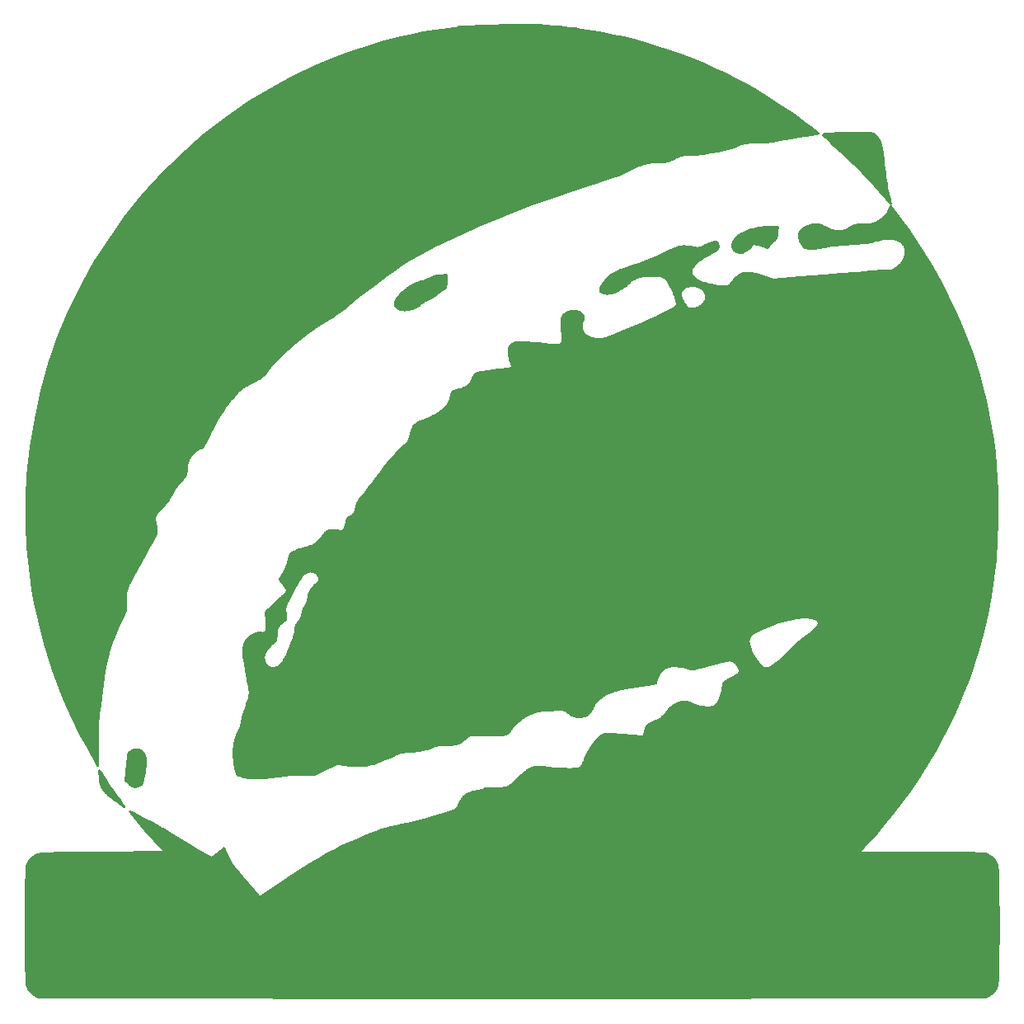
<source format=gbr>
%TF.GenerationSoftware,KiCad,Pcbnew,(6.0.9)*%
%TF.CreationDate,2023-02-14T14:54:29-08:00*%
%TF.ProjectId,DC31_Cnet_Badge_Front,44433331-5f43-46e6-9574-5f4261646765,rev?*%
%TF.SameCoordinates,Original*%
%TF.FileFunction,Copper,L1,Top*%
%TF.FilePolarity,Positive*%
%FSLAX46Y46*%
G04 Gerber Fmt 4.6, Leading zero omitted, Abs format (unit mm)*
G04 Created by KiCad (PCBNEW (6.0.9)) date 2023-02-14 14:54:29*
%MOMM*%
%LPD*%
G01*
G04 APERTURE LIST*
%TA.AperFunction,NonConductor*%
%ADD10C,0.200000*%
%TD*%
G04 APERTURE END LIST*
D10*
G36*
X136495065Y-61090858D02*
G01*
X136802423Y-61105183D01*
X136915978Y-61116713D01*
X137007988Y-61131569D01*
X137082356Y-61150060D01*
X137142988Y-61172496D01*
X137193786Y-61199186D01*
X137238655Y-61230442D01*
X137326218Y-61307885D01*
X137412612Y-61394610D01*
X137453336Y-61440210D01*
X137492491Y-61487585D01*
X137530137Y-61536948D01*
X137566334Y-61588514D01*
X137601141Y-61642495D01*
X137634620Y-61699104D01*
X137666829Y-61758556D01*
X137697828Y-61821063D01*
X137727679Y-61886839D01*
X137756439Y-61956096D01*
X137784170Y-62029049D01*
X137810932Y-62105911D01*
X137861785Y-62272213D01*
X137909478Y-62456708D01*
X137954492Y-62661104D01*
X137997304Y-62887108D01*
X138038395Y-63136424D01*
X138078243Y-63410760D01*
X138117329Y-63711823D01*
X138156131Y-64041319D01*
X138195129Y-64400953D01*
X138240310Y-64803283D01*
X138292437Y-65216561D01*
X138349771Y-65629758D01*
X138410572Y-66031843D01*
X138473102Y-66411788D01*
X138535620Y-66758562D01*
X138596387Y-67061135D01*
X138653664Y-67308477D01*
X138752354Y-67711972D01*
X138793213Y-67890757D01*
X138827198Y-68048378D01*
X138853397Y-68180441D01*
X138870897Y-68282556D01*
X138878786Y-68350329D01*
X138878841Y-68369964D01*
X138876152Y-68379368D01*
X138872940Y-68380017D01*
X138867448Y-68377904D01*
X138859736Y-68373095D01*
X138849863Y-68365655D01*
X138823875Y-68343144D01*
X138789965Y-68310896D01*
X138748613Y-68269438D01*
X138700299Y-68219293D01*
X138584704Y-68095042D01*
X138447021Y-67942345D01*
X138291088Y-67765400D01*
X138120746Y-67568407D01*
X137939835Y-67355564D01*
X137455374Y-66800922D01*
X136868854Y-66161891D01*
X136209806Y-65468294D01*
X135507762Y-64749958D01*
X134792255Y-64036706D01*
X134092818Y-63358364D01*
X133438983Y-62744755D01*
X132860283Y-62225705D01*
X132530206Y-61937278D01*
X132278763Y-61712575D01*
X132180181Y-61621322D01*
X132098439Y-61542640D01*
X132032599Y-61475411D01*
X131981720Y-61418515D01*
X131944864Y-61370833D01*
X131921091Y-61331244D01*
X131913818Y-61314134D01*
X131909463Y-61298629D01*
X131907909Y-61284587D01*
X131909039Y-61271868D01*
X131912735Y-61260334D01*
X131918880Y-61249843D01*
X131938047Y-61231433D01*
X131965601Y-61215518D01*
X132000603Y-61200979D01*
X132035986Y-61192418D01*
X132095068Y-61183866D01*
X132278894Y-61167009D01*
X132541215Y-61150840D01*
X132871164Y-61135793D01*
X133257876Y-61122299D01*
X133690482Y-61110791D01*
X134158118Y-61101703D01*
X134649918Y-61095468D01*
X136054681Y-61086116D01*
X136495065Y-61090858D01*
G37*
X136495065Y-61090858D02*
X136802423Y-61105183D01*
X136915978Y-61116713D01*
X137007988Y-61131569D01*
X137082356Y-61150060D01*
X137142988Y-61172496D01*
X137193786Y-61199186D01*
X137238655Y-61230442D01*
X137326218Y-61307885D01*
X137412612Y-61394610D01*
X137453336Y-61440210D01*
X137492491Y-61487585D01*
X137530137Y-61536948D01*
X137566334Y-61588514D01*
X137601141Y-61642495D01*
X137634620Y-61699104D01*
X137666829Y-61758556D01*
X137697828Y-61821063D01*
X137727679Y-61886839D01*
X137756439Y-61956096D01*
X137784170Y-62029049D01*
X137810932Y-62105911D01*
X137861785Y-62272213D01*
X137909478Y-62456708D01*
X137954492Y-62661104D01*
X137997304Y-62887108D01*
X138038395Y-63136424D01*
X138078243Y-63410760D01*
X138117329Y-63711823D01*
X138156131Y-64041319D01*
X138195129Y-64400953D01*
X138240310Y-64803283D01*
X138292437Y-65216561D01*
X138349771Y-65629758D01*
X138410572Y-66031843D01*
X138473102Y-66411788D01*
X138535620Y-66758562D01*
X138596387Y-67061135D01*
X138653664Y-67308477D01*
X138752354Y-67711972D01*
X138793213Y-67890757D01*
X138827198Y-68048378D01*
X138853397Y-68180441D01*
X138870897Y-68282556D01*
X138878786Y-68350329D01*
X138878841Y-68369964D01*
X138876152Y-68379368D01*
X138872940Y-68380017D01*
X138867448Y-68377904D01*
X138859736Y-68373095D01*
X138849863Y-68365655D01*
X138823875Y-68343144D01*
X138789965Y-68310896D01*
X138748613Y-68269438D01*
X138700299Y-68219293D01*
X138584704Y-68095042D01*
X138447021Y-67942345D01*
X138291088Y-67765400D01*
X138120746Y-67568407D01*
X137939835Y-67355564D01*
X137455374Y-66800922D01*
X136868854Y-66161891D01*
X136209806Y-65468294D01*
X135507762Y-64749958D01*
X134792255Y-64036706D01*
X134092818Y-63358364D01*
X133438983Y-62744755D01*
X132860283Y-62225705D01*
X132530206Y-61937278D01*
X132278763Y-61712575D01*
X132180181Y-61621322D01*
X132098439Y-61542640D01*
X132032599Y-61475411D01*
X131981720Y-61418515D01*
X131944864Y-61370833D01*
X131921091Y-61331244D01*
X131913818Y-61314134D01*
X131909463Y-61298629D01*
X131907909Y-61284587D01*
X131909039Y-61271868D01*
X131912735Y-61260334D01*
X131918880Y-61249843D01*
X131938047Y-61231433D01*
X131965601Y-61215518D01*
X132000603Y-61200979D01*
X132035986Y-61192418D01*
X132095068Y-61183866D01*
X132278894Y-61167009D01*
X132541215Y-61150840D01*
X132871164Y-61135793D01*
X133257876Y-61122299D01*
X133690482Y-61110791D01*
X134158118Y-61101703D01*
X134649918Y-61095468D01*
X136054681Y-61086116D01*
X136495065Y-61090858D01*
G36*
X61446515Y-124374075D02*
G01*
X61533748Y-124382258D01*
X61619419Y-124397697D01*
X61702769Y-124420352D01*
X61743338Y-124434373D01*
X61783042Y-124450184D01*
X61821787Y-124467780D01*
X61859479Y-124487155D01*
X61896022Y-124508305D01*
X61931322Y-124531224D01*
X61965285Y-124555909D01*
X61997814Y-124582354D01*
X62028816Y-124610553D01*
X62058196Y-124640503D01*
X62090739Y-124676853D01*
X62121444Y-124713704D01*
X62150323Y-124751204D01*
X62177392Y-124789500D01*
X62202662Y-124828740D01*
X62226148Y-124869071D01*
X62247864Y-124910642D01*
X62267822Y-124953601D01*
X62286037Y-124998094D01*
X62302522Y-125044270D01*
X62317291Y-125092276D01*
X62330356Y-125142260D01*
X62341732Y-125194370D01*
X62351433Y-125248754D01*
X62359471Y-125305559D01*
X62365860Y-125364933D01*
X62370614Y-125427024D01*
X62373747Y-125491979D01*
X62375201Y-125631073D01*
X62370332Y-125783398D01*
X62359248Y-125950135D01*
X62342056Y-126132467D01*
X62318866Y-126331574D01*
X62289786Y-126548639D01*
X62254925Y-126784843D01*
X62198115Y-127147518D01*
X62149607Y-127429832D01*
X62127167Y-127544663D01*
X62105245Y-127643975D01*
X62083321Y-127729291D01*
X62060875Y-127802135D01*
X62037387Y-127864030D01*
X62012340Y-127916500D01*
X61985212Y-127961069D01*
X61955486Y-127999261D01*
X61922640Y-128032598D01*
X61886157Y-128062605D01*
X61845516Y-128090805D01*
X61800198Y-128118721D01*
X61723302Y-128161343D01*
X61648169Y-128197112D01*
X61574558Y-128225994D01*
X61538248Y-128237842D01*
X61502229Y-128247955D01*
X61466470Y-128256330D01*
X61430940Y-128262963D01*
X61395611Y-128267849D01*
X61360451Y-128270985D01*
X61325431Y-128272365D01*
X61290521Y-128271986D01*
X61255691Y-128269844D01*
X61220909Y-128265935D01*
X61186147Y-128260254D01*
X61151375Y-128252797D01*
X61116561Y-128243561D01*
X61081677Y-128232540D01*
X61046691Y-128219731D01*
X61011575Y-128205130D01*
X60976297Y-128188732D01*
X60940827Y-128170534D01*
X60869194Y-128128718D01*
X60796435Y-128079651D01*
X60722307Y-128023297D01*
X60646572Y-127959625D01*
X60646572Y-127959633D01*
X60280344Y-127637749D01*
X60342304Y-126883690D01*
X60445301Y-125688380D01*
X60486631Y-125307978D01*
X60506851Y-125161110D01*
X60527574Y-125038946D01*
X60549399Y-124938350D01*
X60572924Y-124856185D01*
X60598750Y-124789312D01*
X60627476Y-124734595D01*
X60659700Y-124688895D01*
X60696022Y-124649077D01*
X60783358Y-124574532D01*
X60818971Y-124547945D01*
X60855804Y-124523255D01*
X60893763Y-124500458D01*
X60932752Y-124479548D01*
X60972677Y-124460521D01*
X61013443Y-124443372D01*
X61054955Y-124428095D01*
X61097118Y-124414687D01*
X61183021Y-124393454D01*
X61270394Y-124379634D01*
X61358477Y-124373187D01*
X61446515Y-124374075D01*
G37*
X61446515Y-124374075D02*
X61533748Y-124382258D01*
X61619419Y-124397697D01*
X61702769Y-124420352D01*
X61743338Y-124434373D01*
X61783042Y-124450184D01*
X61821787Y-124467780D01*
X61859479Y-124487155D01*
X61896022Y-124508305D01*
X61931322Y-124531224D01*
X61965285Y-124555909D01*
X61997814Y-124582354D01*
X62028816Y-124610553D01*
X62058196Y-124640503D01*
X62090739Y-124676853D01*
X62121444Y-124713704D01*
X62150323Y-124751204D01*
X62177392Y-124789500D01*
X62202662Y-124828740D01*
X62226148Y-124869071D01*
X62247864Y-124910642D01*
X62267822Y-124953601D01*
X62286037Y-124998094D01*
X62302522Y-125044270D01*
X62317291Y-125092276D01*
X62330356Y-125142260D01*
X62341732Y-125194370D01*
X62351433Y-125248754D01*
X62359471Y-125305559D01*
X62365860Y-125364933D01*
X62370614Y-125427024D01*
X62373747Y-125491979D01*
X62375201Y-125631073D01*
X62370332Y-125783398D01*
X62359248Y-125950135D01*
X62342056Y-126132467D01*
X62318866Y-126331574D01*
X62289786Y-126548639D01*
X62254925Y-126784843D01*
X62198115Y-127147518D01*
X62149607Y-127429832D01*
X62127167Y-127544663D01*
X62105245Y-127643975D01*
X62083321Y-127729291D01*
X62060875Y-127802135D01*
X62037387Y-127864030D01*
X62012340Y-127916500D01*
X61985212Y-127961069D01*
X61955486Y-127999261D01*
X61922640Y-128032598D01*
X61886157Y-128062605D01*
X61845516Y-128090805D01*
X61800198Y-128118721D01*
X61723302Y-128161343D01*
X61648169Y-128197112D01*
X61574558Y-128225994D01*
X61538248Y-128237842D01*
X61502229Y-128247955D01*
X61466470Y-128256330D01*
X61430940Y-128262963D01*
X61395611Y-128267849D01*
X61360451Y-128270985D01*
X61325431Y-128272365D01*
X61290521Y-128271986D01*
X61255691Y-128269844D01*
X61220909Y-128265935D01*
X61186147Y-128260254D01*
X61151375Y-128252797D01*
X61116561Y-128243561D01*
X61081677Y-128232540D01*
X61046691Y-128219731D01*
X61011575Y-128205130D01*
X60976297Y-128188732D01*
X60940827Y-128170534D01*
X60869194Y-128128718D01*
X60796435Y-128079651D01*
X60722307Y-128023297D01*
X60646572Y-127959625D01*
X60646572Y-127959633D01*
X60280344Y-127637749D01*
X60342304Y-126883690D01*
X60445301Y-125688380D01*
X60486631Y-125307978D01*
X60506851Y-125161110D01*
X60527574Y-125038946D01*
X60549399Y-124938350D01*
X60572924Y-124856185D01*
X60598750Y-124789312D01*
X60627476Y-124734595D01*
X60659700Y-124688895D01*
X60696022Y-124649077D01*
X60783358Y-124574532D01*
X60818971Y-124547945D01*
X60855804Y-124523255D01*
X60893763Y-124500458D01*
X60932752Y-124479548D01*
X60972677Y-124460521D01*
X61013443Y-124443372D01*
X61054955Y-124428095D01*
X61097118Y-124414687D01*
X61183021Y-124393454D01*
X61270394Y-124379634D01*
X61358477Y-124373187D01*
X61446515Y-124374075D01*
G36*
X93250511Y-76321491D02*
G01*
X93249100Y-76520135D01*
X93246811Y-76603063D01*
X93242996Y-76676381D01*
X93237307Y-76741079D01*
X93229391Y-76798144D01*
X93218897Y-76848568D01*
X93205476Y-76893339D01*
X93188775Y-76933446D01*
X93168443Y-76969879D01*
X93144131Y-77003627D01*
X93115486Y-77035680D01*
X93082157Y-77067026D01*
X93043794Y-77098656D01*
X93000046Y-77131558D01*
X92950562Y-77166721D01*
X92882848Y-77215047D01*
X92805258Y-77272253D01*
X92720521Y-77336221D01*
X92631365Y-77404833D01*
X92540519Y-77475968D01*
X92450714Y-77547510D01*
X92364677Y-77617338D01*
X92285137Y-77683334D01*
X92245914Y-77715353D01*
X92203877Y-77747882D01*
X92159412Y-77780694D01*
X92112902Y-77813560D01*
X92015287Y-77878540D01*
X91914107Y-77940993D01*
X91812440Y-77999093D01*
X91762384Y-78025939D01*
X91713360Y-78051012D01*
X91665752Y-78074081D01*
X91619944Y-78094920D01*
X91576321Y-78113300D01*
X91535267Y-78128992D01*
X91494108Y-78144797D01*
X91450180Y-78163508D01*
X91403876Y-78184888D01*
X91355593Y-78208696D01*
X91305723Y-78234691D01*
X91254663Y-78262636D01*
X91150549Y-78323411D01*
X91046408Y-78389104D01*
X90945398Y-78457797D01*
X90897054Y-78492669D01*
X90850676Y-78527571D01*
X90806660Y-78562265D01*
X90765400Y-78596510D01*
X90610645Y-78721438D01*
X90452448Y-78835201D01*
X90291566Y-78937627D01*
X90128760Y-79028540D01*
X89964789Y-79107769D01*
X89800412Y-79175141D01*
X89636387Y-79230482D01*
X89473475Y-79273618D01*
X89312435Y-79304377D01*
X89154025Y-79322586D01*
X88999006Y-79328071D01*
X88848135Y-79320659D01*
X88702173Y-79300177D01*
X88561879Y-79266452D01*
X88494095Y-79244569D01*
X88428012Y-79219310D01*
X88363725Y-79190654D01*
X88301331Y-79158579D01*
X88301331Y-79158562D01*
X88263962Y-79137026D01*
X88227687Y-79114191D01*
X88192656Y-79090218D01*
X88159020Y-79065270D01*
X88126930Y-79039506D01*
X88096535Y-79013089D01*
X88067987Y-78986181D01*
X88041435Y-78958942D01*
X88017031Y-78931533D01*
X87994925Y-78904117D01*
X87975267Y-78876855D01*
X87958208Y-78849908D01*
X87943899Y-78823438D01*
X87932489Y-78797606D01*
X87924130Y-78772573D01*
X87921142Y-78760407D01*
X87918972Y-78748501D01*
X87915762Y-78715232D01*
X87915657Y-78679812D01*
X87918569Y-78642368D01*
X87924415Y-78603026D01*
X87933107Y-78561916D01*
X87944560Y-78519162D01*
X87975405Y-78429238D01*
X88016265Y-78334272D01*
X88066454Y-78235282D01*
X88125283Y-78133287D01*
X88192069Y-78029304D01*
X88266123Y-77924352D01*
X88346760Y-77819449D01*
X88433293Y-77715614D01*
X88525036Y-77613864D01*
X88621303Y-77515217D01*
X88721407Y-77420693D01*
X88824662Y-77331309D01*
X88930382Y-77248083D01*
X89038041Y-77169787D01*
X89152864Y-77090334D01*
X89397644Y-76931381D01*
X89652009Y-76778076D01*
X89903245Y-76637271D01*
X90138637Y-76515818D01*
X90246420Y-76464489D01*
X90345474Y-76420568D01*
X90434211Y-76384910D01*
X90511041Y-76358373D01*
X90574375Y-76341813D01*
X90622623Y-76336086D01*
X90639066Y-76334477D01*
X90661663Y-76329769D01*
X90690015Y-76322121D01*
X90723724Y-76311692D01*
X90805615Y-76283123D01*
X90904145Y-76245329D01*
X91016122Y-76199576D01*
X91138354Y-76147132D01*
X91267650Y-76089262D01*
X91400818Y-76027235D01*
X91488366Y-75986498D01*
X91572997Y-75948914D01*
X91655066Y-75914391D01*
X91734929Y-75882837D01*
X91812940Y-75854158D01*
X91889457Y-75828262D01*
X91964833Y-75805057D01*
X92039426Y-75784451D01*
X92113590Y-75766350D01*
X92187681Y-75750662D01*
X92262055Y-75737295D01*
X92337067Y-75726156D01*
X92413072Y-75717153D01*
X92490427Y-75710193D01*
X92569487Y-75705183D01*
X92650608Y-75702032D01*
X93250511Y-75685612D01*
X93250511Y-76321491D01*
G37*
X93250511Y-76321491D02*
X93249100Y-76520135D01*
X93246811Y-76603063D01*
X93242996Y-76676381D01*
X93237307Y-76741079D01*
X93229391Y-76798144D01*
X93218897Y-76848568D01*
X93205476Y-76893339D01*
X93188775Y-76933446D01*
X93168443Y-76969879D01*
X93144131Y-77003627D01*
X93115486Y-77035680D01*
X93082157Y-77067026D01*
X93043794Y-77098656D01*
X93000046Y-77131558D01*
X92950562Y-77166721D01*
X92882848Y-77215047D01*
X92805258Y-77272253D01*
X92720521Y-77336221D01*
X92631365Y-77404833D01*
X92540519Y-77475968D01*
X92450714Y-77547510D01*
X92364677Y-77617338D01*
X92285137Y-77683334D01*
X92245914Y-77715353D01*
X92203877Y-77747882D01*
X92159412Y-77780694D01*
X92112902Y-77813560D01*
X92015287Y-77878540D01*
X91914107Y-77940993D01*
X91812440Y-77999093D01*
X91762384Y-78025939D01*
X91713360Y-78051012D01*
X91665752Y-78074081D01*
X91619944Y-78094920D01*
X91576321Y-78113300D01*
X91535267Y-78128992D01*
X91494108Y-78144797D01*
X91450180Y-78163508D01*
X91403876Y-78184888D01*
X91355593Y-78208696D01*
X91305723Y-78234691D01*
X91254663Y-78262636D01*
X91150549Y-78323411D01*
X91046408Y-78389104D01*
X90945398Y-78457797D01*
X90897054Y-78492669D01*
X90850676Y-78527571D01*
X90806660Y-78562265D01*
X90765400Y-78596510D01*
X90610645Y-78721438D01*
X90452448Y-78835201D01*
X90291566Y-78937627D01*
X90128760Y-79028540D01*
X89964789Y-79107769D01*
X89800412Y-79175141D01*
X89636387Y-79230482D01*
X89473475Y-79273618D01*
X89312435Y-79304377D01*
X89154025Y-79322586D01*
X88999006Y-79328071D01*
X88848135Y-79320659D01*
X88702173Y-79300177D01*
X88561879Y-79266452D01*
X88494095Y-79244569D01*
X88428012Y-79219310D01*
X88363725Y-79190654D01*
X88301331Y-79158579D01*
X88301331Y-79158562D01*
X88263962Y-79137026D01*
X88227687Y-79114191D01*
X88192656Y-79090218D01*
X88159020Y-79065270D01*
X88126930Y-79039506D01*
X88096535Y-79013089D01*
X88067987Y-78986181D01*
X88041435Y-78958942D01*
X88017031Y-78931533D01*
X87994925Y-78904117D01*
X87975267Y-78876855D01*
X87958208Y-78849908D01*
X87943899Y-78823438D01*
X87932489Y-78797606D01*
X87924130Y-78772573D01*
X87921142Y-78760407D01*
X87918972Y-78748501D01*
X87915762Y-78715232D01*
X87915657Y-78679812D01*
X87918569Y-78642368D01*
X87924415Y-78603026D01*
X87933107Y-78561916D01*
X87944560Y-78519162D01*
X87975405Y-78429238D01*
X88016265Y-78334272D01*
X88066454Y-78235282D01*
X88125283Y-78133287D01*
X88192069Y-78029304D01*
X88266123Y-77924352D01*
X88346760Y-77819449D01*
X88433293Y-77715614D01*
X88525036Y-77613864D01*
X88621303Y-77515217D01*
X88721407Y-77420693D01*
X88824662Y-77331309D01*
X88930382Y-77248083D01*
X89038041Y-77169787D01*
X89152864Y-77090334D01*
X89397644Y-76931381D01*
X89652009Y-76778076D01*
X89903245Y-76637271D01*
X90138637Y-76515818D01*
X90246420Y-76464489D01*
X90345474Y-76420568D01*
X90434211Y-76384910D01*
X90511041Y-76358373D01*
X90574375Y-76341813D01*
X90622623Y-76336086D01*
X90639066Y-76334477D01*
X90661663Y-76329769D01*
X90690015Y-76322121D01*
X90723724Y-76311692D01*
X90805615Y-76283123D01*
X90904145Y-76245329D01*
X91016122Y-76199576D01*
X91138354Y-76147132D01*
X91267650Y-76089262D01*
X91400818Y-76027235D01*
X91488366Y-75986498D01*
X91572997Y-75948914D01*
X91655066Y-75914391D01*
X91734929Y-75882837D01*
X91812940Y-75854158D01*
X91889457Y-75828262D01*
X91964833Y-75805057D01*
X92039426Y-75784451D01*
X92113590Y-75766350D01*
X92187681Y-75750662D01*
X92262055Y-75737295D01*
X92337067Y-75726156D01*
X92413072Y-75717153D01*
X92490427Y-75710193D01*
X92569487Y-75705183D01*
X92650608Y-75702032D01*
X93250511Y-75685612D01*
X93250511Y-76321491D01*
G36*
X57543799Y-126518908D02*
G01*
X57548835Y-126520600D01*
X57560466Y-126527074D01*
X57574262Y-126537763D01*
X57590327Y-126552781D01*
X57608765Y-126572242D01*
X57629677Y-126596260D01*
X57653168Y-126624949D01*
X57708299Y-126696796D01*
X57774982Y-126788696D01*
X57854043Y-126901561D01*
X57946308Y-127036304D01*
X58052602Y-127193836D01*
X58310581Y-127580917D01*
X58606344Y-128019605D01*
X58945283Y-128511168D01*
X59285570Y-128995506D01*
X59585376Y-129412521D01*
X59713906Y-129590271D01*
X59832225Y-129757686D01*
X59937857Y-129910989D01*
X60028326Y-130046402D01*
X60101155Y-130160147D01*
X60153869Y-130248446D01*
X60183991Y-130307521D01*
X60189807Y-130324919D01*
X60190268Y-130330377D01*
X60189046Y-130333595D01*
X60185876Y-130334840D01*
X60180555Y-130334442D01*
X60173139Y-130332439D01*
X60163687Y-130328869D01*
X60138897Y-130317177D01*
X60106639Y-130299668D01*
X60067369Y-130276644D01*
X60021539Y-130248406D01*
X59912024Y-130177495D01*
X59781728Y-130089346D01*
X59634289Y-129986373D01*
X59473342Y-129870986D01*
X59302525Y-129745598D01*
X59302524Y-129745583D01*
X59073623Y-129573832D01*
X58867110Y-129414681D01*
X58681798Y-129266626D01*
X58516502Y-129128166D01*
X58370034Y-128997797D01*
X58241209Y-128874018D01*
X58128841Y-128755327D01*
X58031743Y-128640220D01*
X57948730Y-128527195D01*
X57878615Y-128414750D01*
X57820211Y-128301383D01*
X57772334Y-128185592D01*
X57733797Y-128065873D01*
X57703413Y-127940724D01*
X57679996Y-127808644D01*
X57662361Y-127668129D01*
X57632188Y-127396829D01*
X57599177Y-127129553D01*
X57567322Y-126897075D01*
X57540617Y-126730171D01*
X57528931Y-126662596D01*
X57521366Y-126606863D01*
X57519388Y-126583723D01*
X57518749Y-126563885D01*
X57519553Y-126547464D01*
X57521904Y-126534574D01*
X57525904Y-126525328D01*
X57528555Y-126522108D01*
X57531657Y-126519841D01*
X57535223Y-126518543D01*
X57539266Y-126518227D01*
X57543799Y-126518908D01*
G37*
X57543799Y-126518908D02*
X57548835Y-126520600D01*
X57560466Y-126527074D01*
X57574262Y-126537763D01*
X57590327Y-126552781D01*
X57608765Y-126572242D01*
X57629677Y-126596260D01*
X57653168Y-126624949D01*
X57708299Y-126696796D01*
X57774982Y-126788696D01*
X57854043Y-126901561D01*
X57946308Y-127036304D01*
X58052602Y-127193836D01*
X58310581Y-127580917D01*
X58606344Y-128019605D01*
X58945283Y-128511168D01*
X59285570Y-128995506D01*
X59585376Y-129412521D01*
X59713906Y-129590271D01*
X59832225Y-129757686D01*
X59937857Y-129910989D01*
X60028326Y-130046402D01*
X60101155Y-130160147D01*
X60153869Y-130248446D01*
X60183991Y-130307521D01*
X60189807Y-130324919D01*
X60190268Y-130330377D01*
X60189046Y-130333595D01*
X60185876Y-130334840D01*
X60180555Y-130334442D01*
X60173139Y-130332439D01*
X60163687Y-130328869D01*
X60138897Y-130317177D01*
X60106639Y-130299668D01*
X60067369Y-130276644D01*
X60021539Y-130248406D01*
X59912024Y-130177495D01*
X59781728Y-130089346D01*
X59634289Y-129986373D01*
X59473342Y-129870986D01*
X59302525Y-129745598D01*
X59302524Y-129745583D01*
X59073623Y-129573832D01*
X58867110Y-129414681D01*
X58681798Y-129266626D01*
X58516502Y-129128166D01*
X58370034Y-128997797D01*
X58241209Y-128874018D01*
X58128841Y-128755327D01*
X58031743Y-128640220D01*
X57948730Y-128527195D01*
X57878615Y-128414750D01*
X57820211Y-128301383D01*
X57772334Y-128185592D01*
X57733797Y-128065873D01*
X57703413Y-127940724D01*
X57679996Y-127808644D01*
X57662361Y-127668129D01*
X57632188Y-127396829D01*
X57599177Y-127129553D01*
X57567322Y-126897075D01*
X57540617Y-126730171D01*
X57528931Y-126662596D01*
X57521366Y-126606863D01*
X57519388Y-126583723D01*
X57518749Y-126563885D01*
X57519553Y-126547464D01*
X57521904Y-126534574D01*
X57525904Y-126525328D01*
X57528555Y-126522108D01*
X57531657Y-126519841D01*
X57535223Y-126518543D01*
X57539266Y-126518227D01*
X57543799Y-126518908D01*
G36*
X102910240Y-50020809D02*
G01*
X103298851Y-50050217D01*
X103329374Y-50056670D01*
X103368967Y-50063403D01*
X103472853Y-50077494D01*
X103605485Y-50092053D01*
X103761838Y-50106644D01*
X103936887Y-50120829D01*
X104125609Y-50134174D01*
X104322977Y-50146242D01*
X104523968Y-50156595D01*
X104721940Y-50166993D01*
X104910661Y-50179188D01*
X105085714Y-50192733D01*
X105242679Y-50207184D01*
X105377137Y-50222096D01*
X105484670Y-50237023D01*
X105560858Y-50251521D01*
X105585818Y-50258469D01*
X105601284Y-50265143D01*
X105613365Y-50271472D01*
X105628389Y-50277406D01*
X105646139Y-50282924D01*
X105666398Y-50288004D01*
X105688947Y-50292626D01*
X105713568Y-50296768D01*
X105740045Y-50300407D01*
X105768159Y-50303524D01*
X105797693Y-50306096D01*
X105828429Y-50308101D01*
X105860150Y-50309519D01*
X105892637Y-50310327D01*
X105925673Y-50310505D01*
X105959040Y-50310031D01*
X105992521Y-50308883D01*
X106025898Y-50307039D01*
X106093732Y-50303832D01*
X106162932Y-50302915D01*
X106231561Y-50304159D01*
X106297682Y-50307436D01*
X106359355Y-50312617D01*
X106414644Y-50319574D01*
X106439289Y-50323678D01*
X106461611Y-50328177D01*
X106481368Y-50333057D01*
X106498318Y-50338300D01*
X106563138Y-50354440D01*
X106690671Y-50380286D01*
X107103533Y-50455740D01*
X107676211Y-50553968D01*
X108348015Y-50664272D01*
X109381988Y-50844212D01*
X110424565Y-51052519D01*
X111473728Y-51288474D01*
X112527463Y-51551357D01*
X113583755Y-51840446D01*
X114640588Y-52155021D01*
X115695947Y-52494362D01*
X116747816Y-52857749D01*
X117794180Y-53244461D01*
X118833023Y-53653777D01*
X119862331Y-54084977D01*
X120880088Y-54537340D01*
X121884278Y-55010147D01*
X122872886Y-55502676D01*
X123843897Y-56014207D01*
X124795296Y-56544020D01*
X125692680Y-57083289D01*
X126747222Y-57756288D01*
X127871246Y-58502000D01*
X128977072Y-59259406D01*
X129977024Y-59967488D01*
X130783424Y-60565229D01*
X131308595Y-60991609D01*
X131438320Y-61121472D01*
X131465173Y-61162234D01*
X131464859Y-61185613D01*
X131453303Y-61191026D01*
X131427943Y-61198358D01*
X131338746Y-61218275D01*
X131203137Y-61244353D01*
X131026982Y-61275581D01*
X130816150Y-61310952D01*
X130576506Y-61349453D01*
X130313919Y-61390075D01*
X130034256Y-61431809D01*
X129400653Y-61530063D01*
X128701437Y-61647220D01*
X128021541Y-61768591D01*
X127445900Y-61879487D01*
X127126598Y-61941289D01*
X126823722Y-61993043D01*
X126531793Y-62035306D01*
X126245334Y-62068635D01*
X125958865Y-62093587D01*
X125666910Y-62110720D01*
X125363989Y-62120591D01*
X125044624Y-62123757D01*
X124678103Y-62125208D01*
X124384752Y-62130954D01*
X124261136Y-62136092D01*
X124150558Y-62143088D01*
X124051267Y-62152204D01*
X123961512Y-62163701D01*
X123879540Y-62177841D01*
X123803601Y-62194885D01*
X123731943Y-62215094D01*
X123662815Y-62238730D01*
X123594465Y-62266055D01*
X123525142Y-62297330D01*
X123376572Y-62372775D01*
X123210599Y-62450472D01*
X123001059Y-62531053D01*
X122753226Y-62613455D01*
X122472375Y-62696615D01*
X121832710Y-62860956D01*
X121124254Y-63015572D01*
X120389199Y-63151955D01*
X119669735Y-63261602D01*
X119329034Y-63303741D01*
X119008053Y-63336007D01*
X118712064Y-63357335D01*
X118446342Y-63366664D01*
X118091758Y-63372126D01*
X117811701Y-63381701D01*
X117693637Y-63389299D01*
X117587024Y-63399445D01*
X117489469Y-63412648D01*
X117398579Y-63429414D01*
X117311959Y-63450250D01*
X117227216Y-63475663D01*
X117141957Y-63506161D01*
X117053789Y-63542249D01*
X116960317Y-63584436D01*
X116859148Y-63633229D01*
X116624146Y-63752658D01*
X116395478Y-63868531D01*
X116296340Y-63916212D01*
X116204828Y-63957638D01*
X116119061Y-63993243D01*
X116037163Y-64023465D01*
X115957253Y-64048739D01*
X115877454Y-64069502D01*
X115795886Y-64086189D01*
X115710670Y-64099236D01*
X115619928Y-64109080D01*
X115521780Y-64116156D01*
X115414349Y-64120901D01*
X115295755Y-64123750D01*
X115017563Y-64125506D01*
X114826317Y-64127573D01*
X114643197Y-64133956D01*
X114467158Y-64144933D01*
X114297154Y-64160779D01*
X114132140Y-64181771D01*
X113971071Y-64208186D01*
X113812901Y-64240299D01*
X113656585Y-64278387D01*
X113501078Y-64322727D01*
X113345334Y-64373594D01*
X113188307Y-64431265D01*
X113028953Y-64496016D01*
X112866226Y-64568124D01*
X112699081Y-64647865D01*
X112526473Y-64735515D01*
X112347355Y-64831350D01*
X112185264Y-64918698D01*
X112025891Y-65001226D01*
X111864624Y-65080599D01*
X111696855Y-65158484D01*
X111517971Y-65236546D01*
X111323364Y-65316451D01*
X111108422Y-65399865D01*
X110868534Y-65488453D01*
X110599091Y-65583882D01*
X110295482Y-65687816D01*
X109567324Y-65927865D01*
X108647175Y-66221927D01*
X107498154Y-66583326D01*
X104773243Y-67481456D01*
X102000950Y-68477975D01*
X99259271Y-69539360D01*
X96626201Y-70632086D01*
X94179736Y-71722629D01*
X91997872Y-72777465D01*
X90158605Y-73763071D01*
X89391818Y-74219436D01*
X88739929Y-74645922D01*
X88054470Y-75128837D01*
X87305407Y-75669435D01*
X85732674Y-76836046D01*
X84254133Y-77970494D01*
X83622809Y-78470888D01*
X83102184Y-78897518D01*
X82875000Y-79083586D01*
X82631555Y-79274645D01*
X82379430Y-79465262D01*
X82126205Y-79650008D01*
X81879461Y-79823450D01*
X81646779Y-79980159D01*
X81435740Y-80114702D01*
X81253923Y-80221649D01*
X80828582Y-80465367D01*
X80400338Y-80725977D01*
X79970940Y-81002029D01*
X79542139Y-81292074D01*
X79115684Y-81594663D01*
X78693326Y-81908345D01*
X78276813Y-82231671D01*
X77867897Y-82563191D01*
X77468326Y-82901457D01*
X77079850Y-83245017D01*
X76704220Y-83592423D01*
X76343184Y-83942225D01*
X75998493Y-84292973D01*
X75671897Y-84643218D01*
X75365146Y-84991510D01*
X75079988Y-85336399D01*
X74833857Y-85641123D01*
X74727390Y-85768531D01*
X74628838Y-85881783D01*
X74535840Y-85982740D01*
X74446034Y-86073262D01*
X74357057Y-86155207D01*
X74266547Y-86230437D01*
X74172142Y-86300812D01*
X74071479Y-86368191D01*
X73962198Y-86434434D01*
X73841934Y-86501402D01*
X73708327Y-86570954D01*
X73559014Y-86644950D01*
X73203821Y-86813717D01*
X72963090Y-86930276D01*
X72854729Y-86986112D01*
X72753106Y-87041242D01*
X72657273Y-87096356D01*
X72566282Y-87152146D01*
X72479183Y-87209301D01*
X72395029Y-87268514D01*
X72312871Y-87330475D01*
X72231761Y-87395876D01*
X72150749Y-87465407D01*
X72068888Y-87539759D01*
X71985230Y-87619624D01*
X71898825Y-87705693D01*
X71713982Y-87899204D01*
X71513708Y-88117768D01*
X71321846Y-88334519D01*
X71137640Y-88550583D01*
X70960338Y-88767085D01*
X70789186Y-88985151D01*
X70623431Y-89205906D01*
X70462320Y-89430476D01*
X70305100Y-89659985D01*
X70151017Y-89895560D01*
X69999317Y-90138326D01*
X69849248Y-90389408D01*
X69700057Y-90649931D01*
X69550989Y-90921022D01*
X69401292Y-91203806D01*
X69096996Y-91808952D01*
X68881896Y-92245589D01*
X68700456Y-92603108D01*
X68548323Y-92888659D01*
X68421140Y-93109392D01*
X68365544Y-93197687D01*
X68314553Y-93272458D01*
X68267622Y-93334600D01*
X68224207Y-93385007D01*
X68183764Y-93424571D01*
X68145747Y-93454188D01*
X68109613Y-93474750D01*
X68074818Y-93487152D01*
X67992279Y-93512235D01*
X67906339Y-93546519D01*
X67817831Y-93589279D01*
X67727588Y-93639788D01*
X67636441Y-93697323D01*
X67545225Y-93761157D01*
X67454773Y-93830565D01*
X67365917Y-93904823D01*
X67279489Y-93983204D01*
X67196324Y-94064984D01*
X67117253Y-94149437D01*
X67043110Y-94235838D01*
X66974728Y-94323461D01*
X66912939Y-94411582D01*
X66858576Y-94499475D01*
X66812473Y-94586414D01*
X66787242Y-94640840D01*
X66763353Y-94696940D01*
X66740840Y-94754559D01*
X66719739Y-94813542D01*
X66700085Y-94873732D01*
X66681912Y-94934975D01*
X66665257Y-94997116D01*
X66650155Y-95059999D01*
X66636640Y-95123468D01*
X66624749Y-95187369D01*
X66614515Y-95251546D01*
X66605974Y-95315843D01*
X66599162Y-95380105D01*
X66594114Y-95444177D01*
X66590864Y-95507903D01*
X66589449Y-95571129D01*
X66587642Y-95685430D01*
X66583636Y-95789635D01*
X66576741Y-95885202D01*
X66566264Y-95973587D01*
X66551515Y-96056247D01*
X66531803Y-96134638D01*
X66519869Y-96172688D01*
X66506436Y-96210216D01*
X66491416Y-96247406D01*
X66474723Y-96284440D01*
X66435972Y-96358764D01*
X66389493Y-96434646D01*
X66334595Y-96513542D01*
X66270585Y-96596909D01*
X66196773Y-96686204D01*
X66112468Y-96782883D01*
X66016978Y-96888402D01*
X65909613Y-97004219D01*
X65859931Y-97059092D01*
X65807666Y-97120068D01*
X65753259Y-97186505D01*
X65697150Y-97257761D01*
X65581583Y-97412168D01*
X65464487Y-97578158D01*
X65349382Y-97750599D01*
X65239789Y-97924359D01*
X65139230Y-98094308D01*
X65093438Y-98176249D01*
X65051224Y-98255314D01*
X65002743Y-98345877D01*
X64951157Y-98437231D01*
X64896591Y-98529206D01*
X64839170Y-98621635D01*
X64779019Y-98714349D01*
X64716264Y-98807180D01*
X64651029Y-98899959D01*
X64583441Y-98992518D01*
X64513624Y-99084689D01*
X64441703Y-99176304D01*
X64292051Y-99357189D01*
X64214571Y-99446123D01*
X64135487Y-99533827D01*
X64054927Y-99620133D01*
X63973014Y-99704872D01*
X63751518Y-99931417D01*
X63661600Y-100025522D01*
X63584446Y-100108826D01*
X63519211Y-100182811D01*
X63465053Y-100248962D01*
X63421130Y-100308761D01*
X63386597Y-100363691D01*
X63372589Y-100389794D01*
X63360613Y-100415236D01*
X63350562Y-100440202D01*
X63342333Y-100464878D01*
X63335820Y-100489449D01*
X63330916Y-100514101D01*
X63327517Y-100539019D01*
X63325518Y-100564388D01*
X63325296Y-100617221D01*
X63329408Y-100674085D01*
X63337010Y-100736462D01*
X63347259Y-100805836D01*
X63409796Y-101223936D01*
X63453649Y-101556669D01*
X63468448Y-101696069D01*
X63478432Y-101820183D01*
X63483551Y-101931030D01*
X63483758Y-102030627D01*
X63479003Y-102120994D01*
X63469240Y-102204149D01*
X63454419Y-102282111D01*
X63434492Y-102356898D01*
X63409410Y-102430529D01*
X63379127Y-102505022D01*
X63302758Y-102664669D01*
X63131534Y-102983512D01*
X62832853Y-103522779D01*
X62448762Y-104207117D01*
X62021308Y-104961170D01*
X61585403Y-105739348D01*
X61178303Y-106489377D01*
X60845568Y-107125871D01*
X60721325Y-107374858D01*
X60632760Y-107563442D01*
X60527183Y-107804696D01*
X60484299Y-107907746D01*
X60447559Y-108001781D01*
X60416617Y-108088827D01*
X60391129Y-108170913D01*
X60370750Y-108250064D01*
X60355135Y-108328309D01*
X60343939Y-108407673D01*
X60336818Y-108490183D01*
X60333427Y-108577868D01*
X60333420Y-108672753D01*
X60336454Y-108776866D01*
X60342183Y-108892233D01*
X60360348Y-109164841D01*
X60379459Y-109445579D01*
X60385496Y-109563092D01*
X60388510Y-109668698D01*
X60387991Y-109764895D01*
X60383433Y-109854180D01*
X60374325Y-109939052D01*
X60360161Y-110022007D01*
X60340431Y-110105543D01*
X60314626Y-110192158D01*
X60282239Y-110284350D01*
X60242761Y-110384616D01*
X60195684Y-110495453D01*
X60140499Y-110619361D01*
X60003771Y-110916374D01*
X59601586Y-111809927D01*
X59250918Y-112647584D01*
X58948778Y-113438745D01*
X58692178Y-114192814D01*
X58478128Y-114919192D01*
X58303639Y-115627281D01*
X58165723Y-116326483D01*
X58061391Y-117026199D01*
X57883118Y-118382963D01*
X57683786Y-119824150D01*
X57626110Y-120253127D01*
X57578886Y-120665377D01*
X57541184Y-121077238D01*
X57512073Y-121505047D01*
X57490624Y-121965141D01*
X57475906Y-122473857D01*
X57466988Y-123047533D01*
X57462941Y-123702507D01*
X57452404Y-125381310D01*
X57444578Y-125892011D01*
X57436217Y-126079582D01*
X57434700Y-126078766D01*
X57432250Y-126076340D01*
X57424649Y-126066820D01*
X57399342Y-126030234D01*
X57361887Y-125972389D01*
X57313877Y-125895849D01*
X57256902Y-125803182D01*
X57192556Y-125696951D01*
X57122429Y-125579723D01*
X57048113Y-125454063D01*
X57048119Y-125454056D01*
X56327306Y-124188504D01*
X55645337Y-122909195D01*
X55002271Y-121616325D01*
X54398172Y-120310093D01*
X53833101Y-118990697D01*
X53307121Y-117658334D01*
X52820294Y-116313202D01*
X52372681Y-114955499D01*
X51964345Y-113585422D01*
X51595348Y-112203170D01*
X51265752Y-110808939D01*
X50975618Y-109402928D01*
X50725010Y-107985335D01*
X50513989Y-106556358D01*
X50342616Y-105116193D01*
X50210956Y-103665039D01*
X50167379Y-102920508D01*
X50136253Y-102019522D01*
X50117578Y-101014231D01*
X50111352Y-99956789D01*
X50117578Y-98899347D01*
X50136253Y-97894056D01*
X50167379Y-96993070D01*
X50210956Y-96248539D01*
X50520382Y-93316273D01*
X50993181Y-90430685D01*
X51626205Y-87597072D01*
X52416306Y-84820727D01*
X53360337Y-82106948D01*
X54455150Y-79461029D01*
X55697598Y-76888267D01*
X57084533Y-74393958D01*
X58612809Y-71983396D01*
X60279276Y-69661879D01*
X62080788Y-67434700D01*
X64014197Y-65307157D01*
X66076356Y-63284545D01*
X68264118Y-61372159D01*
X70574333Y-59575296D01*
X73003857Y-57899251D01*
X74158137Y-57175068D01*
X75342469Y-56479869D01*
X76553903Y-55814740D01*
X77789485Y-55180765D01*
X79046264Y-54579027D01*
X80321287Y-54010612D01*
X81611602Y-53476604D01*
X82914257Y-52978087D01*
X84226300Y-52516146D01*
X85544779Y-52091865D01*
X86866742Y-51706328D01*
X88189236Y-51360620D01*
X89509309Y-51055825D01*
X90824009Y-50793028D01*
X92130385Y-50573314D01*
X93425484Y-50397765D01*
X93641393Y-50370701D01*
X93842817Y-50342729D01*
X94025348Y-50314657D01*
X94184577Y-50287291D01*
X94316095Y-50261439D01*
X94415495Y-50237907D01*
X94478368Y-50217501D01*
X94494729Y-50208723D01*
X94500305Y-50201030D01*
X94500534Y-50197549D01*
X94501213Y-50194223D01*
X94502331Y-50191056D01*
X94503877Y-50188047D01*
X94505839Y-50185200D01*
X94508206Y-50182515D01*
X94510968Y-50179994D01*
X94514112Y-50177640D01*
X94517628Y-50175453D01*
X94521505Y-50173435D01*
X94525731Y-50171588D01*
X94530295Y-50169914D01*
X94535185Y-50168414D01*
X94540391Y-50167090D01*
X94545902Y-50165943D01*
X94551705Y-50164975D01*
X94557791Y-50164188D01*
X94564147Y-50163584D01*
X94570763Y-50163164D01*
X94577627Y-50162930D01*
X94584728Y-50162883D01*
X94592055Y-50163025D01*
X94599596Y-50163358D01*
X94607341Y-50163883D01*
X94615279Y-50164602D01*
X94623397Y-50165517D01*
X94631685Y-50166630D01*
X94640131Y-50167941D01*
X94648725Y-50169453D01*
X94657455Y-50171168D01*
X94666309Y-50173086D01*
X94675278Y-50175211D01*
X94698290Y-50179092D01*
X94730834Y-50181845D01*
X94772309Y-50183499D01*
X94822112Y-50184084D01*
X94944292Y-50182163D01*
X95092556Y-50176314D01*
X95262085Y-50166772D01*
X95448062Y-50153769D01*
X95645669Y-50137541D01*
X95850086Y-50118321D01*
X96470946Y-50079684D01*
X97424079Y-50047426D01*
X99839896Y-50006504D01*
X102122999Y-50004464D01*
X102910240Y-50020809D01*
G37*
X102910240Y-50020809D02*
X103298851Y-50050217D01*
X103329374Y-50056670D01*
X103368967Y-50063403D01*
X103472853Y-50077494D01*
X103605485Y-50092053D01*
X103761838Y-50106644D01*
X103936887Y-50120829D01*
X104125609Y-50134174D01*
X104322977Y-50146242D01*
X104523968Y-50156595D01*
X104721940Y-50166993D01*
X104910661Y-50179188D01*
X105085714Y-50192733D01*
X105242679Y-50207184D01*
X105377137Y-50222096D01*
X105484670Y-50237023D01*
X105560858Y-50251521D01*
X105585818Y-50258469D01*
X105601284Y-50265143D01*
X105613365Y-50271472D01*
X105628389Y-50277406D01*
X105646139Y-50282924D01*
X105666398Y-50288004D01*
X105688947Y-50292626D01*
X105713568Y-50296768D01*
X105740045Y-50300407D01*
X105768159Y-50303524D01*
X105797693Y-50306096D01*
X105828429Y-50308101D01*
X105860150Y-50309519D01*
X105892637Y-50310327D01*
X105925673Y-50310505D01*
X105959040Y-50310031D01*
X105992521Y-50308883D01*
X106025898Y-50307039D01*
X106093732Y-50303832D01*
X106162932Y-50302915D01*
X106231561Y-50304159D01*
X106297682Y-50307436D01*
X106359355Y-50312617D01*
X106414644Y-50319574D01*
X106439289Y-50323678D01*
X106461611Y-50328177D01*
X106481368Y-50333057D01*
X106498318Y-50338300D01*
X106563138Y-50354440D01*
X106690671Y-50380286D01*
X107103533Y-50455740D01*
X107676211Y-50553968D01*
X108348015Y-50664272D01*
X109381988Y-50844212D01*
X110424565Y-51052519D01*
X111473728Y-51288474D01*
X112527463Y-51551357D01*
X113583755Y-51840446D01*
X114640588Y-52155021D01*
X115695947Y-52494362D01*
X116747816Y-52857749D01*
X117794180Y-53244461D01*
X118833023Y-53653777D01*
X119862331Y-54084977D01*
X120880088Y-54537340D01*
X121884278Y-55010147D01*
X122872886Y-55502676D01*
X123843897Y-56014207D01*
X124795296Y-56544020D01*
X125692680Y-57083289D01*
X126747222Y-57756288D01*
X127871246Y-58502000D01*
X128977072Y-59259406D01*
X129977024Y-59967488D01*
X130783424Y-60565229D01*
X131308595Y-60991609D01*
X131438320Y-61121472D01*
X131465173Y-61162234D01*
X131464859Y-61185613D01*
X131453303Y-61191026D01*
X131427943Y-61198358D01*
X131338746Y-61218275D01*
X131203137Y-61244353D01*
X131026982Y-61275581D01*
X130816150Y-61310952D01*
X130576506Y-61349453D01*
X130313919Y-61390075D01*
X130034256Y-61431809D01*
X129400653Y-61530063D01*
X128701437Y-61647220D01*
X128021541Y-61768591D01*
X127445900Y-61879487D01*
X127126598Y-61941289D01*
X126823722Y-61993043D01*
X126531793Y-62035306D01*
X126245334Y-62068635D01*
X125958865Y-62093587D01*
X125666910Y-62110720D01*
X125363989Y-62120591D01*
X125044624Y-62123757D01*
X124678103Y-62125208D01*
X124384752Y-62130954D01*
X124261136Y-62136092D01*
X124150558Y-62143088D01*
X124051267Y-62152204D01*
X123961512Y-62163701D01*
X123879540Y-62177841D01*
X123803601Y-62194885D01*
X123731943Y-62215094D01*
X123662815Y-62238730D01*
X123594465Y-62266055D01*
X123525142Y-62297330D01*
X123376572Y-62372775D01*
X123210599Y-62450472D01*
X123001059Y-62531053D01*
X122753226Y-62613455D01*
X122472375Y-62696615D01*
X121832710Y-62860956D01*
X121124254Y-63015572D01*
X120389199Y-63151955D01*
X119669735Y-63261602D01*
X119329034Y-63303741D01*
X119008053Y-63336007D01*
X118712064Y-63357335D01*
X118446342Y-63366664D01*
X118091758Y-63372126D01*
X117811701Y-63381701D01*
X117693637Y-63389299D01*
X117587024Y-63399445D01*
X117489469Y-63412648D01*
X117398579Y-63429414D01*
X117311959Y-63450250D01*
X117227216Y-63475663D01*
X117141957Y-63506161D01*
X117053789Y-63542249D01*
X116960317Y-63584436D01*
X116859148Y-63633229D01*
X116624146Y-63752658D01*
X116395478Y-63868531D01*
X116296340Y-63916212D01*
X116204828Y-63957638D01*
X116119061Y-63993243D01*
X116037163Y-64023465D01*
X115957253Y-64048739D01*
X115877454Y-64069502D01*
X115795886Y-64086189D01*
X115710670Y-64099236D01*
X115619928Y-64109080D01*
X115521780Y-64116156D01*
X115414349Y-64120901D01*
X115295755Y-64123750D01*
X115017563Y-64125506D01*
X114826317Y-64127573D01*
X114643197Y-64133956D01*
X114467158Y-64144933D01*
X114297154Y-64160779D01*
X114132140Y-64181771D01*
X113971071Y-64208186D01*
X113812901Y-64240299D01*
X113656585Y-64278387D01*
X113501078Y-64322727D01*
X113345334Y-64373594D01*
X113188307Y-64431265D01*
X113028953Y-64496016D01*
X112866226Y-64568124D01*
X112699081Y-64647865D01*
X112526473Y-64735515D01*
X112347355Y-64831350D01*
X112185264Y-64918698D01*
X112025891Y-65001226D01*
X111864624Y-65080599D01*
X111696855Y-65158484D01*
X111517971Y-65236546D01*
X111323364Y-65316451D01*
X111108422Y-65399865D01*
X110868534Y-65488453D01*
X110599091Y-65583882D01*
X110295482Y-65687816D01*
X109567324Y-65927865D01*
X108647175Y-66221927D01*
X107498154Y-66583326D01*
X104773243Y-67481456D01*
X102000950Y-68477975D01*
X99259271Y-69539360D01*
X96626201Y-70632086D01*
X94179736Y-71722629D01*
X91997872Y-72777465D01*
X90158605Y-73763071D01*
X89391818Y-74219436D01*
X88739929Y-74645922D01*
X88054470Y-75128837D01*
X87305407Y-75669435D01*
X85732674Y-76836046D01*
X84254133Y-77970494D01*
X83622809Y-78470888D01*
X83102184Y-78897518D01*
X82875000Y-79083586D01*
X82631555Y-79274645D01*
X82379430Y-79465262D01*
X82126205Y-79650008D01*
X81879461Y-79823450D01*
X81646779Y-79980159D01*
X81435740Y-80114702D01*
X81253923Y-80221649D01*
X80828582Y-80465367D01*
X80400338Y-80725977D01*
X79970940Y-81002029D01*
X79542139Y-81292074D01*
X79115684Y-81594663D01*
X78693326Y-81908345D01*
X78276813Y-82231671D01*
X77867897Y-82563191D01*
X77468326Y-82901457D01*
X77079850Y-83245017D01*
X76704220Y-83592423D01*
X76343184Y-83942225D01*
X75998493Y-84292973D01*
X75671897Y-84643218D01*
X75365146Y-84991510D01*
X75079988Y-85336399D01*
X74833857Y-85641123D01*
X74727390Y-85768531D01*
X74628838Y-85881783D01*
X74535840Y-85982740D01*
X74446034Y-86073262D01*
X74357057Y-86155207D01*
X74266547Y-86230437D01*
X74172142Y-86300812D01*
X74071479Y-86368191D01*
X73962198Y-86434434D01*
X73841934Y-86501402D01*
X73708327Y-86570954D01*
X73559014Y-86644950D01*
X73203821Y-86813717D01*
X72963090Y-86930276D01*
X72854729Y-86986112D01*
X72753106Y-87041242D01*
X72657273Y-87096356D01*
X72566282Y-87152146D01*
X72479183Y-87209301D01*
X72395029Y-87268514D01*
X72312871Y-87330475D01*
X72231761Y-87395876D01*
X72150749Y-87465407D01*
X72068888Y-87539759D01*
X71985230Y-87619624D01*
X71898825Y-87705693D01*
X71713982Y-87899204D01*
X71513708Y-88117768D01*
X71321846Y-88334519D01*
X71137640Y-88550583D01*
X70960338Y-88767085D01*
X70789186Y-88985151D01*
X70623431Y-89205906D01*
X70462320Y-89430476D01*
X70305100Y-89659985D01*
X70151017Y-89895560D01*
X69999317Y-90138326D01*
X69849248Y-90389408D01*
X69700057Y-90649931D01*
X69550989Y-90921022D01*
X69401292Y-91203806D01*
X69096996Y-91808952D01*
X68881896Y-92245589D01*
X68700456Y-92603108D01*
X68548323Y-92888659D01*
X68421140Y-93109392D01*
X68365544Y-93197687D01*
X68314553Y-93272458D01*
X68267622Y-93334600D01*
X68224207Y-93385007D01*
X68183764Y-93424571D01*
X68145747Y-93454188D01*
X68109613Y-93474750D01*
X68074818Y-93487152D01*
X67992279Y-93512235D01*
X67906339Y-93546519D01*
X67817831Y-93589279D01*
X67727588Y-93639788D01*
X67636441Y-93697323D01*
X67545225Y-93761157D01*
X67454773Y-93830565D01*
X67365917Y-93904823D01*
X67279489Y-93983204D01*
X67196324Y-94064984D01*
X67117253Y-94149437D01*
X67043110Y-94235838D01*
X66974728Y-94323461D01*
X66912939Y-94411582D01*
X66858576Y-94499475D01*
X66812473Y-94586414D01*
X66787242Y-94640840D01*
X66763353Y-94696940D01*
X66740840Y-94754559D01*
X66719739Y-94813542D01*
X66700085Y-94873732D01*
X66681912Y-94934975D01*
X66665257Y-94997116D01*
X66650155Y-95059999D01*
X66636640Y-95123468D01*
X66624749Y-95187369D01*
X66614515Y-95251546D01*
X66605974Y-95315843D01*
X66599162Y-95380105D01*
X66594114Y-95444177D01*
X66590864Y-95507903D01*
X66589449Y-95571129D01*
X66587642Y-95685430D01*
X66583636Y-95789635D01*
X66576741Y-95885202D01*
X66566264Y-95973587D01*
X66551515Y-96056247D01*
X66531803Y-96134638D01*
X66519869Y-96172688D01*
X66506436Y-96210216D01*
X66491416Y-96247406D01*
X66474723Y-96284440D01*
X66435972Y-96358764D01*
X66389493Y-96434646D01*
X66334595Y-96513542D01*
X66270585Y-96596909D01*
X66196773Y-96686204D01*
X66112468Y-96782883D01*
X66016978Y-96888402D01*
X65909613Y-97004219D01*
X65859931Y-97059092D01*
X65807666Y-97120068D01*
X65753259Y-97186505D01*
X65697150Y-97257761D01*
X65581583Y-97412168D01*
X65464487Y-97578158D01*
X65349382Y-97750599D01*
X65239789Y-97924359D01*
X65139230Y-98094308D01*
X65093438Y-98176249D01*
X65051224Y-98255314D01*
X65002743Y-98345877D01*
X64951157Y-98437231D01*
X64896591Y-98529206D01*
X64839170Y-98621635D01*
X64779019Y-98714349D01*
X64716264Y-98807180D01*
X64651029Y-98899959D01*
X64583441Y-98992518D01*
X64513624Y-99084689D01*
X64441703Y-99176304D01*
X64292051Y-99357189D01*
X64214571Y-99446123D01*
X64135487Y-99533827D01*
X64054927Y-99620133D01*
X63973014Y-99704872D01*
X63751518Y-99931417D01*
X63661600Y-100025522D01*
X63584446Y-100108826D01*
X63519211Y-100182811D01*
X63465053Y-100248962D01*
X63421130Y-100308761D01*
X63386597Y-100363691D01*
X63372589Y-100389794D01*
X63360613Y-100415236D01*
X63350562Y-100440202D01*
X63342333Y-100464878D01*
X63335820Y-100489449D01*
X63330916Y-100514101D01*
X63327517Y-100539019D01*
X63325518Y-100564388D01*
X63325296Y-100617221D01*
X63329408Y-100674085D01*
X63337010Y-100736462D01*
X63347259Y-100805836D01*
X63409796Y-101223936D01*
X63453649Y-101556669D01*
X63468448Y-101696069D01*
X63478432Y-101820183D01*
X63483551Y-101931030D01*
X63483758Y-102030627D01*
X63479003Y-102120994D01*
X63469240Y-102204149D01*
X63454419Y-102282111D01*
X63434492Y-102356898D01*
X63409410Y-102430529D01*
X63379127Y-102505022D01*
X63302758Y-102664669D01*
X63131534Y-102983512D01*
X62832853Y-103522779D01*
X62448762Y-104207117D01*
X62021308Y-104961170D01*
X61585403Y-105739348D01*
X61178303Y-106489377D01*
X60845568Y-107125871D01*
X60721325Y-107374858D01*
X60632760Y-107563442D01*
X60527183Y-107804696D01*
X60484299Y-107907746D01*
X60447559Y-108001781D01*
X60416617Y-108088827D01*
X60391129Y-108170913D01*
X60370750Y-108250064D01*
X60355135Y-108328309D01*
X60343939Y-108407673D01*
X60336818Y-108490183D01*
X60333427Y-108577868D01*
X60333420Y-108672753D01*
X60336454Y-108776866D01*
X60342183Y-108892233D01*
X60360348Y-109164841D01*
X60379459Y-109445579D01*
X60385496Y-109563092D01*
X60388510Y-109668698D01*
X60387991Y-109764895D01*
X60383433Y-109854180D01*
X60374325Y-109939052D01*
X60360161Y-110022007D01*
X60340431Y-110105543D01*
X60314626Y-110192158D01*
X60282239Y-110284350D01*
X60242761Y-110384616D01*
X60195684Y-110495453D01*
X60140499Y-110619361D01*
X60003771Y-110916374D01*
X59601586Y-111809927D01*
X59250918Y-112647584D01*
X58948778Y-113438745D01*
X58692178Y-114192814D01*
X58478128Y-114919192D01*
X58303639Y-115627281D01*
X58165723Y-116326483D01*
X58061391Y-117026199D01*
X57883118Y-118382963D01*
X57683786Y-119824150D01*
X57626110Y-120253127D01*
X57578886Y-120665377D01*
X57541184Y-121077238D01*
X57512073Y-121505047D01*
X57490624Y-121965141D01*
X57475906Y-122473857D01*
X57466988Y-123047533D01*
X57462941Y-123702507D01*
X57452404Y-125381310D01*
X57444578Y-125892011D01*
X57436217Y-126079582D01*
X57434700Y-126078766D01*
X57432250Y-126076340D01*
X57424649Y-126066820D01*
X57399342Y-126030234D01*
X57361887Y-125972389D01*
X57313877Y-125895849D01*
X57256902Y-125803182D01*
X57192556Y-125696951D01*
X57122429Y-125579723D01*
X57048113Y-125454063D01*
X57048119Y-125454056D01*
X56327306Y-124188504D01*
X55645337Y-122909195D01*
X55002271Y-121616325D01*
X54398172Y-120310093D01*
X53833101Y-118990697D01*
X53307121Y-117658334D01*
X52820294Y-116313202D01*
X52372681Y-114955499D01*
X51964345Y-113585422D01*
X51595348Y-112203170D01*
X51265752Y-110808939D01*
X50975618Y-109402928D01*
X50725010Y-107985335D01*
X50513989Y-106556358D01*
X50342616Y-105116193D01*
X50210956Y-103665039D01*
X50167379Y-102920508D01*
X50136253Y-102019522D01*
X50117578Y-101014231D01*
X50111352Y-99956789D01*
X50117578Y-98899347D01*
X50136253Y-97894056D01*
X50167379Y-96993070D01*
X50210956Y-96248539D01*
X50520382Y-93316273D01*
X50993181Y-90430685D01*
X51626205Y-87597072D01*
X52416306Y-84820727D01*
X53360337Y-82106948D01*
X54455150Y-79461029D01*
X55697598Y-76888267D01*
X57084533Y-74393958D01*
X58612809Y-71983396D01*
X60279276Y-69661879D01*
X62080788Y-67434700D01*
X64014197Y-65307157D01*
X66076356Y-63284545D01*
X68264118Y-61372159D01*
X70574333Y-59575296D01*
X73003857Y-57899251D01*
X74158137Y-57175068D01*
X75342469Y-56479869D01*
X76553903Y-55814740D01*
X77789485Y-55180765D01*
X79046264Y-54579027D01*
X80321287Y-54010612D01*
X81611602Y-53476604D01*
X82914257Y-52978087D01*
X84226300Y-52516146D01*
X85544779Y-52091865D01*
X86866742Y-51706328D01*
X88189236Y-51360620D01*
X89509309Y-51055825D01*
X90824009Y-50793028D01*
X92130385Y-50573314D01*
X93425484Y-50397765D01*
X93641393Y-50370701D01*
X93842817Y-50342729D01*
X94025348Y-50314657D01*
X94184577Y-50287291D01*
X94316095Y-50261439D01*
X94415495Y-50237907D01*
X94478368Y-50217501D01*
X94494729Y-50208723D01*
X94500305Y-50201030D01*
X94500534Y-50197549D01*
X94501213Y-50194223D01*
X94502331Y-50191056D01*
X94503877Y-50188047D01*
X94505839Y-50185200D01*
X94508206Y-50182515D01*
X94510968Y-50179994D01*
X94514112Y-50177640D01*
X94517628Y-50175453D01*
X94521505Y-50173435D01*
X94525731Y-50171588D01*
X94530295Y-50169914D01*
X94535185Y-50168414D01*
X94540391Y-50167090D01*
X94545902Y-50165943D01*
X94551705Y-50164975D01*
X94557791Y-50164188D01*
X94564147Y-50163584D01*
X94570763Y-50163164D01*
X94577627Y-50162930D01*
X94584728Y-50162883D01*
X94592055Y-50163025D01*
X94599596Y-50163358D01*
X94607341Y-50163883D01*
X94615279Y-50164602D01*
X94623397Y-50165517D01*
X94631685Y-50166630D01*
X94640131Y-50167941D01*
X94648725Y-50169453D01*
X94657455Y-50171168D01*
X94666309Y-50173086D01*
X94675278Y-50175211D01*
X94698290Y-50179092D01*
X94730834Y-50181845D01*
X94772309Y-50183499D01*
X94822112Y-50184084D01*
X94944292Y-50182163D01*
X95092556Y-50176314D01*
X95262085Y-50166772D01*
X95448062Y-50153769D01*
X95645669Y-50137541D01*
X95850086Y-50118321D01*
X96470946Y-50079684D01*
X97424079Y-50047426D01*
X99839896Y-50006504D01*
X102122999Y-50004464D01*
X102910240Y-50020809D01*
G36*
X72386796Y-114600279D02*
G01*
X72382749Y-114416066D01*
X72385049Y-114243207D01*
X72393694Y-114081684D01*
X72408685Y-113931484D01*
X72430019Y-113792590D01*
X72457696Y-113664987D01*
X72491715Y-113548660D01*
X72514790Y-113486423D01*
X72541928Y-113424679D01*
X72572930Y-113363554D01*
X72607596Y-113303174D01*
X72645728Y-113243665D01*
X72687126Y-113185154D01*
X72731593Y-113127768D01*
X72778928Y-113071631D01*
X72828932Y-113016871D01*
X72881407Y-112963614D01*
X72936154Y-112911986D01*
X72992974Y-112862114D01*
X73051667Y-112814123D01*
X73112035Y-112768140D01*
X73173879Y-112724291D01*
X73236999Y-112682703D01*
X73301197Y-112643501D01*
X73366274Y-112606813D01*
X73432031Y-112572763D01*
X73498268Y-112541480D01*
X73564787Y-112513088D01*
X73631389Y-112487714D01*
X73697874Y-112465485D01*
X73764044Y-112446526D01*
X73829700Y-112430964D01*
X73894643Y-112418926D01*
X73958673Y-112410537D01*
X74021592Y-112405924D01*
X74083201Y-112405212D01*
X74143301Y-112408529D01*
X74201693Y-112416001D01*
X74258177Y-112427753D01*
X74282830Y-112432986D01*
X74307900Y-112436441D01*
X74333276Y-112438151D01*
X74358847Y-112438149D01*
X74384503Y-112436466D01*
X74410133Y-112433134D01*
X74435625Y-112428187D01*
X74460870Y-112421656D01*
X74485757Y-112413573D01*
X74510174Y-112403971D01*
X74534012Y-112392881D01*
X74557159Y-112380337D01*
X74579504Y-112366371D01*
X74600937Y-112351014D01*
X74621347Y-112334299D01*
X74640623Y-112316257D01*
X74653510Y-112302901D01*
X74665664Y-112289298D01*
X74677094Y-112275332D01*
X74687812Y-112260890D01*
X74697826Y-112245858D01*
X74707148Y-112230120D01*
X74715788Y-112213562D01*
X74723755Y-112196070D01*
X74731059Y-112177529D01*
X74737711Y-112157825D01*
X74743721Y-112136844D01*
X74749100Y-112114471D01*
X74753856Y-112090591D01*
X74758001Y-112065090D01*
X74761544Y-112037854D01*
X74764495Y-112008768D01*
X74766865Y-111977718D01*
X74768664Y-111944589D01*
X74769902Y-111909267D01*
X74770589Y-111871637D01*
X74770351Y-111788997D01*
X74768030Y-111695753D01*
X74763708Y-111590989D01*
X74757465Y-111473791D01*
X74749384Y-111343241D01*
X74739544Y-111198425D01*
X74672703Y-110246525D01*
X75304625Y-109680656D01*
X75682290Y-109340009D01*
X76008409Y-109040578D01*
X76283349Y-108781998D01*
X76507477Y-108563903D01*
X76681160Y-108385928D01*
X76804764Y-108247707D01*
X76847902Y-108193390D01*
X76878658Y-108148874D01*
X76897078Y-108114115D01*
X76903208Y-108089066D01*
X76902685Y-108083127D01*
X76901133Y-108076010D01*
X76895045Y-108058389D01*
X76885149Y-108036503D01*
X76871651Y-108010654D01*
X76854754Y-107981145D01*
X76834665Y-107948275D01*
X76811588Y-107912347D01*
X76785728Y-107873661D01*
X76757291Y-107832521D01*
X76726480Y-107789226D01*
X76693503Y-107744078D01*
X76658562Y-107697379D01*
X76621864Y-107649430D01*
X76583614Y-107600533D01*
X76544015Y-107550988D01*
X76503275Y-107501099D01*
X76422936Y-107402311D01*
X76347988Y-107307314D01*
X76280069Y-107218390D01*
X76220822Y-107137821D01*
X76171885Y-107067890D01*
X76134899Y-107010878D01*
X76121400Y-106987930D01*
X76111505Y-106969067D01*
X76105417Y-106954576D01*
X76103342Y-106944740D01*
X76103713Y-106940493D01*
X76104815Y-106935184D01*
X76109139Y-106921515D01*
X76116166Y-106903990D01*
X76125752Y-106882867D01*
X76137750Y-106858404D01*
X76152017Y-106830857D01*
X76186768Y-106767544D01*
X76228841Y-106694989D01*
X76277072Y-106615252D01*
X76330295Y-106530392D01*
X76387344Y-106442471D01*
X76449722Y-106345346D01*
X76509431Y-106247094D01*
X76566443Y-106147788D01*
X76620728Y-106047504D01*
X76672255Y-105946315D01*
X76720995Y-105844297D01*
X76766917Y-105741524D01*
X76809992Y-105638072D01*
X76850190Y-105534013D01*
X76887480Y-105429424D01*
X76921833Y-105324379D01*
X76953219Y-105218952D01*
X76981608Y-105113219D01*
X77006969Y-105007254D01*
X77029273Y-104901131D01*
X77048491Y-104794926D01*
X77056497Y-104751639D01*
X77066148Y-104707874D01*
X77077312Y-104663930D01*
X77089861Y-104620104D01*
X77103665Y-104576696D01*
X77118594Y-104534004D01*
X77134518Y-104492328D01*
X77151309Y-104451965D01*
X77168835Y-104413216D01*
X77186969Y-104376377D01*
X77205580Y-104341749D01*
X77224538Y-104309630D01*
X77243715Y-104280319D01*
X77262980Y-104254114D01*
X77282203Y-104231315D01*
X77301256Y-104212219D01*
X77325265Y-104193742D01*
X77359028Y-104172757D01*
X77401928Y-104149502D01*
X77453343Y-104124215D01*
X77512656Y-104097133D01*
X77579247Y-104068494D01*
X77731784Y-104007496D01*
X77906001Y-103943121D01*
X78096943Y-103877270D01*
X78299655Y-103811845D01*
X78509184Y-103748745D01*
X78904787Y-103628910D01*
X79076433Y-103572159D01*
X79232484Y-103516424D01*
X79374317Y-103460881D01*
X79503313Y-103404709D01*
X79620851Y-103347085D01*
X79728312Y-103287188D01*
X79827074Y-103224194D01*
X79918518Y-103157282D01*
X80004024Y-103085630D01*
X80084970Y-103008416D01*
X80162737Y-102924816D01*
X80238705Y-102834010D01*
X80314253Y-102735174D01*
X80390760Y-102627487D01*
X80483752Y-102493702D01*
X80568115Y-102375883D01*
X80645623Y-102273150D01*
X80718049Y-102184625D01*
X80752910Y-102145415D01*
X80787165Y-102109426D01*
X80821035Y-102076550D01*
X80854743Y-102046675D01*
X80888510Y-102019692D01*
X80922558Y-101995490D01*
X80957107Y-101973961D01*
X80992381Y-101954993D01*
X81028599Y-101938478D01*
X81065985Y-101924304D01*
X81104758Y-101912362D01*
X81145142Y-101902542D01*
X81187358Y-101894734D01*
X81231627Y-101888828D01*
X81278171Y-101884714D01*
X81327211Y-101882282D01*
X81433667Y-101882023D01*
X81552768Y-101887174D01*
X81686286Y-101896852D01*
X81835995Y-101910179D01*
X82073444Y-101931496D01*
X82171369Y-101939010D01*
X82256936Y-101944150D01*
X82331278Y-101946705D01*
X82395528Y-101946464D01*
X82450817Y-101943220D01*
X82498277Y-101936761D01*
X82539040Y-101926879D01*
X82574239Y-101913363D01*
X82605007Y-101896004D01*
X82632473Y-101874592D01*
X82657773Y-101848918D01*
X82682036Y-101818771D01*
X82706395Y-101783942D01*
X82731983Y-101744221D01*
X82747448Y-101717815D01*
X82763130Y-101687521D01*
X82778918Y-101653694D01*
X82794705Y-101616688D01*
X82810381Y-101576858D01*
X82825838Y-101534556D01*
X82840967Y-101490137D01*
X82855658Y-101443956D01*
X82869803Y-101396366D01*
X82883294Y-101347722D01*
X82896021Y-101298377D01*
X82907874Y-101248686D01*
X82918747Y-101199003D01*
X82928529Y-101149683D01*
X82937111Y-101101078D01*
X82944386Y-101053543D01*
X82954508Y-100985333D01*
X82964958Y-100923521D01*
X82976002Y-100867681D01*
X82987905Y-100817384D01*
X83000934Y-100772205D01*
X83015354Y-100731715D01*
X83031430Y-100695488D01*
X83049429Y-100663095D01*
X83069617Y-100634110D01*
X83092259Y-100608106D01*
X83117622Y-100584655D01*
X83145970Y-100563330D01*
X83177570Y-100543704D01*
X83212688Y-100525349D01*
X83251590Y-100507839D01*
X83294540Y-100490746D01*
X83328598Y-100477048D01*
X83361921Y-100461977D01*
X83394501Y-100445546D01*
X83426330Y-100427768D01*
X83457398Y-100408657D01*
X83487697Y-100388225D01*
X83517219Y-100366487D01*
X83545955Y-100343456D01*
X83573895Y-100319144D01*
X83601033Y-100293565D01*
X83627358Y-100266733D01*
X83652862Y-100238661D01*
X83677537Y-100209362D01*
X83701374Y-100178850D01*
X83724364Y-100147138D01*
X83746499Y-100114239D01*
X83767770Y-100080166D01*
X83788168Y-100044934D01*
X83807685Y-100008555D01*
X83826312Y-99971042D01*
X83844040Y-99932410D01*
X83860861Y-99892671D01*
X83876766Y-99851838D01*
X83891747Y-99809926D01*
X83918900Y-99722914D01*
X83942252Y-99631743D01*
X83961732Y-99536518D01*
X83977272Y-99437347D01*
X83986925Y-99375146D01*
X83999166Y-99314690D01*
X84014359Y-99255365D01*
X84032868Y-99196556D01*
X84055057Y-99137650D01*
X84081288Y-99078031D01*
X84111926Y-99017087D01*
X84147334Y-98954202D01*
X84187876Y-98888762D01*
X84233915Y-98820153D01*
X84285815Y-98747760D01*
X84343939Y-98670971D01*
X84408651Y-98589169D01*
X84480314Y-98501740D01*
X84559293Y-98408072D01*
X84645950Y-98307549D01*
X84788474Y-98138584D01*
X84959506Y-97927242D01*
X85152579Y-97681990D01*
X85361229Y-97411293D01*
X85578990Y-97123618D01*
X85799397Y-96827432D01*
X86015984Y-96531200D01*
X86222286Y-96243389D01*
X86573039Y-95765951D01*
X86954770Y-95277040D01*
X87353442Y-94792481D01*
X87755019Y-94328095D01*
X88145464Y-93899706D01*
X88510738Y-93523136D01*
X88679551Y-93359227D01*
X88836806Y-93214207D01*
X88980751Y-93090053D01*
X89109631Y-92988743D01*
X89145103Y-92960712D01*
X89162145Y-92945802D01*
X89178753Y-92930235D01*
X89194946Y-92913969D01*
X89210745Y-92896959D01*
X89226172Y-92879161D01*
X89241246Y-92860531D01*
X89255989Y-92841025D01*
X89270422Y-92820598D01*
X89284564Y-92799207D01*
X89298438Y-92776807D01*
X89325461Y-92728805D01*
X89351656Y-92676240D01*
X89377188Y-92618757D01*
X89402226Y-92556006D01*
X89426933Y-92487631D01*
X89451475Y-92413282D01*
X89476020Y-92332604D01*
X89500732Y-92245245D01*
X89525778Y-92150852D01*
X89551323Y-92049072D01*
X89593064Y-91887702D01*
X89636369Y-91739592D01*
X89681946Y-91603925D01*
X89730499Y-91479883D01*
X89782735Y-91366650D01*
X89839361Y-91263406D01*
X89901082Y-91169335D01*
X89934073Y-91125484D01*
X89968604Y-91083620D01*
X90004761Y-91043639D01*
X90042633Y-91005441D01*
X90082309Y-90968923D01*
X90123876Y-90933983D01*
X90213039Y-90868427D01*
X90310827Y-90807956D01*
X90417948Y-90751752D01*
X90535106Y-90698997D01*
X90663008Y-90648875D01*
X90802361Y-90600567D01*
X91034534Y-90520155D01*
X91261794Y-90433057D01*
X91483313Y-90339829D01*
X91698261Y-90241023D01*
X91905810Y-90137194D01*
X92105131Y-90028895D01*
X92295394Y-89916681D01*
X92475773Y-89801106D01*
X92645437Y-89682722D01*
X92803558Y-89562085D01*
X92949307Y-89439747D01*
X93081855Y-89316264D01*
X93200374Y-89192189D01*
X93304035Y-89068075D01*
X93392009Y-88944477D01*
X93463467Y-88821949D01*
X93479113Y-88790198D01*
X93495037Y-88755086D01*
X93527265Y-88676227D01*
X93559247Y-88588278D01*
X93590079Y-88494141D01*
X93618856Y-88396723D01*
X93644676Y-88298926D01*
X93666634Y-88203657D01*
X93675882Y-88157878D01*
X93683826Y-88113819D01*
X93754166Y-87696095D01*
X94537235Y-87428833D01*
X94699809Y-87371763D01*
X94848504Y-87316028D01*
X94984064Y-87261032D01*
X95107232Y-87206175D01*
X95218752Y-87150858D01*
X95319369Y-87094485D01*
X95409825Y-87036455D01*
X95490865Y-86976171D01*
X95563232Y-86913034D01*
X95627670Y-86846447D01*
X95684924Y-86775810D01*
X95735736Y-86700525D01*
X95780851Y-86619994D01*
X95821013Y-86533618D01*
X95856964Y-86440799D01*
X95889450Y-86340939D01*
X95902705Y-86299739D01*
X95917836Y-86258242D01*
X95934670Y-86216725D01*
X95953031Y-86175464D01*
X95972746Y-86134737D01*
X95993641Y-86094819D01*
X96015541Y-86055989D01*
X96038273Y-86018522D01*
X96061662Y-85982696D01*
X96085533Y-85948787D01*
X96109714Y-85917072D01*
X96134029Y-85887828D01*
X96158305Y-85861331D01*
X96182367Y-85837859D01*
X96206041Y-85817687D01*
X96229153Y-85801094D01*
X96257095Y-85785983D01*
X96294940Y-85770161D01*
X96342037Y-85753757D01*
X96397735Y-85736902D01*
X96461381Y-85719726D01*
X96532325Y-85702359D01*
X96693500Y-85667576D01*
X96876047Y-85633595D01*
X97074755Y-85601459D01*
X97284412Y-85572210D01*
X97499805Y-85546890D01*
X98075356Y-85483040D01*
X98570534Y-85422241D01*
X98987235Y-85364152D01*
X99327357Y-85308429D01*
X99592794Y-85254729D01*
X99785444Y-85202711D01*
X99855066Y-85177226D01*
X99907202Y-85152032D01*
X99942089Y-85127087D01*
X99959965Y-85102348D01*
X99962081Y-85095559D01*
X99963650Y-85087706D01*
X99965182Y-85068953D01*
X99964643Y-85046378D01*
X99962109Y-85020273D01*
X99957662Y-84990926D01*
X99951381Y-84958629D01*
X99943344Y-84923669D01*
X99933632Y-84886338D01*
X99922323Y-84846925D01*
X99909497Y-84805719D01*
X99895233Y-84763012D01*
X99879611Y-84719092D01*
X99862710Y-84674250D01*
X99844609Y-84628775D01*
X99825388Y-84582957D01*
X99805126Y-84537086D01*
X99755286Y-84418020D01*
X99712303Y-84296553D01*
X99676165Y-84173627D01*
X99646863Y-84050182D01*
X99624385Y-83927159D01*
X99608720Y-83805499D01*
X99599858Y-83686142D01*
X99597787Y-83570029D01*
X99602497Y-83458102D01*
X99613977Y-83351299D01*
X99632216Y-83250563D01*
X99657202Y-83156835D01*
X99688926Y-83071054D01*
X99727377Y-82994161D01*
X99749121Y-82959342D01*
X99772543Y-82927097D01*
X99797641Y-82897546D01*
X99824413Y-82870804D01*
X99848368Y-82849494D01*
X99873687Y-82828167D01*
X99900151Y-82806960D01*
X99927545Y-82786010D01*
X99955648Y-82765452D01*
X99984244Y-82745425D01*
X100013115Y-82726063D01*
X100042043Y-82707504D01*
X100070810Y-82689885D01*
X100099198Y-82673342D01*
X100126989Y-82658012D01*
X100153966Y-82644031D01*
X100179910Y-82631535D01*
X100204605Y-82620663D01*
X100227831Y-82611550D01*
X100249371Y-82604332D01*
X100303516Y-82595729D01*
X100394807Y-82590689D01*
X100676981Y-82590654D01*
X101072207Y-82602938D01*
X101556800Y-82626249D01*
X102107075Y-82659299D01*
X102699347Y-82700797D01*
X103309930Y-82749453D01*
X103915138Y-82803978D01*
X104054153Y-82816109D01*
X104184037Y-82824933D01*
X104304960Y-82830419D01*
X104417088Y-82832538D01*
X104520588Y-82831259D01*
X104615627Y-82826552D01*
X104702373Y-82818388D01*
X104780993Y-82806736D01*
X104851654Y-82791567D01*
X104914524Y-82772850D01*
X104969769Y-82750556D01*
X105017558Y-82724654D01*
X105058056Y-82695114D01*
X105091432Y-82661907D01*
X105117853Y-82625002D01*
X105137485Y-82584370D01*
X105143116Y-82563210D01*
X105147445Y-82532932D01*
X105150499Y-82494107D01*
X105152302Y-82447304D01*
X105152883Y-82393095D01*
X105152268Y-82332051D01*
X105147552Y-82191739D01*
X105138365Y-82030933D01*
X105124918Y-81854200D01*
X105107421Y-81666104D01*
X105086086Y-81471212D01*
X105062900Y-81257997D01*
X105045650Y-81060771D01*
X105034517Y-80878742D01*
X105029682Y-80711117D01*
X105031326Y-80557104D01*
X105039631Y-80415909D01*
X105054779Y-80286740D01*
X105076950Y-80168803D01*
X105106325Y-80061307D01*
X105143087Y-79963458D01*
X105187416Y-79874464D01*
X105239493Y-79793531D01*
X105299501Y-79719867D01*
X105367619Y-79652679D01*
X105444030Y-79591174D01*
X105528915Y-79534559D01*
X105608566Y-79490326D01*
X105692430Y-79452044D01*
X105779913Y-79419714D01*
X105870422Y-79393331D01*
X105963364Y-79372894D01*
X106058145Y-79358401D01*
X106154171Y-79349848D01*
X106250851Y-79347235D01*
X106347590Y-79350558D01*
X106443795Y-79359815D01*
X106538873Y-79375005D01*
X106632231Y-79396124D01*
X106723274Y-79423170D01*
X106811411Y-79456141D01*
X106896047Y-79495036D01*
X106976589Y-79539850D01*
X107053138Y-79588251D01*
X107120928Y-79634983D01*
X107151593Y-79657904D01*
X107180135Y-79680625D01*
X107206574Y-79703219D01*
X107230934Y-79725758D01*
X107253236Y-79748315D01*
X107273502Y-79770962D01*
X107291754Y-79793771D01*
X107308013Y-79816816D01*
X107322302Y-79840168D01*
X107334643Y-79863900D01*
X107345058Y-79888085D01*
X107353568Y-79912795D01*
X107360195Y-79938102D01*
X107364962Y-79964080D01*
X107367891Y-79990800D01*
X107369002Y-80018335D01*
X107368319Y-80046757D01*
X107365863Y-80076139D01*
X107361657Y-80106554D01*
X107355721Y-80138074D01*
X107348078Y-80170772D01*
X107338751Y-80204719D01*
X107327760Y-80239989D01*
X107315128Y-80276653D01*
X107285028Y-80354457D01*
X107248627Y-80438711D01*
X107210358Y-80531413D01*
X107179211Y-80623639D01*
X107155157Y-80715214D01*
X107138166Y-80805964D01*
X107128209Y-80895713D01*
X107125255Y-80984287D01*
X107129276Y-81071512D01*
X107140241Y-81157212D01*
X107158120Y-81241214D01*
X107182885Y-81323341D01*
X107214504Y-81403421D01*
X107252949Y-81481276D01*
X107298190Y-81556734D01*
X107350198Y-81629620D01*
X107408941Y-81699758D01*
X107474392Y-81766973D01*
X107544087Y-81830873D01*
X107613945Y-81889400D01*
X107684483Y-81942727D01*
X107756218Y-81991027D01*
X107829670Y-82034472D01*
X107905356Y-82073235D01*
X107983794Y-82107488D01*
X108065502Y-82137403D01*
X108150998Y-82163153D01*
X108240799Y-82184910D01*
X108335424Y-82202846D01*
X108435391Y-82217135D01*
X108541217Y-82227949D01*
X108653421Y-82235459D01*
X108772520Y-82239839D01*
X108899033Y-82241261D01*
X108993839Y-82239779D01*
X109087331Y-82234786D01*
X109182026Y-82225456D01*
X109280439Y-82210967D01*
X109385086Y-82190494D01*
X109498481Y-82163214D01*
X109623141Y-82128302D01*
X109761581Y-82084936D01*
X109916318Y-82032290D01*
X110089865Y-81969542D01*
X110284740Y-81895867D01*
X110503457Y-81810443D01*
X111022482Y-81601046D01*
X111667065Y-81334763D01*
X113323531Y-80630244D01*
X114052220Y-80307979D01*
X114707326Y-80009065D01*
X115283436Y-79736015D01*
X115775135Y-79491347D01*
X116177009Y-79277575D01*
X116483643Y-79097214D01*
X116556245Y-79050898D01*
X116620209Y-79009014D01*
X116675999Y-78970788D01*
X116724078Y-78935445D01*
X116764909Y-78902209D01*
X116782751Y-78886140D01*
X116798955Y-78870307D01*
X116813579Y-78854614D01*
X116826680Y-78838963D01*
X116838317Y-78823259D01*
X116848548Y-78807403D01*
X116857430Y-78791299D01*
X116865021Y-78774851D01*
X116871380Y-78757961D01*
X116876564Y-78740532D01*
X116880631Y-78722469D01*
X116883640Y-78703673D01*
X116885647Y-78684048D01*
X116886711Y-78663497D01*
X116886242Y-78619230D01*
X116882696Y-78570098D01*
X116876536Y-78515325D01*
X116868225Y-78454136D01*
X116860543Y-78411772D01*
X116848462Y-78360728D01*
X116832240Y-78301687D01*
X116812138Y-78235336D01*
X116761328Y-78083440D01*
X116698105Y-77910520D01*
X116624544Y-77722055D01*
X116601588Y-77666357D01*
X117296532Y-77666357D01*
X117298138Y-77701445D01*
X117302850Y-77739958D01*
X117320948Y-77826117D01*
X117349538Y-77922552D01*
X117387332Y-78026982D01*
X117433044Y-78137125D01*
X117485386Y-78250699D01*
X117543071Y-78365424D01*
X117604813Y-78479018D01*
X117669323Y-78589199D01*
X117735314Y-78693685D01*
X117801500Y-78790196D01*
X117866593Y-78876449D01*
X117929307Y-78950164D01*
X117988352Y-79009058D01*
X118016098Y-79032234D01*
X118042444Y-79050850D01*
X118067230Y-79064620D01*
X118090294Y-79073259D01*
X118165306Y-79091574D01*
X118239599Y-79105801D01*
X118313261Y-79115924D01*
X118386384Y-79121927D01*
X118459057Y-79123795D01*
X118531370Y-79121511D01*
X118603413Y-79115059D01*
X118675276Y-79104423D01*
X118747049Y-79089587D01*
X118818822Y-79070536D01*
X118890685Y-79047253D01*
X118962729Y-79019722D01*
X119035042Y-78987928D01*
X119107715Y-78951854D01*
X119180838Y-78911484D01*
X119254501Y-78866802D01*
X119254509Y-78866802D01*
X119312861Y-78828807D01*
X119368369Y-78790523D01*
X119421040Y-78751934D01*
X119470879Y-78713021D01*
X119517891Y-78673769D01*
X119562083Y-78634161D01*
X119603460Y-78594180D01*
X119642027Y-78553809D01*
X119677790Y-78513032D01*
X119710756Y-78471831D01*
X119740928Y-78430189D01*
X119768314Y-78388091D01*
X119792919Y-78345519D01*
X119814748Y-78302456D01*
X119833807Y-78258886D01*
X119850102Y-78214791D01*
X119863639Y-78170155D01*
X119874422Y-78124962D01*
X119882458Y-78079194D01*
X119887752Y-78032834D01*
X119890311Y-77985867D01*
X119890139Y-77938274D01*
X119887242Y-77890039D01*
X119881626Y-77841146D01*
X119873296Y-77791577D01*
X119862259Y-77741316D01*
X119848519Y-77690345D01*
X119832083Y-77638649D01*
X119812956Y-77586211D01*
X119791144Y-77533013D01*
X119766652Y-77479038D01*
X119739487Y-77424271D01*
X119706978Y-77367767D01*
X119669316Y-77313794D01*
X119626796Y-77262396D01*
X119579713Y-77213618D01*
X119528361Y-77167507D01*
X119473034Y-77124106D01*
X119414027Y-77083461D01*
X119351635Y-77045619D01*
X119286151Y-77010623D01*
X119217871Y-76978520D01*
X119147088Y-76949354D01*
X119074098Y-76923172D01*
X118999195Y-76900017D01*
X118922672Y-76879936D01*
X118844826Y-76862975D01*
X118765949Y-76849177D01*
X118686337Y-76838589D01*
X118606285Y-76831255D01*
X118526085Y-76827222D01*
X118446034Y-76826534D01*
X118366426Y-76829238D01*
X118287554Y-76835377D01*
X118209714Y-76844997D01*
X118133200Y-76858144D01*
X118058306Y-76874864D01*
X117985327Y-76895200D01*
X117914557Y-76919199D01*
X117846292Y-76946906D01*
X117780824Y-76978367D01*
X117718450Y-77013625D01*
X117659462Y-77052728D01*
X117604156Y-77095720D01*
X117564088Y-77130497D01*
X117527150Y-77164741D01*
X117493265Y-77198593D01*
X117462360Y-77232192D01*
X117434359Y-77265677D01*
X117409186Y-77299188D01*
X117386768Y-77332864D01*
X117367028Y-77366844D01*
X117349892Y-77401267D01*
X117335285Y-77436274D01*
X117323131Y-77472002D01*
X117313355Y-77508593D01*
X117305882Y-77546184D01*
X117300637Y-77584916D01*
X117297546Y-77624927D01*
X117296532Y-77666357D01*
X116601588Y-77666357D01*
X116542719Y-77523524D01*
X116454703Y-77320408D01*
X116362572Y-77118185D01*
X116258270Y-76897829D01*
X116162403Y-76703056D01*
X116072732Y-76532311D01*
X115987014Y-76384040D01*
X115903012Y-76256687D01*
X115860953Y-76200368D01*
X115818482Y-76148696D01*
X115775320Y-76101477D01*
X115731186Y-76058515D01*
X115685800Y-76019616D01*
X115638882Y-75984586D01*
X115590152Y-75953230D01*
X115539330Y-75925355D01*
X115486135Y-75900765D01*
X115430289Y-75879267D01*
X115371510Y-75860665D01*
X115309519Y-75844767D01*
X115244036Y-75831376D01*
X115174780Y-75820300D01*
X115023831Y-75804311D01*
X114854431Y-75795244D01*
X114664340Y-75791546D01*
X114451317Y-75791660D01*
X114208870Y-75795139D01*
X113984705Y-75802492D01*
X113777406Y-75814157D01*
X113585559Y-75830571D01*
X113407748Y-75852171D01*
X113242557Y-75879395D01*
X113088571Y-75912681D01*
X112944375Y-75952465D01*
X112808554Y-75999185D01*
X112679691Y-76053279D01*
X112556373Y-76115184D01*
X112437183Y-76185337D01*
X112320706Y-76264175D01*
X112205527Y-76352137D01*
X112090230Y-76449660D01*
X111973400Y-76557180D01*
X111845340Y-76674586D01*
X111712701Y-76787000D01*
X111576205Y-76894065D01*
X111436576Y-76995426D01*
X111294537Y-77090726D01*
X111150811Y-77179609D01*
X111006122Y-77261719D01*
X110861193Y-77336700D01*
X110716747Y-77404196D01*
X110573507Y-77463850D01*
X110432197Y-77515307D01*
X110293540Y-77558211D01*
X110158259Y-77592205D01*
X110027078Y-77616933D01*
X109900720Y-77632039D01*
X109779907Y-77637167D01*
X109696702Y-77635142D01*
X109616645Y-77629146D01*
X109540040Y-77619343D01*
X109467196Y-77605896D01*
X109398418Y-77588969D01*
X109334013Y-77568725D01*
X109274288Y-77545329D01*
X109219548Y-77518943D01*
X109170101Y-77489730D01*
X109126252Y-77457856D01*
X109088309Y-77423482D01*
X109071647Y-77405410D01*
X109056577Y-77386773D01*
X109043136Y-77367594D01*
X109031363Y-77347893D01*
X109021296Y-77327689D01*
X109012974Y-77307003D01*
X109006434Y-77285857D01*
X109001715Y-77264270D01*
X108998856Y-77242262D01*
X108997894Y-77219854D01*
X108999001Y-77192875D01*
X109002293Y-77164330D01*
X109007724Y-77134286D01*
X109015251Y-77102806D01*
X109036414Y-77035802D01*
X109065426Y-76963838D01*
X109101933Y-76887436D01*
X109145580Y-76807114D01*
X109196010Y-76723395D01*
X109252870Y-76636797D01*
X109315804Y-76547843D01*
X109384456Y-76457051D01*
X109458472Y-76364943D01*
X109537496Y-76272039D01*
X109621174Y-76178859D01*
X109709150Y-76085924D01*
X109801069Y-75993754D01*
X109896576Y-75902870D01*
X109994796Y-75812689D01*
X110085966Y-75731634D01*
X110173101Y-75658262D01*
X110259213Y-75591128D01*
X110302829Y-75559450D01*
X110347319Y-75528789D01*
X110393060Y-75498965D01*
X110440430Y-75469799D01*
X110489805Y-75441109D01*
X110541562Y-75412715D01*
X110596077Y-75384436D01*
X110653728Y-75356092D01*
X110779942Y-75298486D01*
X110923219Y-75238453D01*
X111086572Y-75174549D01*
X111273015Y-75105328D01*
X111485563Y-75029348D01*
X111727229Y-74945164D01*
X112309971Y-74746407D01*
X112721165Y-74602888D01*
X113150737Y-74445155D01*
X113588658Y-74277283D01*
X114024900Y-74103350D01*
X114449434Y-73927431D01*
X114852230Y-73753601D01*
X115223261Y-73585938D01*
X115552498Y-73428516D01*
X116076543Y-73175601D01*
X116304880Y-73071913D01*
X116514512Y-72982683D01*
X116708254Y-72907368D01*
X116888918Y-72845425D01*
X117059321Y-72796314D01*
X117222275Y-72759491D01*
X117380595Y-72734414D01*
X117537095Y-72720541D01*
X117694589Y-72717330D01*
X117855891Y-72724239D01*
X118023816Y-72740725D01*
X118201177Y-72766246D01*
X118390790Y-72800261D01*
X118595467Y-72842226D01*
X118681658Y-72860331D01*
X118759480Y-72875405D01*
X118830522Y-72887133D01*
X118896374Y-72895200D01*
X118958627Y-72899291D01*
X118988901Y-72899748D01*
X119018870Y-72899094D01*
X119048735Y-72897288D01*
X119078694Y-72894292D01*
X119108945Y-72890066D01*
X119139688Y-72884571D01*
X119171120Y-72877768D01*
X119203442Y-72869618D01*
X119271546Y-72849117D01*
X119345590Y-72822755D01*
X119427165Y-72790216D01*
X119517860Y-72751186D01*
X119619265Y-72705351D01*
X119860565Y-72592007D01*
X120024598Y-72515411D01*
X120174719Y-72448356D01*
X120311533Y-72390791D01*
X120435647Y-72342665D01*
X120547666Y-72303926D01*
X120648195Y-72274523D01*
X120737841Y-72254406D01*
X120817208Y-72243523D01*
X120886904Y-72241822D01*
X120918314Y-72244400D01*
X120947532Y-72249254D01*
X120974636Y-72256378D01*
X120999700Y-72265766D01*
X121022800Y-72277412D01*
X121044013Y-72291309D01*
X121063412Y-72307450D01*
X121081076Y-72325829D01*
X121097078Y-72346440D01*
X121111494Y-72369277D01*
X121135875Y-72421601D01*
X121154823Y-72482750D01*
X121175543Y-72574449D01*
X121183351Y-72617612D01*
X121189341Y-72659134D01*
X121193423Y-72699123D01*
X121195511Y-72737690D01*
X121195514Y-72774946D01*
X121193346Y-72811002D01*
X121188917Y-72845968D01*
X121182140Y-72879954D01*
X121172926Y-72913072D01*
X121161186Y-72945432D01*
X121146834Y-72977144D01*
X121129780Y-73008319D01*
X121109935Y-73039068D01*
X121087213Y-73069501D01*
X121061523Y-73099729D01*
X121032779Y-73129862D01*
X121000892Y-73160011D01*
X120965773Y-73190286D01*
X120927335Y-73220799D01*
X120885488Y-73251659D01*
X120840145Y-73282978D01*
X120791218Y-73314865D01*
X120682255Y-73380789D01*
X120557895Y-73450315D01*
X120417430Y-73524328D01*
X120260155Y-73603712D01*
X120029526Y-73722157D01*
X119814328Y-73840726D01*
X119614551Y-73959267D01*
X119430183Y-74077625D01*
X119261213Y-74195646D01*
X119107632Y-74313178D01*
X118969427Y-74430067D01*
X118846587Y-74546159D01*
X118739103Y-74661300D01*
X118646963Y-74775337D01*
X118570155Y-74888117D01*
X118508670Y-74999486D01*
X118462496Y-75109290D01*
X118431622Y-75217376D01*
X118416037Y-75323590D01*
X118415731Y-75427778D01*
X118430693Y-75529788D01*
X118460911Y-75629465D01*
X118506375Y-75726656D01*
X118567074Y-75821208D01*
X118642996Y-75912966D01*
X118734132Y-76001777D01*
X118840469Y-76087488D01*
X118961998Y-76169945D01*
X119098707Y-76248995D01*
X119250585Y-76324483D01*
X119417621Y-76396257D01*
X119599805Y-76464163D01*
X119797126Y-76528047D01*
X120009572Y-76587756D01*
X120237133Y-76643135D01*
X120479797Y-76694033D01*
X120678859Y-76731098D01*
X120866231Y-76762657D01*
X121042111Y-76788701D01*
X121206693Y-76809224D01*
X121360174Y-76824217D01*
X121502748Y-76833674D01*
X121634611Y-76837587D01*
X121755959Y-76835948D01*
X121866987Y-76828751D01*
X121967891Y-76815987D01*
X122058866Y-76797649D01*
X122140108Y-76773730D01*
X122211813Y-76744223D01*
X122274176Y-76709119D01*
X122327393Y-76668411D01*
X122371658Y-76622093D01*
X122520290Y-76440945D01*
X122657420Y-76278720D01*
X122784635Y-76134418D01*
X122903523Y-76007043D01*
X123015670Y-75895594D01*
X123122665Y-75799074D01*
X123226094Y-75716485D01*
X123276967Y-75680103D01*
X123327544Y-75646829D01*
X123378023Y-75616538D01*
X123428603Y-75589106D01*
X123479482Y-75564407D01*
X123530858Y-75542318D01*
X123582930Y-75522713D01*
X123635896Y-75505468D01*
X123745304Y-75477557D01*
X123860670Y-75457585D01*
X123983581Y-75444557D01*
X124115623Y-75437471D01*
X124258385Y-75435331D01*
X124314404Y-75437045D01*
X124378043Y-75442105D01*
X124448798Y-75450393D01*
X124526161Y-75461788D01*
X124609627Y-75476170D01*
X124698692Y-75493421D01*
X124891592Y-75536045D01*
X125100817Y-75588703D01*
X125322320Y-75650436D01*
X125552059Y-75720286D01*
X125785988Y-75797293D01*
X126844231Y-76159258D01*
X129644134Y-75902147D01*
X130825952Y-75798009D01*
X131974001Y-75704529D01*
X132957040Y-75631936D01*
X133643829Y-75590456D01*
X134208309Y-75557468D01*
X134858318Y-75507996D01*
X135513483Y-75448737D01*
X136093430Y-75386385D01*
X136361091Y-75356338D01*
X136642895Y-75328272D01*
X137215078Y-75280552D01*
X137742278Y-75248158D01*
X137967852Y-75239251D01*
X138156792Y-75236025D01*
X138410069Y-75234114D01*
X138517381Y-75231395D01*
X138613761Y-75227008D01*
X138700675Y-75220584D01*
X138779586Y-75211753D01*
X138851961Y-75200146D01*
X138919264Y-75185395D01*
X138982959Y-75167130D01*
X139044512Y-75144982D01*
X139105388Y-75118581D01*
X139167051Y-75087559D01*
X139230966Y-75051546D01*
X139298599Y-75010174D01*
X139450874Y-74909872D01*
X139536150Y-74849483D01*
X139617669Y-74786407D01*
X139695386Y-74720815D01*
X139769255Y-74652879D01*
X139839231Y-74582770D01*
X139905268Y-74510660D01*
X139967321Y-74436721D01*
X140025344Y-74361124D01*
X140079292Y-74284041D01*
X140129120Y-74205644D01*
X140174782Y-74126104D01*
X140216232Y-74045592D01*
X140253424Y-73964282D01*
X140286315Y-73882343D01*
X140314857Y-73799948D01*
X140339005Y-73717268D01*
X140358715Y-73634476D01*
X140373940Y-73551741D01*
X140384635Y-73469238D01*
X140390755Y-73387136D01*
X140392253Y-73305607D01*
X140389086Y-73224824D01*
X140381206Y-73144957D01*
X140368569Y-73066179D01*
X140351128Y-72988660D01*
X140328840Y-72912574D01*
X140301657Y-72838090D01*
X140269535Y-72765382D01*
X140232429Y-72694620D01*
X140190291Y-72625976D01*
X140143078Y-72559622D01*
X140090744Y-72495729D01*
X140038384Y-72439169D01*
X139983357Y-72385849D01*
X139925651Y-72335767D01*
X139865253Y-72288922D01*
X139802151Y-72245315D01*
X139736335Y-72204944D01*
X139667791Y-72167808D01*
X139596508Y-72133907D01*
X139522475Y-72103239D01*
X139445678Y-72075804D01*
X139366106Y-72051601D01*
X139283747Y-72030630D01*
X139198589Y-72012889D01*
X139110620Y-71998378D01*
X139019829Y-71987095D01*
X138926203Y-71979041D01*
X138829730Y-71974214D01*
X138730399Y-71972613D01*
X138628197Y-71974238D01*
X138523112Y-71979087D01*
X138304248Y-71998458D01*
X138073710Y-72030718D01*
X137831403Y-72075861D01*
X137577232Y-72133880D01*
X137311100Y-72204770D01*
X137032913Y-72288523D01*
X136969933Y-72306345D01*
X136893705Y-72324127D01*
X136703702Y-72359336D01*
X136467311Y-72393674D01*
X136188933Y-72426665D01*
X135872975Y-72457835D01*
X135523839Y-72486707D01*
X135145930Y-72512807D01*
X134743652Y-72535660D01*
X134360620Y-72557669D01*
X133987276Y-72583836D01*
X133631537Y-72613332D01*
X133301321Y-72645328D01*
X133004545Y-72678995D01*
X132749127Y-72713503D01*
X132542985Y-72748024D01*
X132394035Y-72781727D01*
X132239575Y-72822007D01*
X132077836Y-72858513D01*
X131910686Y-72891138D01*
X131739991Y-72919776D01*
X131567616Y-72944318D01*
X131395429Y-72964658D01*
X131225295Y-72980690D01*
X131059080Y-72992307D01*
X130898651Y-72999401D01*
X130745875Y-73001865D01*
X130602617Y-72999593D01*
X130470743Y-72992478D01*
X130352121Y-72980413D01*
X130248616Y-72963291D01*
X130162094Y-72941005D01*
X130094421Y-72913448D01*
X130060795Y-72894169D01*
X130027207Y-72871714D01*
X129993738Y-72846247D01*
X129960466Y-72817935D01*
X129927473Y-72786945D01*
X129894839Y-72753442D01*
X129830965Y-72679563D01*
X129769486Y-72597626D01*
X129711042Y-72508960D01*
X129656273Y-72414894D01*
X129605822Y-72316756D01*
X129560327Y-72215876D01*
X129520429Y-72113581D01*
X129486770Y-72011202D01*
X129459989Y-71910065D01*
X129440727Y-71811501D01*
X129434116Y-71763599D01*
X129429625Y-71716837D01*
X129427335Y-71671384D01*
X129427324Y-71627403D01*
X129429674Y-71585062D01*
X129434463Y-71544527D01*
X129449037Y-71462584D01*
X129467194Y-71386059D01*
X129477760Y-71349683D01*
X129489394Y-71314491D01*
X129502154Y-71280423D01*
X129516097Y-71247423D01*
X129531281Y-71215433D01*
X129547764Y-71184397D01*
X129565602Y-71154256D01*
X129584853Y-71124953D01*
X129605574Y-71096432D01*
X129627824Y-71068635D01*
X129651659Y-71041504D01*
X129677137Y-71014983D01*
X129704316Y-70989014D01*
X129733253Y-70963540D01*
X129764005Y-70938503D01*
X129796630Y-70913846D01*
X129831185Y-70889512D01*
X129867728Y-70865443D01*
X129947008Y-70817874D01*
X130034928Y-70770680D01*
X130131950Y-70723402D01*
X130238531Y-70675582D01*
X130355133Y-70626762D01*
X130481056Y-70578480D01*
X130602688Y-70537991D01*
X130720883Y-70505390D01*
X130836497Y-70480767D01*
X130950385Y-70464217D01*
X131063402Y-70455833D01*
X131176403Y-70455706D01*
X131290244Y-70463930D01*
X131405780Y-70480598D01*
X131523865Y-70505802D01*
X131645356Y-70539636D01*
X131771107Y-70582191D01*
X131901973Y-70633562D01*
X132038810Y-70693840D01*
X132182473Y-70763118D01*
X132333817Y-70841490D01*
X132495079Y-70923444D01*
X132651432Y-70994444D01*
X132803338Y-71054490D01*
X132951255Y-71103581D01*
X133095647Y-71141716D01*
X133236973Y-71168894D01*
X133375694Y-71185114D01*
X133512272Y-71190376D01*
X133647167Y-71184680D01*
X133780841Y-71168023D01*
X133913753Y-71140406D01*
X134046366Y-71101828D01*
X134179140Y-71052288D01*
X134312536Y-70991785D01*
X134447015Y-70920319D01*
X134583038Y-70837889D01*
X134673161Y-70780530D01*
X134755087Y-70729890D01*
X134830584Y-70685536D01*
X134901417Y-70647038D01*
X134969355Y-70613967D01*
X135036164Y-70585892D01*
X135103610Y-70562382D01*
X135173462Y-70543007D01*
X135247485Y-70527337D01*
X135327447Y-70514941D01*
X135415114Y-70505389D01*
X135512254Y-70498250D01*
X135620633Y-70493095D01*
X135742019Y-70489492D01*
X136030876Y-70485224D01*
X136298647Y-70480572D01*
X136521386Y-70471168D01*
X136618833Y-70464112D01*
X136708578Y-70455180D01*
X136791807Y-70444144D01*
X136869704Y-70430775D01*
X136943456Y-70414843D01*
X137014248Y-70396120D01*
X137083264Y-70374375D01*
X137151691Y-70349381D01*
X137220713Y-70320908D01*
X137291516Y-70288726D01*
X137443207Y-70212322D01*
X137558890Y-70148332D01*
X137671365Y-70080313D01*
X137780322Y-70008584D01*
X137885451Y-69933464D01*
X137986442Y-69855272D01*
X138082984Y-69774328D01*
X138174767Y-69690949D01*
X138261482Y-69605455D01*
X138342818Y-69518165D01*
X138418464Y-69429398D01*
X138488111Y-69339472D01*
X138551448Y-69248707D01*
X138608166Y-69157422D01*
X138657953Y-69065936D01*
X138700500Y-68974567D01*
X138735497Y-68883635D01*
X138863014Y-68512308D01*
X139861122Y-69846952D01*
X140691191Y-70989146D01*
X141488574Y-72151834D01*
X142252762Y-73333886D01*
X142983245Y-74534170D01*
X143679511Y-75751556D01*
X144341050Y-76984912D01*
X144967352Y-78233107D01*
X145557905Y-79495010D01*
X146112200Y-80769490D01*
X146629726Y-82055415D01*
X147109972Y-83351655D01*
X147552427Y-84657077D01*
X147956582Y-85970553D01*
X148321925Y-87290949D01*
X148647947Y-88617134D01*
X148934135Y-89947979D01*
X149190855Y-91317512D01*
X149403641Y-92642994D01*
X149574377Y-93946690D01*
X149704951Y-95250866D01*
X149797249Y-96577787D01*
X149853156Y-97949719D01*
X149874558Y-99388926D01*
X149863342Y-100917675D01*
X149795748Y-102959000D01*
X149661907Y-104919168D01*
X149458666Y-106816688D01*
X149182869Y-108670074D01*
X148831362Y-110497834D01*
X148400991Y-112318482D01*
X147888601Y-114150527D01*
X147291039Y-116012482D01*
X146844236Y-117273607D01*
X146370501Y-118510977D01*
X145868936Y-119726090D01*
X145338644Y-120920442D01*
X144778727Y-122095531D01*
X144188288Y-123252857D01*
X143566429Y-124393916D01*
X142912254Y-125520206D01*
X142224865Y-126633226D01*
X141503365Y-127734472D01*
X140746856Y-128825444D01*
X139954442Y-129907638D01*
X139125223Y-130982552D01*
X138258305Y-132051685D01*
X137352788Y-133116534D01*
X136407776Y-134178597D01*
X135672302Y-134987312D01*
X141945251Y-134987312D01*
X144914066Y-134993657D01*
X146921132Y-135014459D01*
X148110782Y-135052364D01*
X148444180Y-135078559D01*
X148627350Y-135110024D01*
X148725863Y-135144099D01*
X148824597Y-135187001D01*
X148922906Y-135238084D01*
X149020145Y-135296700D01*
X149115668Y-135362204D01*
X149208829Y-135433949D01*
X149298984Y-135511290D01*
X149385486Y-135593579D01*
X149467690Y-135680172D01*
X149544950Y-135770420D01*
X149616621Y-135863679D01*
X149682058Y-135959302D01*
X149740614Y-136056643D01*
X149791644Y-136155055D01*
X149834503Y-136253892D01*
X149868545Y-136352509D01*
X149926054Y-137024383D01*
X149967131Y-138436369D01*
X149999992Y-142493864D01*
X149967131Y-146551362D01*
X149926054Y-147963352D01*
X149868545Y-148635231D01*
X149834503Y-148733846D01*
X149791644Y-148832682D01*
X149740614Y-148931093D01*
X149682058Y-149028432D01*
X149616621Y-149124054D01*
X149544950Y-149217312D01*
X149467690Y-149307560D01*
X149385486Y-149394152D01*
X149298984Y-149476441D01*
X149208829Y-149553782D01*
X149115668Y-149625527D01*
X149020145Y-149691032D01*
X148922906Y-149749650D01*
X148824597Y-149800734D01*
X148725863Y-149843638D01*
X148627350Y-149877716D01*
X99957200Y-149999914D01*
X51312153Y-149869804D01*
X51312161Y-149869873D01*
X51267817Y-149854537D01*
X51223022Y-149836730D01*
X51132450Y-149794094D01*
X51041189Y-149742743D01*
X50949982Y-149683452D01*
X50859571Y-149616998D01*
X50770701Y-149544157D01*
X50684114Y-149465706D01*
X50600555Y-149382421D01*
X50520765Y-149295079D01*
X50445489Y-149204456D01*
X50375470Y-149111328D01*
X50311450Y-149016471D01*
X50254174Y-148920663D01*
X50204385Y-148824680D01*
X50162825Y-148729297D01*
X50130239Y-148635292D01*
X50074745Y-147967924D01*
X50034434Y-146553610D01*
X50000079Y-142483907D01*
X50028608Y-138425701D01*
X50066903Y-137025758D01*
X50121456Y-136378510D01*
X50155451Y-136284310D01*
X50193694Y-136192084D01*
X50236009Y-136102044D01*
X50282221Y-136014401D01*
X50332154Y-135929366D01*
X50385633Y-135847151D01*
X50442482Y-135767969D01*
X50502526Y-135692029D01*
X50565589Y-135619544D01*
X50631497Y-135550726D01*
X50700073Y-135485785D01*
X50771142Y-135424934D01*
X50844529Y-135368384D01*
X50920059Y-135316346D01*
X50997555Y-135269032D01*
X51076843Y-135226654D01*
X51145869Y-135195151D01*
X51183349Y-135180750D01*
X51224171Y-135167199D01*
X51269359Y-135154465D01*
X51319936Y-135142510D01*
X51376926Y-135131299D01*
X51441353Y-135120795D01*
X51514240Y-135110963D01*
X51596610Y-135101767D01*
X51689487Y-135093170D01*
X51793895Y-135085137D01*
X52041397Y-135070617D01*
X52347304Y-135057919D01*
X52719804Y-135046756D01*
X53167084Y-135036840D01*
X53697334Y-135027881D01*
X54318742Y-135019593D01*
X55867783Y-135003875D01*
X57879714Y-134987381D01*
X64302001Y-134937340D01*
X63388317Y-133936462D01*
X62956529Y-133457280D01*
X62504323Y-132944764D01*
X61634708Y-131933456D01*
X61265327Y-131491529D01*
X60971581Y-131129996D01*
X60777484Y-130877289D01*
X60725308Y-130800631D01*
X60707049Y-130761841D01*
X60707775Y-130758613D01*
X60710040Y-130756335D01*
X60713806Y-130754988D01*
X60719035Y-130754556D01*
X60725689Y-130755019D01*
X60733729Y-130756361D01*
X60753816Y-130761607D01*
X60778990Y-130770151D01*
X60808944Y-130781849D01*
X60843374Y-130796560D01*
X60881972Y-130814139D01*
X60924433Y-130834444D01*
X60970451Y-130857332D01*
X61019720Y-130882660D01*
X61071933Y-130910284D01*
X61126786Y-130940062D01*
X61183971Y-130971850D01*
X61243183Y-131005506D01*
X61304116Y-131040886D01*
X61441758Y-131119430D01*
X61603942Y-131208251D01*
X61784702Y-131304295D01*
X61978074Y-131404504D01*
X62178094Y-131505824D01*
X62378795Y-131605198D01*
X62574215Y-131699572D01*
X62758387Y-131785889D01*
X62968520Y-131889368D01*
X63238344Y-132032936D01*
X63556677Y-132210086D01*
X63912337Y-132414312D01*
X64294143Y-132639111D01*
X64690913Y-132877975D01*
X65091465Y-133124400D01*
X65484616Y-133371880D01*
X66761543Y-134177751D01*
X67258212Y-134483401D01*
X67676858Y-134733887D01*
X68029860Y-134936476D01*
X68329599Y-135098437D01*
X68588452Y-135227039D01*
X68818802Y-135329552D01*
X69182991Y-135481506D01*
X69824198Y-134995590D01*
X70465408Y-134509682D01*
X70630327Y-134973724D01*
X70685556Y-135119609D01*
X70748560Y-135268135D01*
X70819563Y-135419628D01*
X70898789Y-135574416D01*
X70986461Y-135732825D01*
X71082805Y-135895183D01*
X71188043Y-136061815D01*
X71302400Y-136233049D01*
X71426100Y-136409212D01*
X71559366Y-136590631D01*
X71702423Y-136777631D01*
X71855494Y-136970541D01*
X72018804Y-137169687D01*
X72192577Y-137375395D01*
X72377036Y-137587993D01*
X72572405Y-137807808D01*
X73363060Y-138694662D01*
X73659205Y-139031891D01*
X73834034Y-139235847D01*
X74077354Y-139530861D01*
X77230482Y-137453659D01*
X78371888Y-136707798D01*
X79352759Y-136082514D01*
X80213498Y-135555230D01*
X80994506Y-135103369D01*
X81736186Y-134704355D01*
X82478942Y-134335610D01*
X83263175Y-133974560D01*
X84129288Y-133598625D01*
X84839183Y-133301787D01*
X85464181Y-133051740D01*
X86026124Y-132841440D01*
X86546855Y-132663846D01*
X87048217Y-132511916D01*
X87552050Y-132378607D01*
X88080198Y-132256878D01*
X88654503Y-132139687D01*
X89234084Y-132018201D01*
X89884575Y-131866339D01*
X90577659Y-131691893D01*
X91285021Y-131502657D01*
X91978346Y-131306422D01*
X92629318Y-131110980D01*
X93209622Y-130924124D01*
X93690941Y-130753647D01*
X93882821Y-130678934D01*
X93963772Y-130645129D01*
X94035759Y-130612871D01*
X94099551Y-130581543D01*
X94155919Y-130550530D01*
X94205633Y-130519215D01*
X94249464Y-130486982D01*
X94288183Y-130453216D01*
X94322560Y-130417300D01*
X94353365Y-130378618D01*
X94381369Y-130336555D01*
X94407342Y-130290493D01*
X94432055Y-130239818D01*
X94456278Y-130183913D01*
X94480782Y-130122162D01*
X94520590Y-130024004D01*
X94564028Y-129927246D01*
X94610795Y-129832279D01*
X94660590Y-129739499D01*
X94713111Y-129649301D01*
X94768056Y-129562077D01*
X94825125Y-129478222D01*
X94884016Y-129398129D01*
X94944428Y-129322195D01*
X95006059Y-129250811D01*
X95068609Y-129184373D01*
X95131775Y-129123274D01*
X95195257Y-129067909D01*
X95258753Y-129018671D01*
X95321962Y-128975955D01*
X95384583Y-128940155D01*
X95415847Y-128925096D01*
X95452807Y-128909269D01*
X95494991Y-128892806D01*
X95541928Y-128875839D01*
X95648174Y-128840925D01*
X95767773Y-128805590D01*
X95896953Y-128770895D01*
X96031941Y-128737901D01*
X96168967Y-128707672D01*
X96304256Y-128681267D01*
X96436677Y-128655499D01*
X96565479Y-128627097D01*
X96687467Y-128596992D01*
X96799445Y-128566120D01*
X96898218Y-128535414D01*
X96980589Y-128505807D01*
X97014626Y-128491708D01*
X97043364Y-128478234D01*
X97066405Y-128465502D01*
X97083347Y-128453628D01*
X97092019Y-128447346D01*
X97102593Y-128441277D01*
X97129329Y-128429794D01*
X97163320Y-128419196D01*
X97204326Y-128409502D01*
X97252111Y-128400732D01*
X97306436Y-128392902D01*
X97367064Y-128386032D01*
X97433758Y-128380140D01*
X97506278Y-128375245D01*
X97584389Y-128371365D01*
X97667851Y-128368518D01*
X97756427Y-128366723D01*
X97849880Y-128365998D01*
X97947972Y-128366362D01*
X98050464Y-128367833D01*
X98157120Y-128370430D01*
X98352750Y-128373712D01*
X98548277Y-128372470D01*
X98738491Y-128367038D01*
X98918181Y-128357753D01*
X99082137Y-128344950D01*
X99225149Y-128328964D01*
X99342006Y-128310132D01*
X99388998Y-128299753D01*
X99427498Y-128288788D01*
X99463910Y-128274807D01*
X99504775Y-128255580D01*
X99549649Y-128231447D01*
X99598086Y-128202746D01*
X99649642Y-128169819D01*
X99703872Y-128133004D01*
X99760331Y-128092643D01*
X99818573Y-128049074D01*
X99878155Y-128002638D01*
X99938631Y-127953675D01*
X99999556Y-127902524D01*
X100060485Y-127849526D01*
X100120973Y-127795020D01*
X100180576Y-127739346D01*
X100238848Y-127682844D01*
X100295345Y-127625855D01*
X100415478Y-127505483D01*
X100550942Y-127375584D01*
X100697101Y-127240260D01*
X100849318Y-127103612D01*
X101002955Y-126969743D01*
X101153374Y-126842753D01*
X101295938Y-126726747D01*
X101426010Y-126625824D01*
X101652620Y-126456522D01*
X101750294Y-126389115D01*
X101797276Y-126359510D01*
X101843803Y-126332556D01*
X101890462Y-126308193D01*
X101937838Y-126286359D01*
X101986519Y-126266994D01*
X102037091Y-126250038D01*
X102090139Y-126235429D01*
X102146252Y-126223107D01*
X102206014Y-126213011D01*
X102270013Y-126205080D01*
X102338835Y-126199254D01*
X102413066Y-126195472D01*
X102493293Y-126193673D01*
X102580103Y-126193796D01*
X102674080Y-126195781D01*
X102775813Y-126199567D01*
X103004890Y-126212298D01*
X103272024Y-126231504D01*
X103581906Y-126256699D01*
X104348682Y-126323112D01*
X104928373Y-126368058D01*
X105432377Y-126395035D01*
X105863837Y-126403864D01*
X106053344Y-126401417D01*
X106225894Y-126394366D01*
X106381879Y-126382689D01*
X106521692Y-126366363D01*
X106645726Y-126345366D01*
X106754373Y-126319676D01*
X106848026Y-126289270D01*
X106927079Y-126254125D01*
X106991924Y-126214221D01*
X107042954Y-126169533D01*
X107057824Y-126151898D01*
X107075162Y-126128136D01*
X107094755Y-126098651D01*
X107116390Y-126063848D01*
X107164934Y-125979912D01*
X107219094Y-125879570D01*
X107277167Y-125766064D01*
X107337451Y-125642638D01*
X107398245Y-125512532D01*
X107457848Y-125378990D01*
X107576461Y-125115438D01*
X107697667Y-124863253D01*
X107821058Y-124622959D01*
X107946230Y-124395081D01*
X108072775Y-124180144D01*
X108200288Y-123978673D01*
X108328362Y-123791191D01*
X108456591Y-123618224D01*
X108584568Y-123460296D01*
X108711888Y-123317932D01*
X108838145Y-123191657D01*
X108962932Y-123081995D01*
X109085842Y-122989470D01*
X109206470Y-122914608D01*
X109324410Y-122857933D01*
X109439255Y-122819969D01*
X109505675Y-122811688D01*
X109617625Y-122807708D01*
X109957354Y-122811434D01*
X110416924Y-122828707D01*
X110954820Y-122857084D01*
X111529523Y-122894126D01*
X112099518Y-122937390D01*
X112623287Y-122984436D01*
X113059315Y-123032822D01*
X113471321Y-123085358D01*
X113588005Y-122621483D01*
X113621705Y-122493974D01*
X113656186Y-122377475D01*
X113692073Y-122271274D01*
X113729992Y-122174662D01*
X113770566Y-122086930D01*
X113814420Y-122007368D01*
X113837773Y-121970429D01*
X113862180Y-121935266D01*
X113887719Y-121901791D01*
X113914469Y-121869914D01*
X113942507Y-121839548D01*
X113971912Y-121810603D01*
X114002762Y-121782991D01*
X114035134Y-121756622D01*
X114104761Y-121707263D01*
X114181415Y-121661815D01*
X114265722Y-121619569D01*
X114358307Y-121579815D01*
X114459794Y-121541843D01*
X114570808Y-121504944D01*
X114673190Y-121471249D01*
X114768797Y-121436556D01*
X114858747Y-121399976D01*
X114944152Y-121360618D01*
X115026128Y-121317592D01*
X115105790Y-121270008D01*
X115184253Y-121216976D01*
X115262631Y-121157607D01*
X115342040Y-121091010D01*
X115423594Y-121016295D01*
X115508409Y-120932573D01*
X115597598Y-120838952D01*
X115692277Y-120734544D01*
X115793560Y-120618459D01*
X115902563Y-120489805D01*
X116020401Y-120347694D01*
X116088470Y-120267546D01*
X116157619Y-120191344D01*
X116227822Y-120119094D01*
X116299053Y-120050801D01*
X116371288Y-119986472D01*
X116444500Y-119926111D01*
X116518665Y-119869725D01*
X116593757Y-119817319D01*
X116669751Y-119768899D01*
X116746621Y-119724470D01*
X116824341Y-119684039D01*
X116902887Y-119647611D01*
X116982232Y-119615192D01*
X117062352Y-119586787D01*
X117143221Y-119562402D01*
X117224813Y-119542043D01*
X117307104Y-119525715D01*
X117390067Y-119513425D01*
X117473678Y-119505177D01*
X117557910Y-119500978D01*
X117642739Y-119500833D01*
X117728139Y-119504748D01*
X117814085Y-119512729D01*
X117900550Y-119524781D01*
X117987510Y-119540910D01*
X118074940Y-119561122D01*
X118162813Y-119585422D01*
X118251105Y-119613816D01*
X118339790Y-119646310D01*
X118428842Y-119682910D01*
X118518237Y-119723620D01*
X118607948Y-119768448D01*
X118713460Y-119818087D01*
X118831042Y-119863725D01*
X118958810Y-119905176D01*
X119094881Y-119942248D01*
X119237369Y-119974755D01*
X119384391Y-120002507D01*
X119534062Y-120025315D01*
X119684499Y-120042991D01*
X119833816Y-120055345D01*
X119980131Y-120062189D01*
X120121558Y-120063335D01*
X120256214Y-120058593D01*
X120382214Y-120047775D01*
X120497674Y-120030692D01*
X120600710Y-120007154D01*
X120689438Y-119976975D01*
X120725038Y-119960446D01*
X120760652Y-119940437D01*
X120796224Y-119917057D01*
X120831696Y-119890418D01*
X120867012Y-119860632D01*
X120902117Y-119827810D01*
X120936952Y-119792061D01*
X120971463Y-119753499D01*
X121005591Y-119712234D01*
X121039282Y-119668377D01*
X121105123Y-119573331D01*
X121168534Y-119469253D01*
X121229062Y-119357030D01*
X121286256Y-119237552D01*
X121339665Y-119111709D01*
X121388835Y-118980390D01*
X121433316Y-118844485D01*
X121472656Y-118704882D01*
X121506402Y-118562470D01*
X121534102Y-118418141D01*
X121555305Y-118272781D01*
X121570675Y-118158612D01*
X121588583Y-118045164D01*
X121608383Y-117935415D01*
X121629428Y-117832346D01*
X121651070Y-117738935D01*
X121672663Y-117658161D01*
X121693559Y-117593003D01*
X121703544Y-117567211D01*
X121713112Y-117546440D01*
X121718634Y-117536980D01*
X121725839Y-117526757D01*
X121745098Y-117504152D01*
X121770496Y-117478892D01*
X121801640Y-117451240D01*
X121838136Y-117421463D01*
X121879591Y-117389826D01*
X121925611Y-117356592D01*
X121975803Y-117322028D01*
X122029774Y-117286399D01*
X122087131Y-117249969D01*
X122147479Y-117213004D01*
X122210426Y-117175768D01*
X122275578Y-117138528D01*
X122342542Y-117101548D01*
X122410924Y-117065092D01*
X122480331Y-117029427D01*
X122643136Y-116946419D01*
X122787109Y-116870616D01*
X122912997Y-116801016D01*
X123021547Y-116736616D01*
X123113505Y-116676411D01*
X123189620Y-116619400D01*
X123221968Y-116591779D01*
X123250636Y-116564579D01*
X123275716Y-116537677D01*
X123297302Y-116510945D01*
X123315487Y-116484260D01*
X123330364Y-116457495D01*
X123342028Y-116430526D01*
X123350570Y-116403226D01*
X123356084Y-116375471D01*
X123358665Y-116347134D01*
X123358405Y-116318092D01*
X123355397Y-116288217D01*
X123349735Y-116257386D01*
X123341512Y-116225472D01*
X123317758Y-116157895D01*
X123284882Y-116084484D01*
X123243629Y-116004234D01*
X123193531Y-115915981D01*
X123141001Y-115832749D01*
X123086302Y-115754731D01*
X123029696Y-115682123D01*
X122971445Y-115615118D01*
X122911812Y-115553912D01*
X122851059Y-115498698D01*
X122789449Y-115449670D01*
X122727243Y-115407023D01*
X122664706Y-115370951D01*
X122633394Y-115355442D01*
X122602097Y-115341649D01*
X122570849Y-115329597D01*
X122539682Y-115319311D01*
X122508628Y-115310814D01*
X122477720Y-115304131D01*
X122446992Y-115299286D01*
X122416476Y-115296303D01*
X122386205Y-115295207D01*
X122356211Y-115296022D01*
X122326528Y-115298772D01*
X122297188Y-115303482D01*
X122059335Y-115358372D01*
X121597586Y-115471514D01*
X120978500Y-115626401D01*
X120268639Y-115806526D01*
X119695030Y-115952234D01*
X119253973Y-116060613D01*
X118921858Y-116134904D01*
X118789275Y-116160279D01*
X118675073Y-116178348D01*
X118576300Y-116189514D01*
X118490006Y-116194185D01*
X118413238Y-116192764D01*
X118343045Y-116185656D01*
X118276477Y-116173268D01*
X118210581Y-116156004D01*
X118069000Y-116108467D01*
X118022250Y-116092691D01*
X117969532Y-116076780D01*
X117848525Y-116044987D01*
X117710645Y-116013942D01*
X117560558Y-115984501D01*
X117402930Y-115957519D01*
X117242425Y-115933851D01*
X117083710Y-115914353D01*
X116931450Y-115899879D01*
X116750396Y-115888998D01*
X116579962Y-115886026D01*
X116419691Y-115891180D01*
X116269124Y-115904680D01*
X116127805Y-115926745D01*
X115995277Y-115957592D01*
X115871081Y-115997441D01*
X115754761Y-116046509D01*
X115645859Y-116105015D01*
X115543918Y-116173178D01*
X115448481Y-116251216D01*
X115359090Y-116339348D01*
X115275288Y-116437791D01*
X115196617Y-116546766D01*
X115122621Y-116666489D01*
X115052841Y-116797180D01*
X115001438Y-116903901D01*
X114953484Y-117010156D01*
X114910028Y-117113143D01*
X114872119Y-117210056D01*
X114840807Y-117298092D01*
X114817143Y-117374445D01*
X114808506Y-117407365D01*
X114802174Y-117436312D01*
X114798279Y-117460937D01*
X114796951Y-117480888D01*
X114796728Y-117499577D01*
X114795840Y-117517230D01*
X114793962Y-117533929D01*
X114790770Y-117549754D01*
X114788580Y-117557365D01*
X114785939Y-117564787D01*
X114782806Y-117572033D01*
X114779142Y-117579111D01*
X114774905Y-117586031D01*
X114770055Y-117592805D01*
X114764551Y-117599441D01*
X114758352Y-117605951D01*
X114751418Y-117612344D01*
X114743709Y-117618631D01*
X114735182Y-117624822D01*
X114725799Y-117630926D01*
X114715518Y-117636955D01*
X114704299Y-117642918D01*
X114692100Y-117648826D01*
X114678882Y-117654688D01*
X114649224Y-117666317D01*
X114614998Y-117677886D01*
X114575881Y-117689477D01*
X114531547Y-117701172D01*
X114481670Y-117713051D01*
X114425925Y-117725197D01*
X114363988Y-117737690D01*
X114295532Y-117750611D01*
X114220233Y-117764043D01*
X114137766Y-117778067D01*
X114047805Y-117792764D01*
X113950024Y-117808214D01*
X113729706Y-117841705D01*
X113474210Y-117879189D01*
X113180933Y-117921318D01*
X112847275Y-117968742D01*
X112192752Y-118063432D01*
X111664459Y-118145495D01*
X111239218Y-118220433D01*
X110893853Y-118293748D01*
X110605187Y-118370941D01*
X110474873Y-118412712D01*
X110350043Y-118457515D01*
X110105246Y-118558970D01*
X109847618Y-118680809D01*
X109707074Y-118752745D01*
X109571747Y-118827489D01*
X109441767Y-118904921D01*
X109317263Y-118984923D01*
X109198365Y-119067376D01*
X109085203Y-119152162D01*
X108977906Y-119239161D01*
X108876604Y-119328255D01*
X108781426Y-119419324D01*
X108692503Y-119512251D01*
X108609962Y-119606916D01*
X108533935Y-119703201D01*
X108464551Y-119800986D01*
X108401939Y-119900153D01*
X108346229Y-120000583D01*
X108297550Y-120102158D01*
X108236384Y-120232489D01*
X108172401Y-120352648D01*
X108105258Y-120462859D01*
X108070394Y-120514305D01*
X108034611Y-120563349D01*
X107997866Y-120610019D01*
X107960115Y-120654343D01*
X107921317Y-120696350D01*
X107881427Y-120736067D01*
X107840404Y-120773524D01*
X107798203Y-120808748D01*
X107754783Y-120841767D01*
X107710099Y-120872610D01*
X107664109Y-120901305D01*
X107616770Y-120927880D01*
X107568039Y-120952364D01*
X107517873Y-120974784D01*
X107466229Y-120995169D01*
X107413065Y-121013547D01*
X107358335Y-121029947D01*
X107301999Y-121044396D01*
X107244014Y-121056923D01*
X107184334Y-121067556D01*
X107122919Y-121076323D01*
X107059726Y-121083253D01*
X106927829Y-121091714D01*
X106788300Y-121093163D01*
X106708423Y-121090561D01*
X106631574Y-121084905D01*
X106557401Y-121076040D01*
X106485554Y-121063808D01*
X106415683Y-121048055D01*
X106347437Y-121028622D01*
X106280467Y-121005355D01*
X106214422Y-120978097D01*
X106148952Y-120946691D01*
X106083707Y-120910982D01*
X106018336Y-120870813D01*
X105952489Y-120826028D01*
X105885816Y-120776471D01*
X105817966Y-120721985D01*
X105748591Y-120662415D01*
X105677338Y-120597603D01*
X105629397Y-120553253D01*
X105606982Y-120533197D01*
X105585201Y-120514505D01*
X105563750Y-120497142D01*
X105542327Y-120481073D01*
X105520628Y-120466261D01*
X105498350Y-120452671D01*
X105475192Y-120440267D01*
X105450849Y-120429013D01*
X105425019Y-120418874D01*
X105397399Y-120409815D01*
X105367685Y-120401798D01*
X105335576Y-120394789D01*
X105300769Y-120388752D01*
X105262959Y-120383652D01*
X105221845Y-120379451D01*
X105177123Y-120376116D01*
X105128491Y-120373610D01*
X105075645Y-120371897D01*
X105018283Y-120370942D01*
X104956102Y-120370708D01*
X104888799Y-120371161D01*
X104816070Y-120372265D01*
X104653126Y-120376281D01*
X104464847Y-120382471D01*
X104002590Y-120400230D01*
X103564196Y-120418995D01*
X103215364Y-120438772D01*
X102936864Y-120462993D01*
X102817979Y-120477843D01*
X102709466Y-120495092D01*
X102608922Y-120515170D01*
X102513941Y-120538504D01*
X102422121Y-120565524D01*
X102331058Y-120596660D01*
X102238349Y-120632341D01*
X102141588Y-120672996D01*
X101926300Y-120770943D01*
X101760194Y-120851619D01*
X101597473Y-120936358D01*
X101438513Y-121024864D01*
X101283691Y-121116838D01*
X101133382Y-121211985D01*
X100987962Y-121310007D01*
X100847808Y-121410607D01*
X100713295Y-121513488D01*
X100584801Y-121618352D01*
X100462700Y-121724903D01*
X100347370Y-121832843D01*
X100239186Y-121941876D01*
X100138524Y-122051704D01*
X100045760Y-122162030D01*
X99961271Y-122272557D01*
X99885433Y-122382988D01*
X99816496Y-122486091D01*
X99782886Y-122533141D01*
X99749418Y-122577301D01*
X99715768Y-122618651D01*
X99681613Y-122657273D01*
X99646631Y-122693248D01*
X99610498Y-122726659D01*
X99572892Y-122757587D01*
X99533489Y-122786115D01*
X99491965Y-122812322D01*
X99447999Y-122836293D01*
X99401267Y-122858107D01*
X99351446Y-122877847D01*
X99298212Y-122895595D01*
X99241243Y-122911431D01*
X99180216Y-122925439D01*
X99114808Y-122937699D01*
X99044695Y-122948294D01*
X98969555Y-122957305D01*
X98889064Y-122964813D01*
X98802899Y-122970902D01*
X98710737Y-122975651D01*
X98612256Y-122979143D01*
X98395042Y-122982684D01*
X98148672Y-122982176D01*
X97870561Y-122978275D01*
X97558125Y-122971634D01*
X96903518Y-122957221D01*
X96404525Y-122951557D01*
X96205095Y-122953227D01*
X96034619Y-122958550D01*
X95889783Y-122968015D01*
X95767271Y-122982111D01*
X95663765Y-123001326D01*
X95575951Y-123026149D01*
X95500513Y-123057069D01*
X95434133Y-123094574D01*
X95373497Y-123139152D01*
X95315288Y-123191294D01*
X95192886Y-123320221D01*
X95105860Y-123411167D01*
X95016694Y-123494553D01*
X94924730Y-123570598D01*
X94877493Y-123605936D01*
X94829309Y-123639521D01*
X94780096Y-123671381D01*
X94729771Y-123701542D01*
X94678253Y-123730032D01*
X94625459Y-123756878D01*
X94571306Y-123782108D01*
X94515711Y-123805749D01*
X94458594Y-123827828D01*
X94399871Y-123848373D01*
X94277279Y-123884971D01*
X94147276Y-123915759D01*
X94009203Y-123940958D01*
X93862401Y-123960786D01*
X93706211Y-123975462D01*
X93539974Y-123985205D01*
X93363032Y-123990235D01*
X93174725Y-123990768D01*
X92917124Y-123991156D01*
X92801971Y-123993769D01*
X92694109Y-123998312D01*
X92592182Y-124005026D01*
X92494835Y-124014148D01*
X92400711Y-124025918D01*
X92308456Y-124040574D01*
X92216714Y-124058355D01*
X92124128Y-124079500D01*
X92029345Y-124104248D01*
X91931007Y-124132836D01*
X91827760Y-124165506D01*
X91718248Y-124202494D01*
X91475006Y-124290382D01*
X91241506Y-124373866D01*
X91131390Y-124410236D01*
X91024340Y-124443287D01*
X90919336Y-124473219D01*
X90815360Y-124500229D01*
X90711393Y-124524514D01*
X90606416Y-124546274D01*
X90499410Y-124565706D01*
X90389358Y-124583008D01*
X90275240Y-124598378D01*
X90156037Y-124612014D01*
X89898304Y-124634875D01*
X89608009Y-124653175D01*
X89283417Y-124672524D01*
X89143800Y-124683095D01*
X89016429Y-124694969D01*
X88899146Y-124708675D01*
X88789796Y-124724742D01*
X88686224Y-124743700D01*
X88586273Y-124766078D01*
X88487787Y-124792405D01*
X88388611Y-124823209D01*
X88286589Y-124859021D01*
X88179565Y-124900369D01*
X88065383Y-124947782D01*
X87941887Y-125001790D01*
X87658329Y-125131706D01*
X86931770Y-125460021D01*
X86608018Y-125596312D01*
X86305373Y-125715025D01*
X86019902Y-125816911D01*
X85747670Y-125902721D01*
X85484744Y-125973204D01*
X85227190Y-126029112D01*
X84971075Y-126071194D01*
X84712465Y-126100201D01*
X84447425Y-126116884D01*
X84172024Y-126121993D01*
X83882326Y-126116278D01*
X83574398Y-126100489D01*
X83244307Y-126075378D01*
X82888119Y-126041695D01*
X82024155Y-125953751D01*
X80888445Y-126485588D01*
X79752737Y-127017426D01*
X78542662Y-126998093D01*
X78232786Y-126996368D01*
X77930212Y-127001364D01*
X77632761Y-127013248D01*
X77338255Y-127032186D01*
X77044514Y-127058343D01*
X76749360Y-127091887D01*
X76450614Y-127132984D01*
X76146097Y-127181801D01*
X75777581Y-127240286D01*
X75412981Y-127289205D01*
X75054208Y-127328632D01*
X74703171Y-127358643D01*
X74361780Y-127379312D01*
X74031943Y-127390713D01*
X73715570Y-127392921D01*
X73414572Y-127386011D01*
X73130857Y-127370058D01*
X72866334Y-127345135D01*
X72622914Y-127311319D01*
X72402506Y-127268683D01*
X72207019Y-127217302D01*
X72038363Y-127157251D01*
X71898447Y-127088604D01*
X71789181Y-127011436D01*
X71767678Y-126989928D01*
X71746386Y-126963212D01*
X71725337Y-126931477D01*
X71704565Y-126894912D01*
X71663989Y-126808051D01*
X71624928Y-126704142D01*
X71587651Y-126584697D01*
X71552430Y-126451232D01*
X71519534Y-126305259D01*
X71489234Y-126148292D01*
X71461799Y-125981843D01*
X71437500Y-125807428D01*
X71416607Y-125626559D01*
X71399390Y-125440749D01*
X71386120Y-125251512D01*
X71377066Y-125060362D01*
X71372499Y-124868812D01*
X71372688Y-124678375D01*
X71377443Y-124519366D01*
X71387147Y-124359667D01*
X71401633Y-124199936D01*
X71420731Y-124040835D01*
X71444273Y-123883022D01*
X71472092Y-123727159D01*
X71504018Y-123573904D01*
X71539884Y-123423919D01*
X71579521Y-123277862D01*
X71622761Y-123136394D01*
X71669436Y-123000174D01*
X71719376Y-122869864D01*
X71772415Y-122746121D01*
X71828383Y-122629608D01*
X71887113Y-122520983D01*
X71948435Y-122420906D01*
X71963446Y-122395642D01*
X71979182Y-122364767D01*
X71995511Y-122328709D01*
X72012304Y-122287897D01*
X72029430Y-122242761D01*
X72046759Y-122193730D01*
X72081503Y-122085701D01*
X72115496Y-121967243D01*
X72147695Y-121841791D01*
X72177057Y-121712779D01*
X72190349Y-121648011D01*
X72202541Y-121583641D01*
X72232409Y-121438107D01*
X72274335Y-121262105D01*
X72326396Y-121062362D01*
X72386670Y-120845609D01*
X72453232Y-120618573D01*
X72524160Y-120387984D01*
X72597532Y-120160571D01*
X72671423Y-119943062D01*
X72743021Y-119731075D01*
X72809821Y-119519488D01*
X72870360Y-119313921D01*
X72923177Y-119119991D01*
X72966808Y-118943320D01*
X72999791Y-118789525D01*
X73020665Y-118664227D01*
X73026103Y-118614020D01*
X73027966Y-118573044D01*
X73026324Y-118529832D01*
X73021480Y-118473060D01*
X73002839Y-118322528D01*
X72973350Y-118128837D01*
X72934324Y-117899376D01*
X72887066Y-117641533D01*
X72832887Y-117362698D01*
X72773094Y-117070260D01*
X72708996Y-116771606D01*
X72592922Y-116208937D01*
X72502269Y-115692171D01*
X72437028Y-115221187D01*
X72412969Y-114964325D01*
X74507151Y-114964325D01*
X74510344Y-115049805D01*
X74518090Y-115132340D01*
X74530224Y-115211842D01*
X74546580Y-115288221D01*
X74566994Y-115361389D01*
X74591300Y-115431256D01*
X74619335Y-115497733D01*
X74650932Y-115560731D01*
X74685926Y-115620161D01*
X74724154Y-115675934D01*
X74765449Y-115727961D01*
X74809647Y-115776152D01*
X74856584Y-115820419D01*
X74906093Y-115860673D01*
X74958010Y-115896823D01*
X75012171Y-115928782D01*
X75068410Y-115956461D01*
X75126562Y-115979769D01*
X75186462Y-115998618D01*
X75247945Y-116012919D01*
X75310847Y-116022583D01*
X75375002Y-116027521D01*
X75440246Y-116027643D01*
X75506413Y-116022861D01*
X75573338Y-116013085D01*
X75640857Y-115998226D01*
X75708805Y-115978196D01*
X75777017Y-115952905D01*
X75845327Y-115922263D01*
X75913571Y-115886183D01*
X75981583Y-115844574D01*
X76049200Y-115797348D01*
X76049204Y-115797340D01*
X76108407Y-115749642D01*
X76169254Y-115693541D01*
X76231341Y-115629664D01*
X76294262Y-115558638D01*
X76357613Y-115481090D01*
X76420989Y-115397645D01*
X76483985Y-115308930D01*
X76546197Y-115215571D01*
X76607220Y-115118196D01*
X76666648Y-115017430D01*
X76724078Y-114913900D01*
X76779105Y-114808233D01*
X76831323Y-114701054D01*
X76880328Y-114592991D01*
X76925716Y-114484670D01*
X76967081Y-114376717D01*
X77054340Y-114146329D01*
X77168543Y-113857410D01*
X77294877Y-113546877D01*
X77394141Y-113309877D01*
X124304632Y-113309877D01*
X124306180Y-113362944D01*
X124309963Y-113417450D01*
X124315983Y-113473400D01*
X124334737Y-113589651D01*
X124362447Y-113711731D01*
X124399120Y-113839675D01*
X124444763Y-113973517D01*
X124499383Y-114113294D01*
X124562987Y-114259039D01*
X124635582Y-114410788D01*
X124717174Y-114568576D01*
X124807770Y-114732437D01*
X124969149Y-115010770D01*
X125117809Y-115254695D01*
X125256114Y-115464939D01*
X125322122Y-115557658D01*
X125386428Y-115642229D01*
X125449328Y-115718743D01*
X125511117Y-115787292D01*
X125572090Y-115847964D01*
X125632543Y-115900853D01*
X125692772Y-115946048D01*
X125753073Y-115983640D01*
X125813740Y-116013720D01*
X125875070Y-116036379D01*
X125937357Y-116051707D01*
X126000898Y-116059796D01*
X126065988Y-116060737D01*
X126132923Y-116054619D01*
X126201998Y-116041535D01*
X126273508Y-116021574D01*
X126347750Y-115994828D01*
X126425018Y-115961387D01*
X126505609Y-115921342D01*
X126589818Y-115874784D01*
X126770272Y-115762494D01*
X126968744Y-115625241D01*
X127187599Y-115463753D01*
X127187599Y-115463745D01*
X127362914Y-115326090D01*
X127552826Y-115167326D01*
X127751293Y-114993098D01*
X127952275Y-114809049D01*
X128149730Y-114620824D01*
X128337616Y-114434070D01*
X128509891Y-114254429D01*
X128660515Y-114087547D01*
X128731980Y-114006931D01*
X128808138Y-113924118D01*
X128971816Y-113754379D01*
X129146108Y-113583280D01*
X129325577Y-113415771D01*
X129504784Y-113256802D01*
X129678291Y-113111324D01*
X129761207Y-113045191D01*
X129840659Y-112984287D01*
X129915967Y-112929231D01*
X129986450Y-112880642D01*
X130136493Y-112778545D01*
X130283143Y-112674380D01*
X130425533Y-112568966D01*
X130562796Y-112463122D01*
X130694063Y-112357667D01*
X130818468Y-112253420D01*
X130935142Y-112151199D01*
X131043218Y-112051823D01*
X131141828Y-111956112D01*
X131230105Y-111864884D01*
X131307182Y-111778958D01*
X131372190Y-111699153D01*
X131424262Y-111626288D01*
X131462531Y-111561181D01*
X131486128Y-111504652D01*
X131492154Y-111479860D01*
X131494186Y-111457519D01*
X131490984Y-111414399D01*
X131481491Y-111372698D01*
X131465882Y-111332452D01*
X131444330Y-111293697D01*
X131417009Y-111256470D01*
X131384092Y-111220807D01*
X131345753Y-111186745D01*
X131302165Y-111154320D01*
X131253501Y-111123569D01*
X131199936Y-111094527D01*
X131141642Y-111067232D01*
X131078794Y-111041719D01*
X131011564Y-111018026D01*
X130940126Y-110996188D01*
X130864654Y-110976242D01*
X130785320Y-110958225D01*
X130702300Y-110942172D01*
X130615765Y-110928120D01*
X130525890Y-110916106D01*
X130432848Y-110906166D01*
X130336813Y-110898336D01*
X130237958Y-110892653D01*
X130136456Y-110889154D01*
X130032481Y-110887874D01*
X129926207Y-110888849D01*
X129817807Y-110892118D01*
X129707454Y-110897715D01*
X129595323Y-110905677D01*
X129481586Y-110916041D01*
X129366417Y-110928843D01*
X129249989Y-110944119D01*
X129132477Y-110961906D01*
X128802517Y-111022244D01*
X128455390Y-111098729D01*
X128095813Y-111189493D01*
X127728504Y-111292672D01*
X127358181Y-111406399D01*
X126989562Y-111528808D01*
X126276302Y-111792211D01*
X125941098Y-111929471D01*
X125626468Y-112067950D01*
X125337129Y-112205782D01*
X125077799Y-112341100D01*
X124853195Y-112472039D01*
X124668036Y-112596733D01*
X124527039Y-112713315D01*
X124434921Y-112819920D01*
X124411932Y-112857437D01*
X124391170Y-112896346D01*
X124372634Y-112936652D01*
X124356327Y-112978357D01*
X124342248Y-113021468D01*
X124330399Y-113065988D01*
X124320781Y-113111921D01*
X124313395Y-113159272D01*
X124308240Y-113208046D01*
X124305319Y-113258246D01*
X124304632Y-113309877D01*
X77394141Y-113309877D01*
X77418531Y-113251644D01*
X77475691Y-113110135D01*
X77529015Y-112963714D01*
X77577339Y-112816615D01*
X77619493Y-112673072D01*
X77654311Y-112537322D01*
X77680626Y-112413598D01*
X77690231Y-112357570D01*
X77697272Y-112306136D01*
X77701603Y-112259826D01*
X77703079Y-112219170D01*
X77704485Y-112145499D01*
X77708770Y-112074267D01*
X77716035Y-112005232D01*
X77726379Y-111938151D01*
X77739904Y-111872783D01*
X77756710Y-111808886D01*
X77776896Y-111746218D01*
X77800565Y-111684538D01*
X77827815Y-111623603D01*
X77858747Y-111563172D01*
X77893463Y-111503002D01*
X77932061Y-111442853D01*
X77974644Y-111382481D01*
X78021310Y-111321646D01*
X78072161Y-111260105D01*
X78127296Y-111197617D01*
X78148057Y-111172809D01*
X78169144Y-111143831D01*
X78190409Y-111111040D01*
X78211705Y-111074792D01*
X78232882Y-111035446D01*
X78253795Y-110993360D01*
X78274293Y-110948890D01*
X78294231Y-110902394D01*
X78313459Y-110854229D01*
X78331830Y-110804754D01*
X78349196Y-110754325D01*
X78365409Y-110703300D01*
X78380321Y-110652036D01*
X78393784Y-110600892D01*
X78405651Y-110550223D01*
X78415773Y-110500389D01*
X78426069Y-110449856D01*
X78438445Y-110397140D01*
X78452736Y-110342667D01*
X78468777Y-110286864D01*
X78505449Y-110172971D01*
X78547140Y-110058873D01*
X78592531Y-109947981D01*
X78640301Y-109843707D01*
X78664665Y-109795117D01*
X78689129Y-109749461D01*
X78713528Y-109707165D01*
X78737696Y-109668655D01*
X78761744Y-109630092D01*
X78785791Y-109587639D01*
X78809683Y-109541727D01*
X78833267Y-109492787D01*
X78856390Y-109441253D01*
X78878899Y-109387554D01*
X78900640Y-109332124D01*
X78921460Y-109275394D01*
X78941207Y-109217795D01*
X78959726Y-109159760D01*
X78976865Y-109101720D01*
X78992470Y-109044107D01*
X79006389Y-108987352D01*
X79018468Y-108931888D01*
X79028554Y-108878146D01*
X79036493Y-108826557D01*
X79053602Y-108717956D01*
X79075154Y-108612259D01*
X79101170Y-108509434D01*
X79131668Y-108409446D01*
X79166667Y-108312264D01*
X79206188Y-108217853D01*
X79250249Y-108126181D01*
X79298869Y-108037214D01*
X79352067Y-107950920D01*
X79409864Y-107867265D01*
X79472278Y-107786216D01*
X79539328Y-107707740D01*
X79611034Y-107631804D01*
X79687415Y-107558375D01*
X79768490Y-107487419D01*
X79854279Y-107418903D01*
X79893277Y-107388199D01*
X79929928Y-107357430D01*
X79964233Y-107326597D01*
X79996191Y-107295701D01*
X80025803Y-107264743D01*
X80053068Y-107233722D01*
X80077987Y-107202640D01*
X80100559Y-107171497D01*
X80120784Y-107140294D01*
X80138662Y-107109032D01*
X80154193Y-107077712D01*
X80167377Y-107046334D01*
X80178214Y-107014898D01*
X80186704Y-106983406D01*
X80192847Y-106951858D01*
X80196643Y-106920255D01*
X80198091Y-106888597D01*
X80197192Y-106856885D01*
X80193946Y-106825121D01*
X80188352Y-106793304D01*
X80180411Y-106761434D01*
X80170123Y-106729514D01*
X80157486Y-106697544D01*
X80142503Y-106665523D01*
X80125171Y-106633454D01*
X80105492Y-106601336D01*
X80083465Y-106569170D01*
X80059090Y-106536958D01*
X80032367Y-106504699D01*
X80003296Y-106472394D01*
X79971877Y-106440044D01*
X79938110Y-106407650D01*
X79903655Y-106377192D01*
X79868132Y-106348715D01*
X79831603Y-106322220D01*
X79794131Y-106297705D01*
X79755781Y-106275172D01*
X79716615Y-106254619D01*
X79676696Y-106236047D01*
X79636087Y-106219454D01*
X79594852Y-106204840D01*
X79553054Y-106192206D01*
X79510756Y-106181551D01*
X79468021Y-106172874D01*
X79424913Y-106166176D01*
X79381494Y-106161455D01*
X79337827Y-106158712D01*
X79293977Y-106157947D01*
X79250006Y-106159158D01*
X79205977Y-106162346D01*
X79161953Y-106167510D01*
X79117999Y-106174650D01*
X79074176Y-106183766D01*
X79030548Y-106194857D01*
X78987178Y-106207923D01*
X78944130Y-106222964D01*
X78901466Y-106239979D01*
X78859250Y-106258968D01*
X78817545Y-106279931D01*
X78776414Y-106302868D01*
X78735920Y-106327777D01*
X78696127Y-106354659D01*
X78657097Y-106383514D01*
X78618895Y-106414341D01*
X78585737Y-106445078D01*
X78548278Y-106484868D01*
X78506936Y-106533082D01*
X78462126Y-106589091D01*
X78414267Y-106652266D01*
X78363774Y-106721980D01*
X78311065Y-106797602D01*
X78256557Y-106878506D01*
X78143811Y-107053642D01*
X78028870Y-107242358D01*
X77915070Y-107439625D01*
X77859640Y-107539894D01*
X77805746Y-107640415D01*
X77353425Y-108489961D01*
X76987453Y-109164833D01*
X76937835Y-109255430D01*
X76894048Y-109337869D01*
X76855810Y-109413567D01*
X76822836Y-109483944D01*
X76794843Y-109550418D01*
X76771548Y-109614408D01*
X76752666Y-109677332D01*
X76737914Y-109740608D01*
X76727008Y-109805655D01*
X76719665Y-109873891D01*
X76715602Y-109946735D01*
X76714534Y-110025606D01*
X76716178Y-110111921D01*
X76720250Y-110207100D01*
X76734545Y-110429722D01*
X76786114Y-111144127D01*
X76422270Y-111380547D01*
X76338150Y-111437716D01*
X76298834Y-111466467D01*
X76261305Y-111495418D01*
X76225530Y-111524636D01*
X76191478Y-111554187D01*
X76159115Y-111584138D01*
X76128409Y-111614557D01*
X76099329Y-111645509D01*
X76071841Y-111677061D01*
X76045915Y-111709281D01*
X76021517Y-111742235D01*
X75998615Y-111775989D01*
X75977177Y-111810611D01*
X75957171Y-111846168D01*
X75938564Y-111882725D01*
X75921325Y-111920350D01*
X75905420Y-111959109D01*
X75890819Y-111999070D01*
X75877487Y-112040298D01*
X75865394Y-112082862D01*
X75854507Y-112126827D01*
X75844793Y-112172260D01*
X75836221Y-112219228D01*
X75828758Y-112267798D01*
X75822372Y-112318037D01*
X75812702Y-112423786D01*
X75806952Y-112537011D01*
X75804865Y-112658245D01*
X75804211Y-112747740D01*
X75802454Y-112827964D01*
X75799117Y-112899989D01*
X75793720Y-112964886D01*
X75785785Y-113023724D01*
X75774833Y-113077576D01*
X75760386Y-113127511D01*
X75751701Y-113151345D01*
X75741963Y-113174601D01*
X75731112Y-113197413D01*
X75719088Y-113219916D01*
X75691280Y-113264527D01*
X75658061Y-113309504D01*
X75618953Y-113355920D01*
X75573477Y-113404844D01*
X75521153Y-113457347D01*
X75461504Y-113514500D01*
X75394051Y-113577373D01*
X75279297Y-113685355D01*
X75173281Y-113789202D01*
X75075825Y-113889192D01*
X74986752Y-113985602D01*
X74905885Y-114078711D01*
X74833045Y-114168794D01*
X74768057Y-114256130D01*
X74710741Y-114340997D01*
X74660921Y-114423672D01*
X74618419Y-114504432D01*
X74583058Y-114583555D01*
X74554660Y-114661318D01*
X74533047Y-114737999D01*
X74518044Y-114813876D01*
X74509470Y-114889225D01*
X74507151Y-114964325D01*
X72412969Y-114964325D01*
X72397190Y-114795859D01*
X72386796Y-114600279D01*
G37*
X72386796Y-114600279D02*
X72382749Y-114416066D01*
X72385049Y-114243207D01*
X72393694Y-114081684D01*
X72408685Y-113931484D01*
X72430019Y-113792590D01*
X72457696Y-113664987D01*
X72491715Y-113548660D01*
X72514790Y-113486423D01*
X72541928Y-113424679D01*
X72572930Y-113363554D01*
X72607596Y-113303174D01*
X72645728Y-113243665D01*
X72687126Y-113185154D01*
X72731593Y-113127768D01*
X72778928Y-113071631D01*
X72828932Y-113016871D01*
X72881407Y-112963614D01*
X72936154Y-112911986D01*
X72992974Y-112862114D01*
X73051667Y-112814123D01*
X73112035Y-112768140D01*
X73173879Y-112724291D01*
X73236999Y-112682703D01*
X73301197Y-112643501D01*
X73366274Y-112606813D01*
X73432031Y-112572763D01*
X73498268Y-112541480D01*
X73564787Y-112513088D01*
X73631389Y-112487714D01*
X73697874Y-112465485D01*
X73764044Y-112446526D01*
X73829700Y-112430964D01*
X73894643Y-112418926D01*
X73958673Y-112410537D01*
X74021592Y-112405924D01*
X74083201Y-112405212D01*
X74143301Y-112408529D01*
X74201693Y-112416001D01*
X74258177Y-112427753D01*
X74282830Y-112432986D01*
X74307900Y-112436441D01*
X74333276Y-112438151D01*
X74358847Y-112438149D01*
X74384503Y-112436466D01*
X74410133Y-112433134D01*
X74435625Y-112428187D01*
X74460870Y-112421656D01*
X74485757Y-112413573D01*
X74510174Y-112403971D01*
X74534012Y-112392881D01*
X74557159Y-112380337D01*
X74579504Y-112366371D01*
X74600937Y-112351014D01*
X74621347Y-112334299D01*
X74640623Y-112316257D01*
X74653510Y-112302901D01*
X74665664Y-112289298D01*
X74677094Y-112275332D01*
X74687812Y-112260890D01*
X74697826Y-112245858D01*
X74707148Y-112230120D01*
X74715788Y-112213562D01*
X74723755Y-112196070D01*
X74731059Y-112177529D01*
X74737711Y-112157825D01*
X74743721Y-112136844D01*
X74749100Y-112114471D01*
X74753856Y-112090591D01*
X74758001Y-112065090D01*
X74761544Y-112037854D01*
X74764495Y-112008768D01*
X74766865Y-111977718D01*
X74768664Y-111944589D01*
X74769902Y-111909267D01*
X74770589Y-111871637D01*
X74770351Y-111788997D01*
X74768030Y-111695753D01*
X74763708Y-111590989D01*
X74757465Y-111473791D01*
X74749384Y-111343241D01*
X74739544Y-111198425D01*
X74672703Y-110246525D01*
X75304625Y-109680656D01*
X75682290Y-109340009D01*
X76008409Y-109040578D01*
X76283349Y-108781998D01*
X76507477Y-108563903D01*
X76681160Y-108385928D01*
X76804764Y-108247707D01*
X76847902Y-108193390D01*
X76878658Y-108148874D01*
X76897078Y-108114115D01*
X76903208Y-108089066D01*
X76902685Y-108083127D01*
X76901133Y-108076010D01*
X76895045Y-108058389D01*
X76885149Y-108036503D01*
X76871651Y-108010654D01*
X76854754Y-107981145D01*
X76834665Y-107948275D01*
X76811588Y-107912347D01*
X76785728Y-107873661D01*
X76757291Y-107832521D01*
X76726480Y-107789226D01*
X76693503Y-107744078D01*
X76658562Y-107697379D01*
X76621864Y-107649430D01*
X76583614Y-107600533D01*
X76544015Y-107550988D01*
X76503275Y-107501099D01*
X76422936Y-107402311D01*
X76347988Y-107307314D01*
X76280069Y-107218390D01*
X76220822Y-107137821D01*
X76171885Y-107067890D01*
X76134899Y-107010878D01*
X76121400Y-106987930D01*
X76111505Y-106969067D01*
X76105417Y-106954576D01*
X76103342Y-106944740D01*
X76103713Y-106940493D01*
X76104815Y-106935184D01*
X76109139Y-106921515D01*
X76116166Y-106903990D01*
X76125752Y-106882867D01*
X76137750Y-106858404D01*
X76152017Y-106830857D01*
X76186768Y-106767544D01*
X76228841Y-106694989D01*
X76277072Y-106615252D01*
X76330295Y-106530392D01*
X76387344Y-106442471D01*
X76449722Y-106345346D01*
X76509431Y-106247094D01*
X76566443Y-106147788D01*
X76620728Y-106047504D01*
X76672255Y-105946315D01*
X76720995Y-105844297D01*
X76766917Y-105741524D01*
X76809992Y-105638072D01*
X76850190Y-105534013D01*
X76887480Y-105429424D01*
X76921833Y-105324379D01*
X76953219Y-105218952D01*
X76981608Y-105113219D01*
X77006969Y-105007254D01*
X77029273Y-104901131D01*
X77048491Y-104794926D01*
X77056497Y-104751639D01*
X77066148Y-104707874D01*
X77077312Y-104663930D01*
X77089861Y-104620104D01*
X77103665Y-104576696D01*
X77118594Y-104534004D01*
X77134518Y-104492328D01*
X77151309Y-104451965D01*
X77168835Y-104413216D01*
X77186969Y-104376377D01*
X77205580Y-104341749D01*
X77224538Y-104309630D01*
X77243715Y-104280319D01*
X77262980Y-104254114D01*
X77282203Y-104231315D01*
X77301256Y-104212219D01*
X77325265Y-104193742D01*
X77359028Y-104172757D01*
X77401928Y-104149502D01*
X77453343Y-104124215D01*
X77512656Y-104097133D01*
X77579247Y-104068494D01*
X77731784Y-104007496D01*
X77906001Y-103943121D01*
X78096943Y-103877270D01*
X78299655Y-103811845D01*
X78509184Y-103748745D01*
X78904787Y-103628910D01*
X79076433Y-103572159D01*
X79232484Y-103516424D01*
X79374317Y-103460881D01*
X79503313Y-103404709D01*
X79620851Y-103347085D01*
X79728312Y-103287188D01*
X79827074Y-103224194D01*
X79918518Y-103157282D01*
X80004024Y-103085630D01*
X80084970Y-103008416D01*
X80162737Y-102924816D01*
X80238705Y-102834010D01*
X80314253Y-102735174D01*
X80390760Y-102627487D01*
X80483752Y-102493702D01*
X80568115Y-102375883D01*
X80645623Y-102273150D01*
X80718049Y-102184625D01*
X80752910Y-102145415D01*
X80787165Y-102109426D01*
X80821035Y-102076550D01*
X80854743Y-102046675D01*
X80888510Y-102019692D01*
X80922558Y-101995490D01*
X80957107Y-101973961D01*
X80992381Y-101954993D01*
X81028599Y-101938478D01*
X81065985Y-101924304D01*
X81104758Y-101912362D01*
X81145142Y-101902542D01*
X81187358Y-101894734D01*
X81231627Y-101888828D01*
X81278171Y-101884714D01*
X81327211Y-101882282D01*
X81433667Y-101882023D01*
X81552768Y-101887174D01*
X81686286Y-101896852D01*
X81835995Y-101910179D01*
X82073444Y-101931496D01*
X82171369Y-101939010D01*
X82256936Y-101944150D01*
X82331278Y-101946705D01*
X82395528Y-101946464D01*
X82450817Y-101943220D01*
X82498277Y-101936761D01*
X82539040Y-101926879D01*
X82574239Y-101913363D01*
X82605007Y-101896004D01*
X82632473Y-101874592D01*
X82657773Y-101848918D01*
X82682036Y-101818771D01*
X82706395Y-101783942D01*
X82731983Y-101744221D01*
X82747448Y-101717815D01*
X82763130Y-101687521D01*
X82778918Y-101653694D01*
X82794705Y-101616688D01*
X82810381Y-101576858D01*
X82825838Y-101534556D01*
X82840967Y-101490137D01*
X82855658Y-101443956D01*
X82869803Y-101396366D01*
X82883294Y-101347722D01*
X82896021Y-101298377D01*
X82907874Y-101248686D01*
X82918747Y-101199003D01*
X82928529Y-101149683D01*
X82937111Y-101101078D01*
X82944386Y-101053543D01*
X82954508Y-100985333D01*
X82964958Y-100923521D01*
X82976002Y-100867681D01*
X82987905Y-100817384D01*
X83000934Y-100772205D01*
X83015354Y-100731715D01*
X83031430Y-100695488D01*
X83049429Y-100663095D01*
X83069617Y-100634110D01*
X83092259Y-100608106D01*
X83117622Y-100584655D01*
X83145970Y-100563330D01*
X83177570Y-100543704D01*
X83212688Y-100525349D01*
X83251590Y-100507839D01*
X83294540Y-100490746D01*
X83328598Y-100477048D01*
X83361921Y-100461977D01*
X83394501Y-100445546D01*
X83426330Y-100427768D01*
X83457398Y-100408657D01*
X83487697Y-100388225D01*
X83517219Y-100366487D01*
X83545955Y-100343456D01*
X83573895Y-100319144D01*
X83601033Y-100293565D01*
X83627358Y-100266733D01*
X83652862Y-100238661D01*
X83677537Y-100209362D01*
X83701374Y-100178850D01*
X83724364Y-100147138D01*
X83746499Y-100114239D01*
X83767770Y-100080166D01*
X83788168Y-100044934D01*
X83807685Y-100008555D01*
X83826312Y-99971042D01*
X83844040Y-99932410D01*
X83860861Y-99892671D01*
X83876766Y-99851838D01*
X83891747Y-99809926D01*
X83918900Y-99722914D01*
X83942252Y-99631743D01*
X83961732Y-99536518D01*
X83977272Y-99437347D01*
X83986925Y-99375146D01*
X83999166Y-99314690D01*
X84014359Y-99255365D01*
X84032868Y-99196556D01*
X84055057Y-99137650D01*
X84081288Y-99078031D01*
X84111926Y-99017087D01*
X84147334Y-98954202D01*
X84187876Y-98888762D01*
X84233915Y-98820153D01*
X84285815Y-98747760D01*
X84343939Y-98670971D01*
X84408651Y-98589169D01*
X84480314Y-98501740D01*
X84559293Y-98408072D01*
X84645950Y-98307549D01*
X84788474Y-98138584D01*
X84959506Y-97927242D01*
X85152579Y-97681990D01*
X85361229Y-97411293D01*
X85578990Y-97123618D01*
X85799397Y-96827432D01*
X86015984Y-96531200D01*
X86222286Y-96243389D01*
X86573039Y-95765951D01*
X86954770Y-95277040D01*
X87353442Y-94792481D01*
X87755019Y-94328095D01*
X88145464Y-93899706D01*
X88510738Y-93523136D01*
X88679551Y-93359227D01*
X88836806Y-93214207D01*
X88980751Y-93090053D01*
X89109631Y-92988743D01*
X89145103Y-92960712D01*
X89162145Y-92945802D01*
X89178753Y-92930235D01*
X89194946Y-92913969D01*
X89210745Y-92896959D01*
X89226172Y-92879161D01*
X89241246Y-92860531D01*
X89255989Y-92841025D01*
X89270422Y-92820598D01*
X89284564Y-92799207D01*
X89298438Y-92776807D01*
X89325461Y-92728805D01*
X89351656Y-92676240D01*
X89377188Y-92618757D01*
X89402226Y-92556006D01*
X89426933Y-92487631D01*
X89451475Y-92413282D01*
X89476020Y-92332604D01*
X89500732Y-92245245D01*
X89525778Y-92150852D01*
X89551323Y-92049072D01*
X89593064Y-91887702D01*
X89636369Y-91739592D01*
X89681946Y-91603925D01*
X89730499Y-91479883D01*
X89782735Y-91366650D01*
X89839361Y-91263406D01*
X89901082Y-91169335D01*
X89934073Y-91125484D01*
X89968604Y-91083620D01*
X90004761Y-91043639D01*
X90042633Y-91005441D01*
X90082309Y-90968923D01*
X90123876Y-90933983D01*
X90213039Y-90868427D01*
X90310827Y-90807956D01*
X90417948Y-90751752D01*
X90535106Y-90698997D01*
X90663008Y-90648875D01*
X90802361Y-90600567D01*
X91034534Y-90520155D01*
X91261794Y-90433057D01*
X91483313Y-90339829D01*
X91698261Y-90241023D01*
X91905810Y-90137194D01*
X92105131Y-90028895D01*
X92295394Y-89916681D01*
X92475773Y-89801106D01*
X92645437Y-89682722D01*
X92803558Y-89562085D01*
X92949307Y-89439747D01*
X93081855Y-89316264D01*
X93200374Y-89192189D01*
X93304035Y-89068075D01*
X93392009Y-88944477D01*
X93463467Y-88821949D01*
X93479113Y-88790198D01*
X93495037Y-88755086D01*
X93527265Y-88676227D01*
X93559247Y-88588278D01*
X93590079Y-88494141D01*
X93618856Y-88396723D01*
X93644676Y-88298926D01*
X93666634Y-88203657D01*
X93675882Y-88157878D01*
X93683826Y-88113819D01*
X93754166Y-87696095D01*
X94537235Y-87428833D01*
X94699809Y-87371763D01*
X94848504Y-87316028D01*
X94984064Y-87261032D01*
X95107232Y-87206175D01*
X95218752Y-87150858D01*
X95319369Y-87094485D01*
X95409825Y-87036455D01*
X95490865Y-86976171D01*
X95563232Y-86913034D01*
X95627670Y-86846447D01*
X95684924Y-86775810D01*
X95735736Y-86700525D01*
X95780851Y-86619994D01*
X95821013Y-86533618D01*
X95856964Y-86440799D01*
X95889450Y-86340939D01*
X95902705Y-86299739D01*
X95917836Y-86258242D01*
X95934670Y-86216725D01*
X95953031Y-86175464D01*
X95972746Y-86134737D01*
X95993641Y-86094819D01*
X96015541Y-86055989D01*
X96038273Y-86018522D01*
X96061662Y-85982696D01*
X96085533Y-85948787D01*
X96109714Y-85917072D01*
X96134029Y-85887828D01*
X96158305Y-85861331D01*
X96182367Y-85837859D01*
X96206041Y-85817687D01*
X96229153Y-85801094D01*
X96257095Y-85785983D01*
X96294940Y-85770161D01*
X96342037Y-85753757D01*
X96397735Y-85736902D01*
X96461381Y-85719726D01*
X96532325Y-85702359D01*
X96693500Y-85667576D01*
X96876047Y-85633595D01*
X97074755Y-85601459D01*
X97284412Y-85572210D01*
X97499805Y-85546890D01*
X98075356Y-85483040D01*
X98570534Y-85422241D01*
X98987235Y-85364152D01*
X99327357Y-85308429D01*
X99592794Y-85254729D01*
X99785444Y-85202711D01*
X99855066Y-85177226D01*
X99907202Y-85152032D01*
X99942089Y-85127087D01*
X99959965Y-85102348D01*
X99962081Y-85095559D01*
X99963650Y-85087706D01*
X99965182Y-85068953D01*
X99964643Y-85046378D01*
X99962109Y-85020273D01*
X99957662Y-84990926D01*
X99951381Y-84958629D01*
X99943344Y-84923669D01*
X99933632Y-84886338D01*
X99922323Y-84846925D01*
X99909497Y-84805719D01*
X99895233Y-84763012D01*
X99879611Y-84719092D01*
X99862710Y-84674250D01*
X99844609Y-84628775D01*
X99825388Y-84582957D01*
X99805126Y-84537086D01*
X99755286Y-84418020D01*
X99712303Y-84296553D01*
X99676165Y-84173627D01*
X99646863Y-84050182D01*
X99624385Y-83927159D01*
X99608720Y-83805499D01*
X99599858Y-83686142D01*
X99597787Y-83570029D01*
X99602497Y-83458102D01*
X99613977Y-83351299D01*
X99632216Y-83250563D01*
X99657202Y-83156835D01*
X99688926Y-83071054D01*
X99727377Y-82994161D01*
X99749121Y-82959342D01*
X99772543Y-82927097D01*
X99797641Y-82897546D01*
X99824413Y-82870804D01*
X99848368Y-82849494D01*
X99873687Y-82828167D01*
X99900151Y-82806960D01*
X99927545Y-82786010D01*
X99955648Y-82765452D01*
X99984244Y-82745425D01*
X100013115Y-82726063D01*
X100042043Y-82707504D01*
X100070810Y-82689885D01*
X100099198Y-82673342D01*
X100126989Y-82658012D01*
X100153966Y-82644031D01*
X100179910Y-82631535D01*
X100204605Y-82620663D01*
X100227831Y-82611550D01*
X100249371Y-82604332D01*
X100303516Y-82595729D01*
X100394807Y-82590689D01*
X100676981Y-82590654D01*
X101072207Y-82602938D01*
X101556800Y-82626249D01*
X102107075Y-82659299D01*
X102699347Y-82700797D01*
X103309930Y-82749453D01*
X103915138Y-82803978D01*
X104054153Y-82816109D01*
X104184037Y-82824933D01*
X104304960Y-82830419D01*
X104417088Y-82832538D01*
X104520588Y-82831259D01*
X104615627Y-82826552D01*
X104702373Y-82818388D01*
X104780993Y-82806736D01*
X104851654Y-82791567D01*
X104914524Y-82772850D01*
X104969769Y-82750556D01*
X105017558Y-82724654D01*
X105058056Y-82695114D01*
X105091432Y-82661907D01*
X105117853Y-82625002D01*
X105137485Y-82584370D01*
X105143116Y-82563210D01*
X105147445Y-82532932D01*
X105150499Y-82494107D01*
X105152302Y-82447304D01*
X105152883Y-82393095D01*
X105152268Y-82332051D01*
X105147552Y-82191739D01*
X105138365Y-82030933D01*
X105124918Y-81854200D01*
X105107421Y-81666104D01*
X105086086Y-81471212D01*
X105062900Y-81257997D01*
X105045650Y-81060771D01*
X105034517Y-80878742D01*
X105029682Y-80711117D01*
X105031326Y-80557104D01*
X105039631Y-80415909D01*
X105054779Y-80286740D01*
X105076950Y-80168803D01*
X105106325Y-80061307D01*
X105143087Y-79963458D01*
X105187416Y-79874464D01*
X105239493Y-79793531D01*
X105299501Y-79719867D01*
X105367619Y-79652679D01*
X105444030Y-79591174D01*
X105528915Y-79534559D01*
X105608566Y-79490326D01*
X105692430Y-79452044D01*
X105779913Y-79419714D01*
X105870422Y-79393331D01*
X105963364Y-79372894D01*
X106058145Y-79358401D01*
X106154171Y-79349848D01*
X106250851Y-79347235D01*
X106347590Y-79350558D01*
X106443795Y-79359815D01*
X106538873Y-79375005D01*
X106632231Y-79396124D01*
X106723274Y-79423170D01*
X106811411Y-79456141D01*
X106896047Y-79495036D01*
X106976589Y-79539850D01*
X107053138Y-79588251D01*
X107120928Y-79634983D01*
X107151593Y-79657904D01*
X107180135Y-79680625D01*
X107206574Y-79703219D01*
X107230934Y-79725758D01*
X107253236Y-79748315D01*
X107273502Y-79770962D01*
X107291754Y-79793771D01*
X107308013Y-79816816D01*
X107322302Y-79840168D01*
X107334643Y-79863900D01*
X107345058Y-79888085D01*
X107353568Y-79912795D01*
X107360195Y-79938102D01*
X107364962Y-79964080D01*
X107367891Y-79990800D01*
X107369002Y-80018335D01*
X107368319Y-80046757D01*
X107365863Y-80076139D01*
X107361657Y-80106554D01*
X107355721Y-80138074D01*
X107348078Y-80170772D01*
X107338751Y-80204719D01*
X107327760Y-80239989D01*
X107315128Y-80276653D01*
X107285028Y-80354457D01*
X107248627Y-80438711D01*
X107210358Y-80531413D01*
X107179211Y-80623639D01*
X107155157Y-80715214D01*
X107138166Y-80805964D01*
X107128209Y-80895713D01*
X107125255Y-80984287D01*
X107129276Y-81071512D01*
X107140241Y-81157212D01*
X107158120Y-81241214D01*
X107182885Y-81323341D01*
X107214504Y-81403421D01*
X107252949Y-81481276D01*
X107298190Y-81556734D01*
X107350198Y-81629620D01*
X107408941Y-81699758D01*
X107474392Y-81766973D01*
X107544087Y-81830873D01*
X107613945Y-81889400D01*
X107684483Y-81942727D01*
X107756218Y-81991027D01*
X107829670Y-82034472D01*
X107905356Y-82073235D01*
X107983794Y-82107488D01*
X108065502Y-82137403D01*
X108150998Y-82163153D01*
X108240799Y-82184910D01*
X108335424Y-82202846D01*
X108435391Y-82217135D01*
X108541217Y-82227949D01*
X108653421Y-82235459D01*
X108772520Y-82239839D01*
X108899033Y-82241261D01*
X108993839Y-82239779D01*
X109087331Y-82234786D01*
X109182026Y-82225456D01*
X109280439Y-82210967D01*
X109385086Y-82190494D01*
X109498481Y-82163214D01*
X109623141Y-82128302D01*
X109761581Y-82084936D01*
X109916318Y-82032290D01*
X110089865Y-81969542D01*
X110284740Y-81895867D01*
X110503457Y-81810443D01*
X111022482Y-81601046D01*
X111667065Y-81334763D01*
X113323531Y-80630244D01*
X114052220Y-80307979D01*
X114707326Y-80009065D01*
X115283436Y-79736015D01*
X115775135Y-79491347D01*
X116177009Y-79277575D01*
X116483643Y-79097214D01*
X116556245Y-79050898D01*
X116620209Y-79009014D01*
X116675999Y-78970788D01*
X116724078Y-78935445D01*
X116764909Y-78902209D01*
X116782751Y-78886140D01*
X116798955Y-78870307D01*
X116813579Y-78854614D01*
X116826680Y-78838963D01*
X116838317Y-78823259D01*
X116848548Y-78807403D01*
X116857430Y-78791299D01*
X116865021Y-78774851D01*
X116871380Y-78757961D01*
X116876564Y-78740532D01*
X116880631Y-78722469D01*
X116883640Y-78703673D01*
X116885647Y-78684048D01*
X116886711Y-78663497D01*
X116886242Y-78619230D01*
X116882696Y-78570098D01*
X116876536Y-78515325D01*
X116868225Y-78454136D01*
X116860543Y-78411772D01*
X116848462Y-78360728D01*
X116832240Y-78301687D01*
X116812138Y-78235336D01*
X116761328Y-78083440D01*
X116698105Y-77910520D01*
X116624544Y-77722055D01*
X116601588Y-77666357D01*
X117296532Y-77666357D01*
X117298138Y-77701445D01*
X117302850Y-77739958D01*
X117320948Y-77826117D01*
X117349538Y-77922552D01*
X117387332Y-78026982D01*
X117433044Y-78137125D01*
X117485386Y-78250699D01*
X117543071Y-78365424D01*
X117604813Y-78479018D01*
X117669323Y-78589199D01*
X117735314Y-78693685D01*
X117801500Y-78790196D01*
X117866593Y-78876449D01*
X117929307Y-78950164D01*
X117988352Y-79009058D01*
X118016098Y-79032234D01*
X118042444Y-79050850D01*
X118067230Y-79064620D01*
X118090294Y-79073259D01*
X118165306Y-79091574D01*
X118239599Y-79105801D01*
X118313261Y-79115924D01*
X118386384Y-79121927D01*
X118459057Y-79123795D01*
X118531370Y-79121511D01*
X118603413Y-79115059D01*
X118675276Y-79104423D01*
X118747049Y-79089587D01*
X118818822Y-79070536D01*
X118890685Y-79047253D01*
X118962729Y-79019722D01*
X119035042Y-78987928D01*
X119107715Y-78951854D01*
X119180838Y-78911484D01*
X119254501Y-78866802D01*
X119254509Y-78866802D01*
X119312861Y-78828807D01*
X119368369Y-78790523D01*
X119421040Y-78751934D01*
X119470879Y-78713021D01*
X119517891Y-78673769D01*
X119562083Y-78634161D01*
X119603460Y-78594180D01*
X119642027Y-78553809D01*
X119677790Y-78513032D01*
X119710756Y-78471831D01*
X119740928Y-78430189D01*
X119768314Y-78388091D01*
X119792919Y-78345519D01*
X119814748Y-78302456D01*
X119833807Y-78258886D01*
X119850102Y-78214791D01*
X119863639Y-78170155D01*
X119874422Y-78124962D01*
X119882458Y-78079194D01*
X119887752Y-78032834D01*
X119890311Y-77985867D01*
X119890139Y-77938274D01*
X119887242Y-77890039D01*
X119881626Y-77841146D01*
X119873296Y-77791577D01*
X119862259Y-77741316D01*
X119848519Y-77690345D01*
X119832083Y-77638649D01*
X119812956Y-77586211D01*
X119791144Y-77533013D01*
X119766652Y-77479038D01*
X119739487Y-77424271D01*
X119706978Y-77367767D01*
X119669316Y-77313794D01*
X119626796Y-77262396D01*
X119579713Y-77213618D01*
X119528361Y-77167507D01*
X119473034Y-77124106D01*
X119414027Y-77083461D01*
X119351635Y-77045619D01*
X119286151Y-77010623D01*
X119217871Y-76978520D01*
X119147088Y-76949354D01*
X119074098Y-76923172D01*
X118999195Y-76900017D01*
X118922672Y-76879936D01*
X118844826Y-76862975D01*
X118765949Y-76849177D01*
X118686337Y-76838589D01*
X118606285Y-76831255D01*
X118526085Y-76827222D01*
X118446034Y-76826534D01*
X118366426Y-76829238D01*
X118287554Y-76835377D01*
X118209714Y-76844997D01*
X118133200Y-76858144D01*
X118058306Y-76874864D01*
X117985327Y-76895200D01*
X117914557Y-76919199D01*
X117846292Y-76946906D01*
X117780824Y-76978367D01*
X117718450Y-77013625D01*
X117659462Y-77052728D01*
X117604156Y-77095720D01*
X117564088Y-77130497D01*
X117527150Y-77164741D01*
X117493265Y-77198593D01*
X117462360Y-77232192D01*
X117434359Y-77265677D01*
X117409186Y-77299188D01*
X117386768Y-77332864D01*
X117367028Y-77366844D01*
X117349892Y-77401267D01*
X117335285Y-77436274D01*
X117323131Y-77472002D01*
X117313355Y-77508593D01*
X117305882Y-77546184D01*
X117300637Y-77584916D01*
X117297546Y-77624927D01*
X117296532Y-77666357D01*
X116601588Y-77666357D01*
X116542719Y-77523524D01*
X116454703Y-77320408D01*
X116362572Y-77118185D01*
X116258270Y-76897829D01*
X116162403Y-76703056D01*
X116072732Y-76532311D01*
X115987014Y-76384040D01*
X115903012Y-76256687D01*
X115860953Y-76200368D01*
X115818482Y-76148696D01*
X115775320Y-76101477D01*
X115731186Y-76058515D01*
X115685800Y-76019616D01*
X115638882Y-75984586D01*
X115590152Y-75953230D01*
X115539330Y-75925355D01*
X115486135Y-75900765D01*
X115430289Y-75879267D01*
X115371510Y-75860665D01*
X115309519Y-75844767D01*
X115244036Y-75831376D01*
X115174780Y-75820300D01*
X115023831Y-75804311D01*
X114854431Y-75795244D01*
X114664340Y-75791546D01*
X114451317Y-75791660D01*
X114208870Y-75795139D01*
X113984705Y-75802492D01*
X113777406Y-75814157D01*
X113585559Y-75830571D01*
X113407748Y-75852171D01*
X113242557Y-75879395D01*
X113088571Y-75912681D01*
X112944375Y-75952465D01*
X112808554Y-75999185D01*
X112679691Y-76053279D01*
X112556373Y-76115184D01*
X112437183Y-76185337D01*
X112320706Y-76264175D01*
X112205527Y-76352137D01*
X112090230Y-76449660D01*
X111973400Y-76557180D01*
X111845340Y-76674586D01*
X111712701Y-76787000D01*
X111576205Y-76894065D01*
X111436576Y-76995426D01*
X111294537Y-77090726D01*
X111150811Y-77179609D01*
X111006122Y-77261719D01*
X110861193Y-77336700D01*
X110716747Y-77404196D01*
X110573507Y-77463850D01*
X110432197Y-77515307D01*
X110293540Y-77558211D01*
X110158259Y-77592205D01*
X110027078Y-77616933D01*
X109900720Y-77632039D01*
X109779907Y-77637167D01*
X109696702Y-77635142D01*
X109616645Y-77629146D01*
X109540040Y-77619343D01*
X109467196Y-77605896D01*
X109398418Y-77588969D01*
X109334013Y-77568725D01*
X109274288Y-77545329D01*
X109219548Y-77518943D01*
X109170101Y-77489730D01*
X109126252Y-77457856D01*
X109088309Y-77423482D01*
X109071647Y-77405410D01*
X109056577Y-77386773D01*
X109043136Y-77367594D01*
X109031363Y-77347893D01*
X109021296Y-77327689D01*
X109012974Y-77307003D01*
X109006434Y-77285857D01*
X109001715Y-77264270D01*
X108998856Y-77242262D01*
X108997894Y-77219854D01*
X108999001Y-77192875D01*
X109002293Y-77164330D01*
X109007724Y-77134286D01*
X109015251Y-77102806D01*
X109036414Y-77035802D01*
X109065426Y-76963838D01*
X109101933Y-76887436D01*
X109145580Y-76807114D01*
X109196010Y-76723395D01*
X109252870Y-76636797D01*
X109315804Y-76547843D01*
X109384456Y-76457051D01*
X109458472Y-76364943D01*
X109537496Y-76272039D01*
X109621174Y-76178859D01*
X109709150Y-76085924D01*
X109801069Y-75993754D01*
X109896576Y-75902870D01*
X109994796Y-75812689D01*
X110085966Y-75731634D01*
X110173101Y-75658262D01*
X110259213Y-75591128D01*
X110302829Y-75559450D01*
X110347319Y-75528789D01*
X110393060Y-75498965D01*
X110440430Y-75469799D01*
X110489805Y-75441109D01*
X110541562Y-75412715D01*
X110596077Y-75384436D01*
X110653728Y-75356092D01*
X110779942Y-75298486D01*
X110923219Y-75238453D01*
X111086572Y-75174549D01*
X111273015Y-75105328D01*
X111485563Y-75029348D01*
X111727229Y-74945164D01*
X112309971Y-74746407D01*
X112721165Y-74602888D01*
X113150737Y-74445155D01*
X113588658Y-74277283D01*
X114024900Y-74103350D01*
X114449434Y-73927431D01*
X114852230Y-73753601D01*
X115223261Y-73585938D01*
X115552498Y-73428516D01*
X116076543Y-73175601D01*
X116304880Y-73071913D01*
X116514512Y-72982683D01*
X116708254Y-72907368D01*
X116888918Y-72845425D01*
X117059321Y-72796314D01*
X117222275Y-72759491D01*
X117380595Y-72734414D01*
X117537095Y-72720541D01*
X117694589Y-72717330D01*
X117855891Y-72724239D01*
X118023816Y-72740725D01*
X118201177Y-72766246D01*
X118390790Y-72800261D01*
X118595467Y-72842226D01*
X118681658Y-72860331D01*
X118759480Y-72875405D01*
X118830522Y-72887133D01*
X118896374Y-72895200D01*
X118958627Y-72899291D01*
X118988901Y-72899748D01*
X119018870Y-72899094D01*
X119048735Y-72897288D01*
X119078694Y-72894292D01*
X119108945Y-72890066D01*
X119139688Y-72884571D01*
X119171120Y-72877768D01*
X119203442Y-72869618D01*
X119271546Y-72849117D01*
X119345590Y-72822755D01*
X119427165Y-72790216D01*
X119517860Y-72751186D01*
X119619265Y-72705351D01*
X119860565Y-72592007D01*
X120024598Y-72515411D01*
X120174719Y-72448356D01*
X120311533Y-72390791D01*
X120435647Y-72342665D01*
X120547666Y-72303926D01*
X120648195Y-72274523D01*
X120737841Y-72254406D01*
X120817208Y-72243523D01*
X120886904Y-72241822D01*
X120918314Y-72244400D01*
X120947532Y-72249254D01*
X120974636Y-72256378D01*
X120999700Y-72265766D01*
X121022800Y-72277412D01*
X121044013Y-72291309D01*
X121063412Y-72307450D01*
X121081076Y-72325829D01*
X121097078Y-72346440D01*
X121111494Y-72369277D01*
X121135875Y-72421601D01*
X121154823Y-72482750D01*
X121175543Y-72574449D01*
X121183351Y-72617612D01*
X121189341Y-72659134D01*
X121193423Y-72699123D01*
X121195511Y-72737690D01*
X121195514Y-72774946D01*
X121193346Y-72811002D01*
X121188917Y-72845968D01*
X121182140Y-72879954D01*
X121172926Y-72913072D01*
X121161186Y-72945432D01*
X121146834Y-72977144D01*
X121129780Y-73008319D01*
X121109935Y-73039068D01*
X121087213Y-73069501D01*
X121061523Y-73099729D01*
X121032779Y-73129862D01*
X121000892Y-73160011D01*
X120965773Y-73190286D01*
X120927335Y-73220799D01*
X120885488Y-73251659D01*
X120840145Y-73282978D01*
X120791218Y-73314865D01*
X120682255Y-73380789D01*
X120557895Y-73450315D01*
X120417430Y-73524328D01*
X120260155Y-73603712D01*
X120029526Y-73722157D01*
X119814328Y-73840726D01*
X119614551Y-73959267D01*
X119430183Y-74077625D01*
X119261213Y-74195646D01*
X119107632Y-74313178D01*
X118969427Y-74430067D01*
X118846587Y-74546159D01*
X118739103Y-74661300D01*
X118646963Y-74775337D01*
X118570155Y-74888117D01*
X118508670Y-74999486D01*
X118462496Y-75109290D01*
X118431622Y-75217376D01*
X118416037Y-75323590D01*
X118415731Y-75427778D01*
X118430693Y-75529788D01*
X118460911Y-75629465D01*
X118506375Y-75726656D01*
X118567074Y-75821208D01*
X118642996Y-75912966D01*
X118734132Y-76001777D01*
X118840469Y-76087488D01*
X118961998Y-76169945D01*
X119098707Y-76248995D01*
X119250585Y-76324483D01*
X119417621Y-76396257D01*
X119599805Y-76464163D01*
X119797126Y-76528047D01*
X120009572Y-76587756D01*
X120237133Y-76643135D01*
X120479797Y-76694033D01*
X120678859Y-76731098D01*
X120866231Y-76762657D01*
X121042111Y-76788701D01*
X121206693Y-76809224D01*
X121360174Y-76824217D01*
X121502748Y-76833674D01*
X121634611Y-76837587D01*
X121755959Y-76835948D01*
X121866987Y-76828751D01*
X121967891Y-76815987D01*
X122058866Y-76797649D01*
X122140108Y-76773730D01*
X122211813Y-76744223D01*
X122274176Y-76709119D01*
X122327393Y-76668411D01*
X122371658Y-76622093D01*
X122520290Y-76440945D01*
X122657420Y-76278720D01*
X122784635Y-76134418D01*
X122903523Y-76007043D01*
X123015670Y-75895594D01*
X123122665Y-75799074D01*
X123226094Y-75716485D01*
X123276967Y-75680103D01*
X123327544Y-75646829D01*
X123378023Y-75616538D01*
X123428603Y-75589106D01*
X123479482Y-75564407D01*
X123530858Y-75542318D01*
X123582930Y-75522713D01*
X123635896Y-75505468D01*
X123745304Y-75477557D01*
X123860670Y-75457585D01*
X123983581Y-75444557D01*
X124115623Y-75437471D01*
X124258385Y-75435331D01*
X124314404Y-75437045D01*
X124378043Y-75442105D01*
X124448798Y-75450393D01*
X124526161Y-75461788D01*
X124609627Y-75476170D01*
X124698692Y-75493421D01*
X124891592Y-75536045D01*
X125100817Y-75588703D01*
X125322320Y-75650436D01*
X125552059Y-75720286D01*
X125785988Y-75797293D01*
X126844231Y-76159258D01*
X129644134Y-75902147D01*
X130825952Y-75798009D01*
X131974001Y-75704529D01*
X132957040Y-75631936D01*
X133643829Y-75590456D01*
X134208309Y-75557468D01*
X134858318Y-75507996D01*
X135513483Y-75448737D01*
X136093430Y-75386385D01*
X136361091Y-75356338D01*
X136642895Y-75328272D01*
X137215078Y-75280552D01*
X137742278Y-75248158D01*
X137967852Y-75239251D01*
X138156792Y-75236025D01*
X138410069Y-75234114D01*
X138517381Y-75231395D01*
X138613761Y-75227008D01*
X138700675Y-75220584D01*
X138779586Y-75211753D01*
X138851961Y-75200146D01*
X138919264Y-75185395D01*
X138982959Y-75167130D01*
X139044512Y-75144982D01*
X139105388Y-75118581D01*
X139167051Y-75087559D01*
X139230966Y-75051546D01*
X139298599Y-75010174D01*
X139450874Y-74909872D01*
X139536150Y-74849483D01*
X139617669Y-74786407D01*
X139695386Y-74720815D01*
X139769255Y-74652879D01*
X139839231Y-74582770D01*
X139905268Y-74510660D01*
X139967321Y-74436721D01*
X140025344Y-74361124D01*
X140079292Y-74284041D01*
X140129120Y-74205644D01*
X140174782Y-74126104D01*
X140216232Y-74045592D01*
X140253424Y-73964282D01*
X140286315Y-73882343D01*
X140314857Y-73799948D01*
X140339005Y-73717268D01*
X140358715Y-73634476D01*
X140373940Y-73551741D01*
X140384635Y-73469238D01*
X140390755Y-73387136D01*
X140392253Y-73305607D01*
X140389086Y-73224824D01*
X140381206Y-73144957D01*
X140368569Y-73066179D01*
X140351128Y-72988660D01*
X140328840Y-72912574D01*
X140301657Y-72838090D01*
X140269535Y-72765382D01*
X140232429Y-72694620D01*
X140190291Y-72625976D01*
X140143078Y-72559622D01*
X140090744Y-72495729D01*
X140038384Y-72439169D01*
X139983357Y-72385849D01*
X139925651Y-72335767D01*
X139865253Y-72288922D01*
X139802151Y-72245315D01*
X139736335Y-72204944D01*
X139667791Y-72167808D01*
X139596508Y-72133907D01*
X139522475Y-72103239D01*
X139445678Y-72075804D01*
X139366106Y-72051601D01*
X139283747Y-72030630D01*
X139198589Y-72012889D01*
X139110620Y-71998378D01*
X139019829Y-71987095D01*
X138926203Y-71979041D01*
X138829730Y-71974214D01*
X138730399Y-71972613D01*
X138628197Y-71974238D01*
X138523112Y-71979087D01*
X138304248Y-71998458D01*
X138073710Y-72030718D01*
X137831403Y-72075861D01*
X137577232Y-72133880D01*
X137311100Y-72204770D01*
X137032913Y-72288523D01*
X136969933Y-72306345D01*
X136893705Y-72324127D01*
X136703702Y-72359336D01*
X136467311Y-72393674D01*
X136188933Y-72426665D01*
X135872975Y-72457835D01*
X135523839Y-72486707D01*
X135145930Y-72512807D01*
X134743652Y-72535660D01*
X134360620Y-72557669D01*
X133987276Y-72583836D01*
X133631537Y-72613332D01*
X133301321Y-72645328D01*
X133004545Y-72678995D01*
X132749127Y-72713503D01*
X132542985Y-72748024D01*
X132394035Y-72781727D01*
X132239575Y-72822007D01*
X132077836Y-72858513D01*
X131910686Y-72891138D01*
X131739991Y-72919776D01*
X131567616Y-72944318D01*
X131395429Y-72964658D01*
X131225295Y-72980690D01*
X131059080Y-72992307D01*
X130898651Y-72999401D01*
X130745875Y-73001865D01*
X130602617Y-72999593D01*
X130470743Y-72992478D01*
X130352121Y-72980413D01*
X130248616Y-72963291D01*
X130162094Y-72941005D01*
X130094421Y-72913448D01*
X130060795Y-72894169D01*
X130027207Y-72871714D01*
X129993738Y-72846247D01*
X129960466Y-72817935D01*
X129927473Y-72786945D01*
X129894839Y-72753442D01*
X129830965Y-72679563D01*
X129769486Y-72597626D01*
X129711042Y-72508960D01*
X129656273Y-72414894D01*
X129605822Y-72316756D01*
X129560327Y-72215876D01*
X129520429Y-72113581D01*
X129486770Y-72011202D01*
X129459989Y-71910065D01*
X129440727Y-71811501D01*
X129434116Y-71763599D01*
X129429625Y-71716837D01*
X129427335Y-71671384D01*
X129427324Y-71627403D01*
X129429674Y-71585062D01*
X129434463Y-71544527D01*
X129449037Y-71462584D01*
X129467194Y-71386059D01*
X129477760Y-71349683D01*
X129489394Y-71314491D01*
X129502154Y-71280423D01*
X129516097Y-71247423D01*
X129531281Y-71215433D01*
X129547764Y-71184397D01*
X129565602Y-71154256D01*
X129584853Y-71124953D01*
X129605574Y-71096432D01*
X129627824Y-71068635D01*
X129651659Y-71041504D01*
X129677137Y-71014983D01*
X129704316Y-70989014D01*
X129733253Y-70963540D01*
X129764005Y-70938503D01*
X129796630Y-70913846D01*
X129831185Y-70889512D01*
X129867728Y-70865443D01*
X129947008Y-70817874D01*
X130034928Y-70770680D01*
X130131950Y-70723402D01*
X130238531Y-70675582D01*
X130355133Y-70626762D01*
X130481056Y-70578480D01*
X130602688Y-70537991D01*
X130720883Y-70505390D01*
X130836497Y-70480767D01*
X130950385Y-70464217D01*
X131063402Y-70455833D01*
X131176403Y-70455706D01*
X131290244Y-70463930D01*
X131405780Y-70480598D01*
X131523865Y-70505802D01*
X131645356Y-70539636D01*
X131771107Y-70582191D01*
X131901973Y-70633562D01*
X132038810Y-70693840D01*
X132182473Y-70763118D01*
X132333817Y-70841490D01*
X132495079Y-70923444D01*
X132651432Y-70994444D01*
X132803338Y-71054490D01*
X132951255Y-71103581D01*
X133095647Y-71141716D01*
X133236973Y-71168894D01*
X133375694Y-71185114D01*
X133512272Y-71190376D01*
X133647167Y-71184680D01*
X133780841Y-71168023D01*
X133913753Y-71140406D01*
X134046366Y-71101828D01*
X134179140Y-71052288D01*
X134312536Y-70991785D01*
X134447015Y-70920319D01*
X134583038Y-70837889D01*
X134673161Y-70780530D01*
X134755087Y-70729890D01*
X134830584Y-70685536D01*
X134901417Y-70647038D01*
X134969355Y-70613967D01*
X135036164Y-70585892D01*
X135103610Y-70562382D01*
X135173462Y-70543007D01*
X135247485Y-70527337D01*
X135327447Y-70514941D01*
X135415114Y-70505389D01*
X135512254Y-70498250D01*
X135620633Y-70493095D01*
X135742019Y-70489492D01*
X136030876Y-70485224D01*
X136298647Y-70480572D01*
X136521386Y-70471168D01*
X136618833Y-70464112D01*
X136708578Y-70455180D01*
X136791807Y-70444144D01*
X136869704Y-70430775D01*
X136943456Y-70414843D01*
X137014248Y-70396120D01*
X137083264Y-70374375D01*
X137151691Y-70349381D01*
X137220713Y-70320908D01*
X137291516Y-70288726D01*
X137443207Y-70212322D01*
X137558890Y-70148332D01*
X137671365Y-70080313D01*
X137780322Y-70008584D01*
X137885451Y-69933464D01*
X137986442Y-69855272D01*
X138082984Y-69774328D01*
X138174767Y-69690949D01*
X138261482Y-69605455D01*
X138342818Y-69518165D01*
X138418464Y-69429398D01*
X138488111Y-69339472D01*
X138551448Y-69248707D01*
X138608166Y-69157422D01*
X138657953Y-69065936D01*
X138700500Y-68974567D01*
X138735497Y-68883635D01*
X138863014Y-68512308D01*
X139861122Y-69846952D01*
X140691191Y-70989146D01*
X141488574Y-72151834D01*
X142252762Y-73333886D01*
X142983245Y-74534170D01*
X143679511Y-75751556D01*
X144341050Y-76984912D01*
X144967352Y-78233107D01*
X145557905Y-79495010D01*
X146112200Y-80769490D01*
X146629726Y-82055415D01*
X147109972Y-83351655D01*
X147552427Y-84657077D01*
X147956582Y-85970553D01*
X148321925Y-87290949D01*
X148647947Y-88617134D01*
X148934135Y-89947979D01*
X149190855Y-91317512D01*
X149403641Y-92642994D01*
X149574377Y-93946690D01*
X149704951Y-95250866D01*
X149797249Y-96577787D01*
X149853156Y-97949719D01*
X149874558Y-99388926D01*
X149863342Y-100917675D01*
X149795748Y-102959000D01*
X149661907Y-104919168D01*
X149458666Y-106816688D01*
X149182869Y-108670074D01*
X148831362Y-110497834D01*
X148400991Y-112318482D01*
X147888601Y-114150527D01*
X147291039Y-116012482D01*
X146844236Y-117273607D01*
X146370501Y-118510977D01*
X145868936Y-119726090D01*
X145338644Y-120920442D01*
X144778727Y-122095531D01*
X144188288Y-123252857D01*
X143566429Y-124393916D01*
X142912254Y-125520206D01*
X142224865Y-126633226D01*
X141503365Y-127734472D01*
X140746856Y-128825444D01*
X139954442Y-129907638D01*
X139125223Y-130982552D01*
X138258305Y-132051685D01*
X137352788Y-133116534D01*
X136407776Y-134178597D01*
X135672302Y-134987312D01*
X141945251Y-134987312D01*
X144914066Y-134993657D01*
X146921132Y-135014459D01*
X148110782Y-135052364D01*
X148444180Y-135078559D01*
X148627350Y-135110024D01*
X148725863Y-135144099D01*
X148824597Y-135187001D01*
X148922906Y-135238084D01*
X149020145Y-135296700D01*
X149115668Y-135362204D01*
X149208829Y-135433949D01*
X149298984Y-135511290D01*
X149385486Y-135593579D01*
X149467690Y-135680172D01*
X149544950Y-135770420D01*
X149616621Y-135863679D01*
X149682058Y-135959302D01*
X149740614Y-136056643D01*
X149791644Y-136155055D01*
X149834503Y-136253892D01*
X149868545Y-136352509D01*
X149926054Y-137024383D01*
X149967131Y-138436369D01*
X149999992Y-142493864D01*
X149967131Y-146551362D01*
X149926054Y-147963352D01*
X149868545Y-148635231D01*
X149834503Y-148733846D01*
X149791644Y-148832682D01*
X149740614Y-148931093D01*
X149682058Y-149028432D01*
X149616621Y-149124054D01*
X149544950Y-149217312D01*
X149467690Y-149307560D01*
X149385486Y-149394152D01*
X149298984Y-149476441D01*
X149208829Y-149553782D01*
X149115668Y-149625527D01*
X149020145Y-149691032D01*
X148922906Y-149749650D01*
X148824597Y-149800734D01*
X148725863Y-149843638D01*
X148627350Y-149877716D01*
X99957200Y-149999914D01*
X51312153Y-149869804D01*
X51312161Y-149869873D01*
X51267817Y-149854537D01*
X51223022Y-149836730D01*
X51132450Y-149794094D01*
X51041189Y-149742743D01*
X50949982Y-149683452D01*
X50859571Y-149616998D01*
X50770701Y-149544157D01*
X50684114Y-149465706D01*
X50600555Y-149382421D01*
X50520765Y-149295079D01*
X50445489Y-149204456D01*
X50375470Y-149111328D01*
X50311450Y-149016471D01*
X50254174Y-148920663D01*
X50204385Y-148824680D01*
X50162825Y-148729297D01*
X50130239Y-148635292D01*
X50074745Y-147967924D01*
X50034434Y-146553610D01*
X50000079Y-142483907D01*
X50028608Y-138425701D01*
X50066903Y-137025758D01*
X50121456Y-136378510D01*
X50155451Y-136284310D01*
X50193694Y-136192084D01*
X50236009Y-136102044D01*
X50282221Y-136014401D01*
X50332154Y-135929366D01*
X50385633Y-135847151D01*
X50442482Y-135767969D01*
X50502526Y-135692029D01*
X50565589Y-135619544D01*
X50631497Y-135550726D01*
X50700073Y-135485785D01*
X50771142Y-135424934D01*
X50844529Y-135368384D01*
X50920059Y-135316346D01*
X50997555Y-135269032D01*
X51076843Y-135226654D01*
X51145869Y-135195151D01*
X51183349Y-135180750D01*
X51224171Y-135167199D01*
X51269359Y-135154465D01*
X51319936Y-135142510D01*
X51376926Y-135131299D01*
X51441353Y-135120795D01*
X51514240Y-135110963D01*
X51596610Y-135101767D01*
X51689487Y-135093170D01*
X51793895Y-135085137D01*
X52041397Y-135070617D01*
X52347304Y-135057919D01*
X52719804Y-135046756D01*
X53167084Y-135036840D01*
X53697334Y-135027881D01*
X54318742Y-135019593D01*
X55867783Y-135003875D01*
X57879714Y-134987381D01*
X64302001Y-134937340D01*
X63388317Y-133936462D01*
X62956529Y-133457280D01*
X62504323Y-132944764D01*
X61634708Y-131933456D01*
X61265327Y-131491529D01*
X60971581Y-131129996D01*
X60777484Y-130877289D01*
X60725308Y-130800631D01*
X60707049Y-130761841D01*
X60707775Y-130758613D01*
X60710040Y-130756335D01*
X60713806Y-130754988D01*
X60719035Y-130754556D01*
X60725689Y-130755019D01*
X60733729Y-130756361D01*
X60753816Y-130761607D01*
X60778990Y-130770151D01*
X60808944Y-130781849D01*
X60843374Y-130796560D01*
X60881972Y-130814139D01*
X60924433Y-130834444D01*
X60970451Y-130857332D01*
X61019720Y-130882660D01*
X61071933Y-130910284D01*
X61126786Y-130940062D01*
X61183971Y-130971850D01*
X61243183Y-131005506D01*
X61304116Y-131040886D01*
X61441758Y-131119430D01*
X61603942Y-131208251D01*
X61784702Y-131304295D01*
X61978074Y-131404504D01*
X62178094Y-131505824D01*
X62378795Y-131605198D01*
X62574215Y-131699572D01*
X62758387Y-131785889D01*
X62968520Y-131889368D01*
X63238344Y-132032936D01*
X63556677Y-132210086D01*
X63912337Y-132414312D01*
X64294143Y-132639111D01*
X64690913Y-132877975D01*
X65091465Y-133124400D01*
X65484616Y-133371880D01*
X66761543Y-134177751D01*
X67258212Y-134483401D01*
X67676858Y-134733887D01*
X68029860Y-134936476D01*
X68329599Y-135098437D01*
X68588452Y-135227039D01*
X68818802Y-135329552D01*
X69182991Y-135481506D01*
X69824198Y-134995590D01*
X70465408Y-134509682D01*
X70630327Y-134973724D01*
X70685556Y-135119609D01*
X70748560Y-135268135D01*
X70819563Y-135419628D01*
X70898789Y-135574416D01*
X70986461Y-135732825D01*
X71082805Y-135895183D01*
X71188043Y-136061815D01*
X71302400Y-136233049D01*
X71426100Y-136409212D01*
X71559366Y-136590631D01*
X71702423Y-136777631D01*
X71855494Y-136970541D01*
X72018804Y-137169687D01*
X72192577Y-137375395D01*
X72377036Y-137587993D01*
X72572405Y-137807808D01*
X73363060Y-138694662D01*
X73659205Y-139031891D01*
X73834034Y-139235847D01*
X74077354Y-139530861D01*
X77230482Y-137453659D01*
X78371888Y-136707798D01*
X79352759Y-136082514D01*
X80213498Y-135555230D01*
X80994506Y-135103369D01*
X81736186Y-134704355D01*
X82478942Y-134335610D01*
X83263175Y-133974560D01*
X84129288Y-133598625D01*
X84839183Y-133301787D01*
X85464181Y-133051740D01*
X86026124Y-132841440D01*
X86546855Y-132663846D01*
X87048217Y-132511916D01*
X87552050Y-132378607D01*
X88080198Y-132256878D01*
X88654503Y-132139687D01*
X89234084Y-132018201D01*
X89884575Y-131866339D01*
X90577659Y-131691893D01*
X91285021Y-131502657D01*
X91978346Y-131306422D01*
X92629318Y-131110980D01*
X93209622Y-130924124D01*
X93690941Y-130753647D01*
X93882821Y-130678934D01*
X93963772Y-130645129D01*
X94035759Y-130612871D01*
X94099551Y-130581543D01*
X94155919Y-130550530D01*
X94205633Y-130519215D01*
X94249464Y-130486982D01*
X94288183Y-130453216D01*
X94322560Y-130417300D01*
X94353365Y-130378618D01*
X94381369Y-130336555D01*
X94407342Y-130290493D01*
X94432055Y-130239818D01*
X94456278Y-130183913D01*
X94480782Y-130122162D01*
X94520590Y-130024004D01*
X94564028Y-129927246D01*
X94610795Y-129832279D01*
X94660590Y-129739499D01*
X94713111Y-129649301D01*
X94768056Y-129562077D01*
X94825125Y-129478222D01*
X94884016Y-129398129D01*
X94944428Y-129322195D01*
X95006059Y-129250811D01*
X95068609Y-129184373D01*
X95131775Y-129123274D01*
X95195257Y-129067909D01*
X95258753Y-129018671D01*
X95321962Y-128975955D01*
X95384583Y-128940155D01*
X95415847Y-128925096D01*
X95452807Y-128909269D01*
X95494991Y-128892806D01*
X95541928Y-128875839D01*
X95648174Y-128840925D01*
X95767773Y-128805590D01*
X95896953Y-128770895D01*
X96031941Y-128737901D01*
X96168967Y-128707672D01*
X96304256Y-128681267D01*
X96436677Y-128655499D01*
X96565479Y-128627097D01*
X96687467Y-128596992D01*
X96799445Y-128566120D01*
X96898218Y-128535414D01*
X96980589Y-128505807D01*
X97014626Y-128491708D01*
X97043364Y-128478234D01*
X97066405Y-128465502D01*
X97083347Y-128453628D01*
X97092019Y-128447346D01*
X97102593Y-128441277D01*
X97129329Y-128429794D01*
X97163320Y-128419196D01*
X97204326Y-128409502D01*
X97252111Y-128400732D01*
X97306436Y-128392902D01*
X97367064Y-128386032D01*
X97433758Y-128380140D01*
X97506278Y-128375245D01*
X97584389Y-128371365D01*
X97667851Y-128368518D01*
X97756427Y-128366723D01*
X97849880Y-128365998D01*
X97947972Y-128366362D01*
X98050464Y-128367833D01*
X98157120Y-128370430D01*
X98352750Y-128373712D01*
X98548277Y-128372470D01*
X98738491Y-128367038D01*
X98918181Y-128357753D01*
X99082137Y-128344950D01*
X99225149Y-128328964D01*
X99342006Y-128310132D01*
X99388998Y-128299753D01*
X99427498Y-128288788D01*
X99463910Y-128274807D01*
X99504775Y-128255580D01*
X99549649Y-128231447D01*
X99598086Y-128202746D01*
X99649642Y-128169819D01*
X99703872Y-128133004D01*
X99760331Y-128092643D01*
X99818573Y-128049074D01*
X99878155Y-128002638D01*
X99938631Y-127953675D01*
X99999556Y-127902524D01*
X100060485Y-127849526D01*
X100120973Y-127795020D01*
X100180576Y-127739346D01*
X100238848Y-127682844D01*
X100295345Y-127625855D01*
X100415478Y-127505483D01*
X100550942Y-127375584D01*
X100697101Y-127240260D01*
X100849318Y-127103612D01*
X101002955Y-126969743D01*
X101153374Y-126842753D01*
X101295938Y-126726747D01*
X101426010Y-126625824D01*
X101652620Y-126456522D01*
X101750294Y-126389115D01*
X101797276Y-126359510D01*
X101843803Y-126332556D01*
X101890462Y-126308193D01*
X101937838Y-126286359D01*
X101986519Y-126266994D01*
X102037091Y-126250038D01*
X102090139Y-126235429D01*
X102146252Y-126223107D01*
X102206014Y-126213011D01*
X102270013Y-126205080D01*
X102338835Y-126199254D01*
X102413066Y-126195472D01*
X102493293Y-126193673D01*
X102580103Y-126193796D01*
X102674080Y-126195781D01*
X102775813Y-126199567D01*
X103004890Y-126212298D01*
X103272024Y-126231504D01*
X103581906Y-126256699D01*
X104348682Y-126323112D01*
X104928373Y-126368058D01*
X105432377Y-126395035D01*
X105863837Y-126403864D01*
X106053344Y-126401417D01*
X106225894Y-126394366D01*
X106381879Y-126382689D01*
X106521692Y-126366363D01*
X106645726Y-126345366D01*
X106754373Y-126319676D01*
X106848026Y-126289270D01*
X106927079Y-126254125D01*
X106991924Y-126214221D01*
X107042954Y-126169533D01*
X107057824Y-126151898D01*
X107075162Y-126128136D01*
X107094755Y-126098651D01*
X107116390Y-126063848D01*
X107164934Y-125979912D01*
X107219094Y-125879570D01*
X107277167Y-125766064D01*
X107337451Y-125642638D01*
X107398245Y-125512532D01*
X107457848Y-125378990D01*
X107576461Y-125115438D01*
X107697667Y-124863253D01*
X107821058Y-124622959D01*
X107946230Y-124395081D01*
X108072775Y-124180144D01*
X108200288Y-123978673D01*
X108328362Y-123791191D01*
X108456591Y-123618224D01*
X108584568Y-123460296D01*
X108711888Y-123317932D01*
X108838145Y-123191657D01*
X108962932Y-123081995D01*
X109085842Y-122989470D01*
X109206470Y-122914608D01*
X109324410Y-122857933D01*
X109439255Y-122819969D01*
X109505675Y-122811688D01*
X109617625Y-122807708D01*
X109957354Y-122811434D01*
X110416924Y-122828707D01*
X110954820Y-122857084D01*
X111529523Y-122894126D01*
X112099518Y-122937390D01*
X112623287Y-122984436D01*
X113059315Y-123032822D01*
X113471321Y-123085358D01*
X113588005Y-122621483D01*
X113621705Y-122493974D01*
X113656186Y-122377475D01*
X113692073Y-122271274D01*
X113729992Y-122174662D01*
X113770566Y-122086930D01*
X113814420Y-122007368D01*
X113837773Y-121970429D01*
X113862180Y-121935266D01*
X113887719Y-121901791D01*
X113914469Y-121869914D01*
X113942507Y-121839548D01*
X113971912Y-121810603D01*
X114002762Y-121782991D01*
X114035134Y-121756622D01*
X114104761Y-121707263D01*
X114181415Y-121661815D01*
X114265722Y-121619569D01*
X114358307Y-121579815D01*
X114459794Y-121541843D01*
X114570808Y-121504944D01*
X114673190Y-121471249D01*
X114768797Y-121436556D01*
X114858747Y-121399976D01*
X114944152Y-121360618D01*
X115026128Y-121317592D01*
X115105790Y-121270008D01*
X115184253Y-121216976D01*
X115262631Y-121157607D01*
X115342040Y-121091010D01*
X115423594Y-121016295D01*
X115508409Y-120932573D01*
X115597598Y-120838952D01*
X115692277Y-120734544D01*
X115793560Y-120618459D01*
X115902563Y-120489805D01*
X116020401Y-120347694D01*
X116088470Y-120267546D01*
X116157619Y-120191344D01*
X116227822Y-120119094D01*
X116299053Y-120050801D01*
X116371288Y-119986472D01*
X116444500Y-119926111D01*
X116518665Y-119869725D01*
X116593757Y-119817319D01*
X116669751Y-119768899D01*
X116746621Y-119724470D01*
X116824341Y-119684039D01*
X116902887Y-119647611D01*
X116982232Y-119615192D01*
X117062352Y-119586787D01*
X117143221Y-119562402D01*
X117224813Y-119542043D01*
X117307104Y-119525715D01*
X117390067Y-119513425D01*
X117473678Y-119505177D01*
X117557910Y-119500978D01*
X117642739Y-119500833D01*
X117728139Y-119504748D01*
X117814085Y-119512729D01*
X117900550Y-119524781D01*
X117987510Y-119540910D01*
X118074940Y-119561122D01*
X118162813Y-119585422D01*
X118251105Y-119613816D01*
X118339790Y-119646310D01*
X118428842Y-119682910D01*
X118518237Y-119723620D01*
X118607948Y-119768448D01*
X118713460Y-119818087D01*
X118831042Y-119863725D01*
X118958810Y-119905176D01*
X119094881Y-119942248D01*
X119237369Y-119974755D01*
X119384391Y-120002507D01*
X119534062Y-120025315D01*
X119684499Y-120042991D01*
X119833816Y-120055345D01*
X119980131Y-120062189D01*
X120121558Y-120063335D01*
X120256214Y-120058593D01*
X120382214Y-120047775D01*
X120497674Y-120030692D01*
X120600710Y-120007154D01*
X120689438Y-119976975D01*
X120725038Y-119960446D01*
X120760652Y-119940437D01*
X120796224Y-119917057D01*
X120831696Y-119890418D01*
X120867012Y-119860632D01*
X120902117Y-119827810D01*
X120936952Y-119792061D01*
X120971463Y-119753499D01*
X121005591Y-119712234D01*
X121039282Y-119668377D01*
X121105123Y-119573331D01*
X121168534Y-119469253D01*
X121229062Y-119357030D01*
X121286256Y-119237552D01*
X121339665Y-119111709D01*
X121388835Y-118980390D01*
X121433316Y-118844485D01*
X121472656Y-118704882D01*
X121506402Y-118562470D01*
X121534102Y-118418141D01*
X121555305Y-118272781D01*
X121570675Y-118158612D01*
X121588583Y-118045164D01*
X121608383Y-117935415D01*
X121629428Y-117832346D01*
X121651070Y-117738935D01*
X121672663Y-117658161D01*
X121693559Y-117593003D01*
X121703544Y-117567211D01*
X121713112Y-117546440D01*
X121718634Y-117536980D01*
X121725839Y-117526757D01*
X121745098Y-117504152D01*
X121770496Y-117478892D01*
X121801640Y-117451240D01*
X121838136Y-117421463D01*
X121879591Y-117389826D01*
X121925611Y-117356592D01*
X121975803Y-117322028D01*
X122029774Y-117286399D01*
X122087131Y-117249969D01*
X122147479Y-117213004D01*
X122210426Y-117175768D01*
X122275578Y-117138528D01*
X122342542Y-117101548D01*
X122410924Y-117065092D01*
X122480331Y-117029427D01*
X122643136Y-116946419D01*
X122787109Y-116870616D01*
X122912997Y-116801016D01*
X123021547Y-116736616D01*
X123113505Y-116676411D01*
X123189620Y-116619400D01*
X123221968Y-116591779D01*
X123250636Y-116564579D01*
X123275716Y-116537677D01*
X123297302Y-116510945D01*
X123315487Y-116484260D01*
X123330364Y-116457495D01*
X123342028Y-116430526D01*
X123350570Y-116403226D01*
X123356084Y-116375471D01*
X123358665Y-116347134D01*
X123358405Y-116318092D01*
X123355397Y-116288217D01*
X123349735Y-116257386D01*
X123341512Y-116225472D01*
X123317758Y-116157895D01*
X123284882Y-116084484D01*
X123243629Y-116004234D01*
X123193531Y-115915981D01*
X123141001Y-115832749D01*
X123086302Y-115754731D01*
X123029696Y-115682123D01*
X122971445Y-115615118D01*
X122911812Y-115553912D01*
X122851059Y-115498698D01*
X122789449Y-115449670D01*
X122727243Y-115407023D01*
X122664706Y-115370951D01*
X122633394Y-115355442D01*
X122602097Y-115341649D01*
X122570849Y-115329597D01*
X122539682Y-115319311D01*
X122508628Y-115310814D01*
X122477720Y-115304131D01*
X122446992Y-115299286D01*
X122416476Y-115296303D01*
X122386205Y-115295207D01*
X122356211Y-115296022D01*
X122326528Y-115298772D01*
X122297188Y-115303482D01*
X122059335Y-115358372D01*
X121597586Y-115471514D01*
X120978500Y-115626401D01*
X120268639Y-115806526D01*
X119695030Y-115952234D01*
X119253973Y-116060613D01*
X118921858Y-116134904D01*
X118789275Y-116160279D01*
X118675073Y-116178348D01*
X118576300Y-116189514D01*
X118490006Y-116194185D01*
X118413238Y-116192764D01*
X118343045Y-116185656D01*
X118276477Y-116173268D01*
X118210581Y-116156004D01*
X118069000Y-116108467D01*
X118022250Y-116092691D01*
X117969532Y-116076780D01*
X117848525Y-116044987D01*
X117710645Y-116013942D01*
X117560558Y-115984501D01*
X117402930Y-115957519D01*
X117242425Y-115933851D01*
X117083710Y-115914353D01*
X116931450Y-115899879D01*
X116750396Y-115888998D01*
X116579962Y-115886026D01*
X116419691Y-115891180D01*
X116269124Y-115904680D01*
X116127805Y-115926745D01*
X115995277Y-115957592D01*
X115871081Y-115997441D01*
X115754761Y-116046509D01*
X115645859Y-116105015D01*
X115543918Y-116173178D01*
X115448481Y-116251216D01*
X115359090Y-116339348D01*
X115275288Y-116437791D01*
X115196617Y-116546766D01*
X115122621Y-116666489D01*
X115052841Y-116797180D01*
X115001438Y-116903901D01*
X114953484Y-117010156D01*
X114910028Y-117113143D01*
X114872119Y-117210056D01*
X114840807Y-117298092D01*
X114817143Y-117374445D01*
X114808506Y-117407365D01*
X114802174Y-117436312D01*
X114798279Y-117460937D01*
X114796951Y-117480888D01*
X114796728Y-117499577D01*
X114795840Y-117517230D01*
X114793962Y-117533929D01*
X114790770Y-117549754D01*
X114788580Y-117557365D01*
X114785939Y-117564787D01*
X114782806Y-117572033D01*
X114779142Y-117579111D01*
X114774905Y-117586031D01*
X114770055Y-117592805D01*
X114764551Y-117599441D01*
X114758352Y-117605951D01*
X114751418Y-117612344D01*
X114743709Y-117618631D01*
X114735182Y-117624822D01*
X114725799Y-117630926D01*
X114715518Y-117636955D01*
X114704299Y-117642918D01*
X114692100Y-117648826D01*
X114678882Y-117654688D01*
X114649224Y-117666317D01*
X114614998Y-117677886D01*
X114575881Y-117689477D01*
X114531547Y-117701172D01*
X114481670Y-117713051D01*
X114425925Y-117725197D01*
X114363988Y-117737690D01*
X114295532Y-117750611D01*
X114220233Y-117764043D01*
X114137766Y-117778067D01*
X114047805Y-117792764D01*
X113950024Y-117808214D01*
X113729706Y-117841705D01*
X113474210Y-117879189D01*
X113180933Y-117921318D01*
X112847275Y-117968742D01*
X112192752Y-118063432D01*
X111664459Y-118145495D01*
X111239218Y-118220433D01*
X110893853Y-118293748D01*
X110605187Y-118370941D01*
X110474873Y-118412712D01*
X110350043Y-118457515D01*
X110105246Y-118558970D01*
X109847618Y-118680809D01*
X109707074Y-118752745D01*
X109571747Y-118827489D01*
X109441767Y-118904921D01*
X109317263Y-118984923D01*
X109198365Y-119067376D01*
X109085203Y-119152162D01*
X108977906Y-119239161D01*
X108876604Y-119328255D01*
X108781426Y-119419324D01*
X108692503Y-119512251D01*
X108609962Y-119606916D01*
X108533935Y-119703201D01*
X108464551Y-119800986D01*
X108401939Y-119900153D01*
X108346229Y-120000583D01*
X108297550Y-120102158D01*
X108236384Y-120232489D01*
X108172401Y-120352648D01*
X108105258Y-120462859D01*
X108070394Y-120514305D01*
X108034611Y-120563349D01*
X107997866Y-120610019D01*
X107960115Y-120654343D01*
X107921317Y-120696350D01*
X107881427Y-120736067D01*
X107840404Y-120773524D01*
X107798203Y-120808748D01*
X107754783Y-120841767D01*
X107710099Y-120872610D01*
X107664109Y-120901305D01*
X107616770Y-120927880D01*
X107568039Y-120952364D01*
X107517873Y-120974784D01*
X107466229Y-120995169D01*
X107413065Y-121013547D01*
X107358335Y-121029947D01*
X107301999Y-121044396D01*
X107244014Y-121056923D01*
X107184334Y-121067556D01*
X107122919Y-121076323D01*
X107059726Y-121083253D01*
X106927829Y-121091714D01*
X106788300Y-121093163D01*
X106708423Y-121090561D01*
X106631574Y-121084905D01*
X106557401Y-121076040D01*
X106485554Y-121063808D01*
X106415683Y-121048055D01*
X106347437Y-121028622D01*
X106280467Y-121005355D01*
X106214422Y-120978097D01*
X106148952Y-120946691D01*
X106083707Y-120910982D01*
X106018336Y-120870813D01*
X105952489Y-120826028D01*
X105885816Y-120776471D01*
X105817966Y-120721985D01*
X105748591Y-120662415D01*
X105677338Y-120597603D01*
X105629397Y-120553253D01*
X105606982Y-120533197D01*
X105585201Y-120514505D01*
X105563750Y-120497142D01*
X105542327Y-120481073D01*
X105520628Y-120466261D01*
X105498350Y-120452671D01*
X105475192Y-120440267D01*
X105450849Y-120429013D01*
X105425019Y-120418874D01*
X105397399Y-120409815D01*
X105367685Y-120401798D01*
X105335576Y-120394789D01*
X105300769Y-120388752D01*
X105262959Y-120383652D01*
X105221845Y-120379451D01*
X105177123Y-120376116D01*
X105128491Y-120373610D01*
X105075645Y-120371897D01*
X105018283Y-120370942D01*
X104956102Y-120370708D01*
X104888799Y-120371161D01*
X104816070Y-120372265D01*
X104653126Y-120376281D01*
X104464847Y-120382471D01*
X104002590Y-120400230D01*
X103564196Y-120418995D01*
X103215364Y-120438772D01*
X102936864Y-120462993D01*
X102817979Y-120477843D01*
X102709466Y-120495092D01*
X102608922Y-120515170D01*
X102513941Y-120538504D01*
X102422121Y-120565524D01*
X102331058Y-120596660D01*
X102238349Y-120632341D01*
X102141588Y-120672996D01*
X101926300Y-120770943D01*
X101760194Y-120851619D01*
X101597473Y-120936358D01*
X101438513Y-121024864D01*
X101283691Y-121116838D01*
X101133382Y-121211985D01*
X100987962Y-121310007D01*
X100847808Y-121410607D01*
X100713295Y-121513488D01*
X100584801Y-121618352D01*
X100462700Y-121724903D01*
X100347370Y-121832843D01*
X100239186Y-121941876D01*
X100138524Y-122051704D01*
X100045760Y-122162030D01*
X99961271Y-122272557D01*
X99885433Y-122382988D01*
X99816496Y-122486091D01*
X99782886Y-122533141D01*
X99749418Y-122577301D01*
X99715768Y-122618651D01*
X99681613Y-122657273D01*
X99646631Y-122693248D01*
X99610498Y-122726659D01*
X99572892Y-122757587D01*
X99533489Y-122786115D01*
X99491965Y-122812322D01*
X99447999Y-122836293D01*
X99401267Y-122858107D01*
X99351446Y-122877847D01*
X99298212Y-122895595D01*
X99241243Y-122911431D01*
X99180216Y-122925439D01*
X99114808Y-122937699D01*
X99044695Y-122948294D01*
X98969555Y-122957305D01*
X98889064Y-122964813D01*
X98802899Y-122970902D01*
X98710737Y-122975651D01*
X98612256Y-122979143D01*
X98395042Y-122982684D01*
X98148672Y-122982176D01*
X97870561Y-122978275D01*
X97558125Y-122971634D01*
X96903518Y-122957221D01*
X96404525Y-122951557D01*
X96205095Y-122953227D01*
X96034619Y-122958550D01*
X95889783Y-122968015D01*
X95767271Y-122982111D01*
X95663765Y-123001326D01*
X95575951Y-123026149D01*
X95500513Y-123057069D01*
X95434133Y-123094574D01*
X95373497Y-123139152D01*
X95315288Y-123191294D01*
X95192886Y-123320221D01*
X95105860Y-123411167D01*
X95016694Y-123494553D01*
X94924730Y-123570598D01*
X94877493Y-123605936D01*
X94829309Y-123639521D01*
X94780096Y-123671381D01*
X94729771Y-123701542D01*
X94678253Y-123730032D01*
X94625459Y-123756878D01*
X94571306Y-123782108D01*
X94515711Y-123805749D01*
X94458594Y-123827828D01*
X94399871Y-123848373D01*
X94277279Y-123884971D01*
X94147276Y-123915759D01*
X94009203Y-123940958D01*
X93862401Y-123960786D01*
X93706211Y-123975462D01*
X93539974Y-123985205D01*
X93363032Y-123990235D01*
X93174725Y-123990768D01*
X92917124Y-123991156D01*
X92801971Y-123993769D01*
X92694109Y-123998312D01*
X92592182Y-124005026D01*
X92494835Y-124014148D01*
X92400711Y-124025918D01*
X92308456Y-124040574D01*
X92216714Y-124058355D01*
X92124128Y-124079500D01*
X92029345Y-124104248D01*
X91931007Y-124132836D01*
X91827760Y-124165506D01*
X91718248Y-124202494D01*
X91475006Y-124290382D01*
X91241506Y-124373866D01*
X91131390Y-124410236D01*
X91024340Y-124443287D01*
X90919336Y-124473219D01*
X90815360Y-124500229D01*
X90711393Y-124524514D01*
X90606416Y-124546274D01*
X90499410Y-124565706D01*
X90389358Y-124583008D01*
X90275240Y-124598378D01*
X90156037Y-124612014D01*
X89898304Y-124634875D01*
X89608009Y-124653175D01*
X89283417Y-124672524D01*
X89143800Y-124683095D01*
X89016429Y-124694969D01*
X88899146Y-124708675D01*
X88789796Y-124724742D01*
X88686224Y-124743700D01*
X88586273Y-124766078D01*
X88487787Y-124792405D01*
X88388611Y-124823209D01*
X88286589Y-124859021D01*
X88179565Y-124900369D01*
X88065383Y-124947782D01*
X87941887Y-125001790D01*
X87658329Y-125131706D01*
X86931770Y-125460021D01*
X86608018Y-125596312D01*
X86305373Y-125715025D01*
X86019902Y-125816911D01*
X85747670Y-125902721D01*
X85484744Y-125973204D01*
X85227190Y-126029112D01*
X84971075Y-126071194D01*
X84712465Y-126100201D01*
X84447425Y-126116884D01*
X84172024Y-126121993D01*
X83882326Y-126116278D01*
X83574398Y-126100489D01*
X83244307Y-126075378D01*
X82888119Y-126041695D01*
X82024155Y-125953751D01*
X80888445Y-126485588D01*
X79752737Y-127017426D01*
X78542662Y-126998093D01*
X78232786Y-126996368D01*
X77930212Y-127001364D01*
X77632761Y-127013248D01*
X77338255Y-127032186D01*
X77044514Y-127058343D01*
X76749360Y-127091887D01*
X76450614Y-127132984D01*
X76146097Y-127181801D01*
X75777581Y-127240286D01*
X75412981Y-127289205D01*
X75054208Y-127328632D01*
X74703171Y-127358643D01*
X74361780Y-127379312D01*
X74031943Y-127390713D01*
X73715570Y-127392921D01*
X73414572Y-127386011D01*
X73130857Y-127370058D01*
X72866334Y-127345135D01*
X72622914Y-127311319D01*
X72402506Y-127268683D01*
X72207019Y-127217302D01*
X72038363Y-127157251D01*
X71898447Y-127088604D01*
X71789181Y-127011436D01*
X71767678Y-126989928D01*
X71746386Y-126963212D01*
X71725337Y-126931477D01*
X71704565Y-126894912D01*
X71663989Y-126808051D01*
X71624928Y-126704142D01*
X71587651Y-126584697D01*
X71552430Y-126451232D01*
X71519534Y-126305259D01*
X71489234Y-126148292D01*
X71461799Y-125981843D01*
X71437500Y-125807428D01*
X71416607Y-125626559D01*
X71399390Y-125440749D01*
X71386120Y-125251512D01*
X71377066Y-125060362D01*
X71372499Y-124868812D01*
X71372688Y-124678375D01*
X71377443Y-124519366D01*
X71387147Y-124359667D01*
X71401633Y-124199936D01*
X71420731Y-124040835D01*
X71444273Y-123883022D01*
X71472092Y-123727159D01*
X71504018Y-123573904D01*
X71539884Y-123423919D01*
X71579521Y-123277862D01*
X71622761Y-123136394D01*
X71669436Y-123000174D01*
X71719376Y-122869864D01*
X71772415Y-122746121D01*
X71828383Y-122629608D01*
X71887113Y-122520983D01*
X71948435Y-122420906D01*
X71963446Y-122395642D01*
X71979182Y-122364767D01*
X71995511Y-122328709D01*
X72012304Y-122287897D01*
X72029430Y-122242761D01*
X72046759Y-122193730D01*
X72081503Y-122085701D01*
X72115496Y-121967243D01*
X72147695Y-121841791D01*
X72177057Y-121712779D01*
X72190349Y-121648011D01*
X72202541Y-121583641D01*
X72232409Y-121438107D01*
X72274335Y-121262105D01*
X72326396Y-121062362D01*
X72386670Y-120845609D01*
X72453232Y-120618573D01*
X72524160Y-120387984D01*
X72597532Y-120160571D01*
X72671423Y-119943062D01*
X72743021Y-119731075D01*
X72809821Y-119519488D01*
X72870360Y-119313921D01*
X72923177Y-119119991D01*
X72966808Y-118943320D01*
X72999791Y-118789525D01*
X73020665Y-118664227D01*
X73026103Y-118614020D01*
X73027966Y-118573044D01*
X73026324Y-118529832D01*
X73021480Y-118473060D01*
X73002839Y-118322528D01*
X72973350Y-118128837D01*
X72934324Y-117899376D01*
X72887066Y-117641533D01*
X72832887Y-117362698D01*
X72773094Y-117070260D01*
X72708996Y-116771606D01*
X72592922Y-116208937D01*
X72502269Y-115692171D01*
X72437028Y-115221187D01*
X72412969Y-114964325D01*
X74507151Y-114964325D01*
X74510344Y-115049805D01*
X74518090Y-115132340D01*
X74530224Y-115211842D01*
X74546580Y-115288221D01*
X74566994Y-115361389D01*
X74591300Y-115431256D01*
X74619335Y-115497733D01*
X74650932Y-115560731D01*
X74685926Y-115620161D01*
X74724154Y-115675934D01*
X74765449Y-115727961D01*
X74809647Y-115776152D01*
X74856584Y-115820419D01*
X74906093Y-115860673D01*
X74958010Y-115896823D01*
X75012171Y-115928782D01*
X75068410Y-115956461D01*
X75126562Y-115979769D01*
X75186462Y-115998618D01*
X75247945Y-116012919D01*
X75310847Y-116022583D01*
X75375002Y-116027521D01*
X75440246Y-116027643D01*
X75506413Y-116022861D01*
X75573338Y-116013085D01*
X75640857Y-115998226D01*
X75708805Y-115978196D01*
X75777017Y-115952905D01*
X75845327Y-115922263D01*
X75913571Y-115886183D01*
X75981583Y-115844574D01*
X76049200Y-115797348D01*
X76049204Y-115797340D01*
X76108407Y-115749642D01*
X76169254Y-115693541D01*
X76231341Y-115629664D01*
X76294262Y-115558638D01*
X76357613Y-115481090D01*
X76420989Y-115397645D01*
X76483985Y-115308930D01*
X76546197Y-115215571D01*
X76607220Y-115118196D01*
X76666648Y-115017430D01*
X76724078Y-114913900D01*
X76779105Y-114808233D01*
X76831323Y-114701054D01*
X76880328Y-114592991D01*
X76925716Y-114484670D01*
X76967081Y-114376717D01*
X77054340Y-114146329D01*
X77168543Y-113857410D01*
X77294877Y-113546877D01*
X77394141Y-113309877D01*
X124304632Y-113309877D01*
X124306180Y-113362944D01*
X124309963Y-113417450D01*
X124315983Y-113473400D01*
X124334737Y-113589651D01*
X124362447Y-113711731D01*
X124399120Y-113839675D01*
X124444763Y-113973517D01*
X124499383Y-114113294D01*
X124562987Y-114259039D01*
X124635582Y-114410788D01*
X124717174Y-114568576D01*
X124807770Y-114732437D01*
X124969149Y-115010770D01*
X125117809Y-115254695D01*
X125256114Y-115464939D01*
X125322122Y-115557658D01*
X125386428Y-115642229D01*
X125449328Y-115718743D01*
X125511117Y-115787292D01*
X125572090Y-115847964D01*
X125632543Y-115900853D01*
X125692772Y-115946048D01*
X125753073Y-115983640D01*
X125813740Y-116013720D01*
X125875070Y-116036379D01*
X125937357Y-116051707D01*
X126000898Y-116059796D01*
X126065988Y-116060737D01*
X126132923Y-116054619D01*
X126201998Y-116041535D01*
X126273508Y-116021574D01*
X126347750Y-115994828D01*
X126425018Y-115961387D01*
X126505609Y-115921342D01*
X126589818Y-115874784D01*
X126770272Y-115762494D01*
X126968744Y-115625241D01*
X127187599Y-115463753D01*
X127187599Y-115463745D01*
X127362914Y-115326090D01*
X127552826Y-115167326D01*
X127751293Y-114993098D01*
X127952275Y-114809049D01*
X128149730Y-114620824D01*
X128337616Y-114434070D01*
X128509891Y-114254429D01*
X128660515Y-114087547D01*
X128731980Y-114006931D01*
X128808138Y-113924118D01*
X128971816Y-113754379D01*
X129146108Y-113583280D01*
X129325577Y-113415771D01*
X129504784Y-113256802D01*
X129678291Y-113111324D01*
X129761207Y-113045191D01*
X129840659Y-112984287D01*
X129915967Y-112929231D01*
X129986450Y-112880642D01*
X130136493Y-112778545D01*
X130283143Y-112674380D01*
X130425533Y-112568966D01*
X130562796Y-112463122D01*
X130694063Y-112357667D01*
X130818468Y-112253420D01*
X130935142Y-112151199D01*
X131043218Y-112051823D01*
X131141828Y-111956112D01*
X131230105Y-111864884D01*
X131307182Y-111778958D01*
X131372190Y-111699153D01*
X131424262Y-111626288D01*
X131462531Y-111561181D01*
X131486128Y-111504652D01*
X131492154Y-111479860D01*
X131494186Y-111457519D01*
X131490984Y-111414399D01*
X131481491Y-111372698D01*
X131465882Y-111332452D01*
X131444330Y-111293697D01*
X131417009Y-111256470D01*
X131384092Y-111220807D01*
X131345753Y-111186745D01*
X131302165Y-111154320D01*
X131253501Y-111123569D01*
X131199936Y-111094527D01*
X131141642Y-111067232D01*
X131078794Y-111041719D01*
X131011564Y-111018026D01*
X130940126Y-110996188D01*
X130864654Y-110976242D01*
X130785320Y-110958225D01*
X130702300Y-110942172D01*
X130615765Y-110928120D01*
X130525890Y-110916106D01*
X130432848Y-110906166D01*
X130336813Y-110898336D01*
X130237958Y-110892653D01*
X130136456Y-110889154D01*
X130032481Y-110887874D01*
X129926207Y-110888849D01*
X129817807Y-110892118D01*
X129707454Y-110897715D01*
X129595323Y-110905677D01*
X129481586Y-110916041D01*
X129366417Y-110928843D01*
X129249989Y-110944119D01*
X129132477Y-110961906D01*
X128802517Y-111022244D01*
X128455390Y-111098729D01*
X128095813Y-111189493D01*
X127728504Y-111292672D01*
X127358181Y-111406399D01*
X126989562Y-111528808D01*
X126276302Y-111792211D01*
X125941098Y-111929471D01*
X125626468Y-112067950D01*
X125337129Y-112205782D01*
X125077799Y-112341100D01*
X124853195Y-112472039D01*
X124668036Y-112596733D01*
X124527039Y-112713315D01*
X124434921Y-112819920D01*
X124411932Y-112857437D01*
X124391170Y-112896346D01*
X124372634Y-112936652D01*
X124356327Y-112978357D01*
X124342248Y-113021468D01*
X124330399Y-113065988D01*
X124320781Y-113111921D01*
X124313395Y-113159272D01*
X124308240Y-113208046D01*
X124305319Y-113258246D01*
X124304632Y-113309877D01*
X77394141Y-113309877D01*
X77418531Y-113251644D01*
X77475691Y-113110135D01*
X77529015Y-112963714D01*
X77577339Y-112816615D01*
X77619493Y-112673072D01*
X77654311Y-112537322D01*
X77680626Y-112413598D01*
X77690231Y-112357570D01*
X77697272Y-112306136D01*
X77701603Y-112259826D01*
X77703079Y-112219170D01*
X77704485Y-112145499D01*
X77708770Y-112074267D01*
X77716035Y-112005232D01*
X77726379Y-111938151D01*
X77739904Y-111872783D01*
X77756710Y-111808886D01*
X77776896Y-111746218D01*
X77800565Y-111684538D01*
X77827815Y-111623603D01*
X77858747Y-111563172D01*
X77893463Y-111503002D01*
X77932061Y-111442853D01*
X77974644Y-111382481D01*
X78021310Y-111321646D01*
X78072161Y-111260105D01*
X78127296Y-111197617D01*
X78148057Y-111172809D01*
X78169144Y-111143831D01*
X78190409Y-111111040D01*
X78211705Y-111074792D01*
X78232882Y-111035446D01*
X78253795Y-110993360D01*
X78274293Y-110948890D01*
X78294231Y-110902394D01*
X78313459Y-110854229D01*
X78331830Y-110804754D01*
X78349196Y-110754325D01*
X78365409Y-110703300D01*
X78380321Y-110652036D01*
X78393784Y-110600892D01*
X78405651Y-110550223D01*
X78415773Y-110500389D01*
X78426069Y-110449856D01*
X78438445Y-110397140D01*
X78452736Y-110342667D01*
X78468777Y-110286864D01*
X78505449Y-110172971D01*
X78547140Y-110058873D01*
X78592531Y-109947981D01*
X78640301Y-109843707D01*
X78664665Y-109795117D01*
X78689129Y-109749461D01*
X78713528Y-109707165D01*
X78737696Y-109668655D01*
X78761744Y-109630092D01*
X78785791Y-109587639D01*
X78809683Y-109541727D01*
X78833267Y-109492787D01*
X78856390Y-109441253D01*
X78878899Y-109387554D01*
X78900640Y-109332124D01*
X78921460Y-109275394D01*
X78941207Y-109217795D01*
X78959726Y-109159760D01*
X78976865Y-109101720D01*
X78992470Y-109044107D01*
X79006389Y-108987352D01*
X79018468Y-108931888D01*
X79028554Y-108878146D01*
X79036493Y-108826557D01*
X79053602Y-108717956D01*
X79075154Y-108612259D01*
X79101170Y-108509434D01*
X79131668Y-108409446D01*
X79166667Y-108312264D01*
X79206188Y-108217853D01*
X79250249Y-108126181D01*
X79298869Y-108037214D01*
X79352067Y-107950920D01*
X79409864Y-107867265D01*
X79472278Y-107786216D01*
X79539328Y-107707740D01*
X79611034Y-107631804D01*
X79687415Y-107558375D01*
X79768490Y-107487419D01*
X79854279Y-107418903D01*
X79893277Y-107388199D01*
X79929928Y-107357430D01*
X79964233Y-107326597D01*
X79996191Y-107295701D01*
X80025803Y-107264743D01*
X80053068Y-107233722D01*
X80077987Y-107202640D01*
X80100559Y-107171497D01*
X80120784Y-107140294D01*
X80138662Y-107109032D01*
X80154193Y-107077712D01*
X80167377Y-107046334D01*
X80178214Y-107014898D01*
X80186704Y-106983406D01*
X80192847Y-106951858D01*
X80196643Y-106920255D01*
X80198091Y-106888597D01*
X80197192Y-106856885D01*
X80193946Y-106825121D01*
X80188352Y-106793304D01*
X80180411Y-106761434D01*
X80170123Y-106729514D01*
X80157486Y-106697544D01*
X80142503Y-106665523D01*
X80125171Y-106633454D01*
X80105492Y-106601336D01*
X80083465Y-106569170D01*
X80059090Y-106536958D01*
X80032367Y-106504699D01*
X80003296Y-106472394D01*
X79971877Y-106440044D01*
X79938110Y-106407650D01*
X79903655Y-106377192D01*
X79868132Y-106348715D01*
X79831603Y-106322220D01*
X79794131Y-106297705D01*
X79755781Y-106275172D01*
X79716615Y-106254619D01*
X79676696Y-106236047D01*
X79636087Y-106219454D01*
X79594852Y-106204840D01*
X79553054Y-106192206D01*
X79510756Y-106181551D01*
X79468021Y-106172874D01*
X79424913Y-106166176D01*
X79381494Y-106161455D01*
X79337827Y-106158712D01*
X79293977Y-106157947D01*
X79250006Y-106159158D01*
X79205977Y-106162346D01*
X79161953Y-106167510D01*
X79117999Y-106174650D01*
X79074176Y-106183766D01*
X79030548Y-106194857D01*
X78987178Y-106207923D01*
X78944130Y-106222964D01*
X78901466Y-106239979D01*
X78859250Y-106258968D01*
X78817545Y-106279931D01*
X78776414Y-106302868D01*
X78735920Y-106327777D01*
X78696127Y-106354659D01*
X78657097Y-106383514D01*
X78618895Y-106414341D01*
X78585737Y-106445078D01*
X78548278Y-106484868D01*
X78506936Y-106533082D01*
X78462126Y-106589091D01*
X78414267Y-106652266D01*
X78363774Y-106721980D01*
X78311065Y-106797602D01*
X78256557Y-106878506D01*
X78143811Y-107053642D01*
X78028870Y-107242358D01*
X77915070Y-107439625D01*
X77859640Y-107539894D01*
X77805746Y-107640415D01*
X77353425Y-108489961D01*
X76987453Y-109164833D01*
X76937835Y-109255430D01*
X76894048Y-109337869D01*
X76855810Y-109413567D01*
X76822836Y-109483944D01*
X76794843Y-109550418D01*
X76771548Y-109614408D01*
X76752666Y-109677332D01*
X76737914Y-109740608D01*
X76727008Y-109805655D01*
X76719665Y-109873891D01*
X76715602Y-109946735D01*
X76714534Y-110025606D01*
X76716178Y-110111921D01*
X76720250Y-110207100D01*
X76734545Y-110429722D01*
X76786114Y-111144127D01*
X76422270Y-111380547D01*
X76338150Y-111437716D01*
X76298834Y-111466467D01*
X76261305Y-111495418D01*
X76225530Y-111524636D01*
X76191478Y-111554187D01*
X76159115Y-111584138D01*
X76128409Y-111614557D01*
X76099329Y-111645509D01*
X76071841Y-111677061D01*
X76045915Y-111709281D01*
X76021517Y-111742235D01*
X75998615Y-111775989D01*
X75977177Y-111810611D01*
X75957171Y-111846168D01*
X75938564Y-111882725D01*
X75921325Y-111920350D01*
X75905420Y-111959109D01*
X75890819Y-111999070D01*
X75877487Y-112040298D01*
X75865394Y-112082862D01*
X75854507Y-112126827D01*
X75844793Y-112172260D01*
X75836221Y-112219228D01*
X75828758Y-112267798D01*
X75822372Y-112318037D01*
X75812702Y-112423786D01*
X75806952Y-112537011D01*
X75804865Y-112658245D01*
X75804211Y-112747740D01*
X75802454Y-112827964D01*
X75799117Y-112899989D01*
X75793720Y-112964886D01*
X75785785Y-113023724D01*
X75774833Y-113077576D01*
X75760386Y-113127511D01*
X75751701Y-113151345D01*
X75741963Y-113174601D01*
X75731112Y-113197413D01*
X75719088Y-113219916D01*
X75691280Y-113264527D01*
X75658061Y-113309504D01*
X75618953Y-113355920D01*
X75573477Y-113404844D01*
X75521153Y-113457347D01*
X75461504Y-113514500D01*
X75394051Y-113577373D01*
X75279297Y-113685355D01*
X75173281Y-113789202D01*
X75075825Y-113889192D01*
X74986752Y-113985602D01*
X74905885Y-114078711D01*
X74833045Y-114168794D01*
X74768057Y-114256130D01*
X74710741Y-114340997D01*
X74660921Y-114423672D01*
X74618419Y-114504432D01*
X74583058Y-114583555D01*
X74554660Y-114661318D01*
X74533047Y-114737999D01*
X74518044Y-114813876D01*
X74509470Y-114889225D01*
X74507151Y-114964325D01*
X72412969Y-114964325D01*
X72397190Y-114795859D01*
X72386796Y-114600279D01*
G36*
X127258331Y-71274574D02*
G01*
X127252996Y-71362097D01*
X127246533Y-71441849D01*
X127238406Y-71514966D01*
X127228078Y-71582588D01*
X127215013Y-71645853D01*
X127198672Y-71705898D01*
X127178521Y-71763862D01*
X127154020Y-71820883D01*
X127124635Y-71878100D01*
X127089827Y-71936649D01*
X127049059Y-71997670D01*
X127001796Y-72062300D01*
X126947500Y-72131677D01*
X126885634Y-72206941D01*
X126815662Y-72289228D01*
X126737045Y-72379677D01*
X126245049Y-72941464D01*
X125509674Y-72718485D01*
X124774292Y-72495504D01*
X124609825Y-72711500D01*
X124552225Y-72782747D01*
X124489286Y-72852528D01*
X124421708Y-72920411D01*
X124350191Y-72985965D01*
X124275434Y-73048756D01*
X124198139Y-73108354D01*
X124119006Y-73164327D01*
X124038734Y-73216241D01*
X123958023Y-73263666D01*
X123877573Y-73306169D01*
X123798086Y-73343318D01*
X123720260Y-73374682D01*
X123644796Y-73399828D01*
X123572394Y-73418324D01*
X123503753Y-73429739D01*
X123471063Y-73432655D01*
X123439575Y-73433639D01*
X123405914Y-73432563D01*
X123370515Y-73429406D01*
X123333676Y-73424273D01*
X123295693Y-73417271D01*
X123256866Y-73408507D01*
X123217491Y-73398087D01*
X123177866Y-73386117D01*
X123138290Y-73372704D01*
X123099058Y-73357953D01*
X123060469Y-73341972D01*
X123022821Y-73324867D01*
X122986412Y-73306744D01*
X122951538Y-73287710D01*
X122918498Y-73267870D01*
X122887588Y-73247331D01*
X122859108Y-73226200D01*
X122859108Y-73226199D01*
X122859107Y-73226199D01*
X122859106Y-73226198D01*
X122859104Y-73226197D01*
X122859103Y-73226197D01*
X122859103Y-73226196D01*
X122859102Y-73226196D01*
X122859102Y-73226195D01*
X122859101Y-73226195D01*
X122859101Y-73226193D01*
X122859100Y-73226193D01*
X122859100Y-73226192D01*
X122828642Y-73200865D01*
X122800057Y-73174352D01*
X122773348Y-73146694D01*
X122748516Y-73117933D01*
X122725562Y-73088110D01*
X122704487Y-73057266D01*
X122685293Y-73025444D01*
X122667982Y-72992683D01*
X122652554Y-72959025D01*
X122639011Y-72924512D01*
X122627354Y-72889185D01*
X122617584Y-72853085D01*
X122609704Y-72816254D01*
X122603713Y-72778732D01*
X122599614Y-72740561D01*
X122597408Y-72701783D01*
X122597096Y-72662438D01*
X122598680Y-72622568D01*
X122602160Y-72582215D01*
X122607539Y-72541419D01*
X122614817Y-72500222D01*
X122623996Y-72458665D01*
X122635077Y-72416789D01*
X122648062Y-72374636D01*
X122662952Y-72332248D01*
X122679747Y-72289664D01*
X122698450Y-72246927D01*
X122719062Y-72204078D01*
X122741584Y-72161158D01*
X122766018Y-72118209D01*
X122792365Y-72075271D01*
X122820625Y-72032387D01*
X122870201Y-71964880D01*
X122926092Y-71898335D01*
X122988083Y-71832829D01*
X123055957Y-71768440D01*
X123129497Y-71705243D01*
X123208488Y-71643318D01*
X123381954Y-71523587D01*
X123574624Y-71409865D01*
X123784768Y-71302768D01*
X124010653Y-71202915D01
... [3395 chars truncated]
</source>
